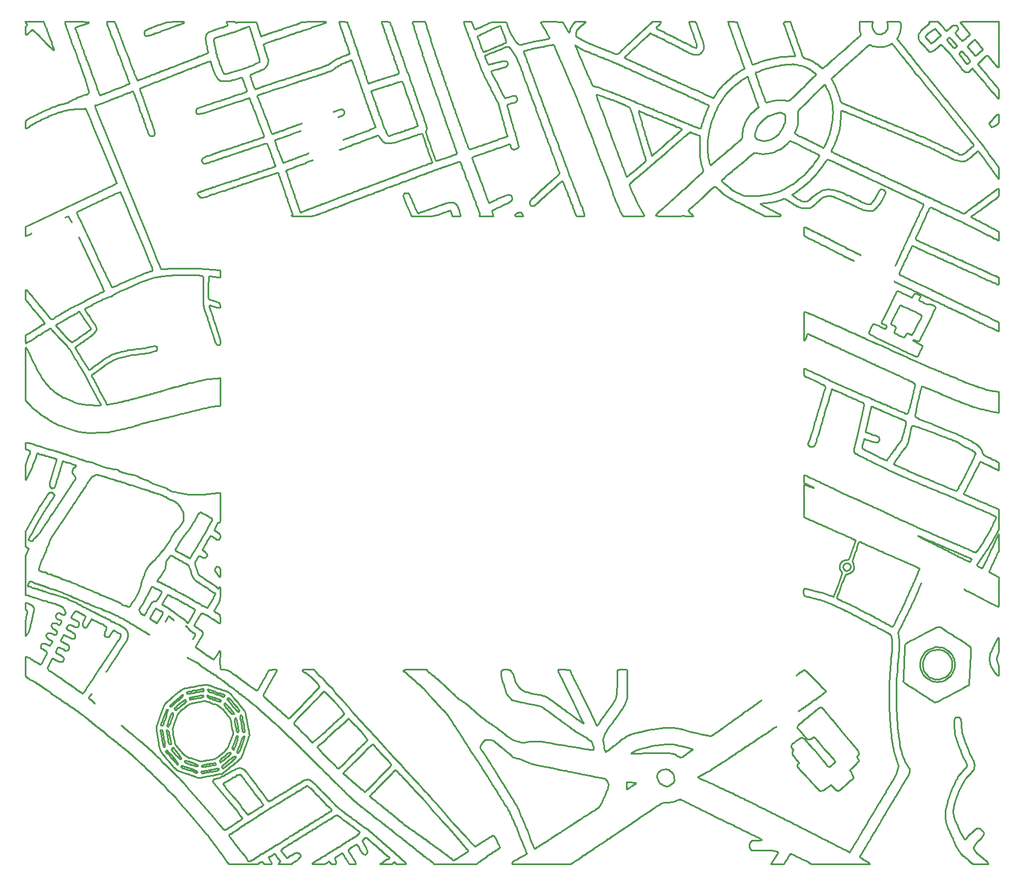
<source format=gto>
G04*
G04 #@! TF.GenerationSoftware,Altium Limited,Altium Designer,21.1.1 (26)*
G04*
G04 Layer_Color=65535*
%FSLAX25Y25*%
%MOIN*%
G70*
G04*
G04 #@! TF.SameCoordinates,50609B49-341D-4E51-95AC-B49047DEAD09*
G04*
G04*
G04 #@! TF.FilePolarity,Positive*
G04*
G01*
G75*
%ADD10C,0.01000*%
%ADD11C,0.01000*%
D10*
X580024Y494122D02*
X579906Y494306D01*
X579906Y494306D02*
X579603Y494707D01*
X579150Y495280D02*
X578544Y496027D01*
X577929Y496767D01*
X575578Y499654D02*
X576153Y498929D01*
X575578Y499654D02*
X575371Y499892D01*
X575371Y499892D02*
X575276Y499982D01*
Y499982D02*
X575143Y500063D01*
X575143D02*
X574654Y499767D01*
X574654D02*
X573773Y499026D01*
X572738Y498060D01*
X572256Y503270D02*
X572227Y503382D01*
X572147Y503045D02*
X572256Y503270D01*
X572227Y503382D02*
X572147Y503537D01*
X572147Y503537D02*
X572026Y503722D01*
X572021Y502902D02*
X572147Y503045D01*
X572738Y498060D02*
X571913Y497228D01*
X571157Y496332D01*
X571855Y502748D02*
X572021Y502902D01*
X572026Y503722D02*
X571706Y504127D01*
X571655Y502593D02*
X571855Y502748D01*
X571272Y495170D02*
X571923Y494331D01*
X571479Y504382D02*
X571706Y504127D01*
X585797Y487191D02*
X585133Y487988D01*
X584461Y488777D01*
X583781Y489560D01*
X583781D02*
X583514Y489847D01*
X583514D02*
X583261Y490099D01*
X583261Y490099D02*
X583039Y490300D01*
X583039D02*
X582759Y490480D01*
X582759D02*
X582563Y490424D01*
Y490424D02*
X582260Y490237D01*
X582260Y490237D02*
X581816Y489895D01*
X581816D02*
X581086Y489276D01*
X580369Y488640D01*
X578882Y492898D02*
X579492Y493473D01*
X580024Y494122D01*
X579301Y487665D02*
X578371Y486786D01*
X577638Y486058D01*
X576825Y491055D02*
X577523Y491655D01*
X578209Y492269D01*
X578882Y492898D01*
X577638Y486058D02*
X576983Y485280D01*
X577107Y485086D02*
X577450Y484644D01*
X576983Y485280D02*
X577107Y485086D01*
X576153Y490544D02*
X576825Y491055D01*
X575800Y490371D02*
X576153Y490544D01*
X575674Y490359D02*
X575800Y490371D01*
X575546Y490396D02*
X575674Y490359D01*
X575386Y490480D02*
X575546Y490396D01*
X573967Y491951D02*
X574651Y491191D01*
X575386Y490480D01*
X571923Y494331D02*
X572593Y493528D01*
X573275Y492735D01*
X573967Y491951D01*
X572383Y487133D02*
X572218Y487459D01*
X571908Y486450D02*
X572383Y487133D01*
X572218Y487459D02*
X571743Y488107D01*
X571036Y485632D02*
X571908Y486450D01*
X571743Y488107D02*
X570990Y489039D01*
X571655Y502593D02*
X571005Y502078D01*
X570134Y506005D02*
X570654Y505364D01*
X571182Y504729D01*
X570554Y501698D02*
X569572Y500843D01*
X568028Y499538D02*
X568818Y500169D01*
X569572Y500843D01*
X569746Y506495D02*
X569069Y507330D01*
X568385Y508159D01*
X567694Y508982D01*
X567644Y499360D02*
X568028Y499538D01*
X567929Y492523D02*
X567608Y492861D01*
X567370Y499428D02*
X567644Y499360D01*
X567608Y492861D02*
X567285Y493164D01*
X568158Y510880D02*
X566729Y510844D01*
X567285Y493164D02*
X567220Y493126D01*
X567094Y499693D02*
X567370Y499428D01*
X567220Y493126D02*
X567083Y493020D01*
X566888Y492860D01*
X566530Y510395D02*
X566844Y510000D01*
X566888Y492860D02*
X566391Y492422D01*
X566729Y510844D02*
X566250Y510796D01*
X566250D02*
X566530Y510395D01*
X566391Y492422D02*
X565926Y491976D01*
X565926Y491976D02*
X565699Y491634D01*
X565699Y491634D02*
X565716Y491305D01*
X565716Y491305D02*
X566506Y490314D01*
X570990Y489039D02*
X570258Y489902D01*
X569517Y490758D01*
X568767Y491605D01*
X566761Y490020D02*
X566506Y490314D01*
X567315Y489311D02*
X566761Y490020D01*
X567783Y488628D02*
X567315Y489311D01*
X567783Y488628D02*
X568486Y487605D01*
Y487605D02*
X568985Y486992D01*
X570032Y485791D02*
X570198Y485609D01*
X570198D02*
X570337Y485488D01*
X570710Y485433D02*
X571036Y485632D01*
X570337Y485488D02*
X570710Y485433D01*
X589742Y465068D02*
X589757Y465852D01*
X589711Y464590D02*
X589742Y465068D01*
X589761Y467008D02*
X589767Y467865D01*
X589740Y468722D01*
X589678Y469577D01*
X589582Y464287D02*
X589711Y464590D01*
X589678Y469577D02*
X589504Y470271D01*
X589432Y464390D02*
X589582Y464287D01*
X589504Y470271D02*
X589177Y470829D01*
X589130Y464677D02*
X589432Y464390D01*
X589127Y483481D02*
X589390Y483478D01*
X589364Y454831D02*
X588883Y454627D01*
X588865Y483562D02*
X589127Y483481D01*
X588708Y465115D02*
X589130Y464677D01*
X589177Y470829D02*
X588649Y471442D01*
X588611Y483719D02*
X588865Y483562D01*
X588151Y484245D02*
X588611Y483719D01*
X587640Y466305D02*
X588167Y465705D01*
X588708Y465115D01*
X588151Y484245D02*
X587696Y484851D01*
X586361Y474063D02*
X587118Y473184D01*
X587881Y472311D01*
X588649Y471442D01*
X582861Y478214D02*
X583742Y477145D01*
X582222Y472528D02*
X582920Y471676D01*
X583628Y470833D01*
X584346Y469998D01*
X582861Y478214D02*
X582316Y478883D01*
X581763Y479544D01*
X588883Y454627D02*
X588480Y454299D01*
Y454299D02*
X587890Y453757D01*
X587052Y452953D02*
X586330Y452245D01*
X585622Y451524D01*
X584926Y450790D01*
Y450790D02*
X584325Y450089D01*
Y450089D02*
X583988Y449592D01*
X583988Y449592D02*
X583883Y449261D01*
X587807Y448142D02*
X588567Y448755D01*
X589237Y449465D01*
X583883Y449261D02*
X584298Y448208D01*
X586988Y447632D02*
X587807Y448142D01*
X584298Y448208D02*
X585139Y447313D01*
X585531Y447165D02*
X586286Y447316D01*
X586988Y447632D01*
X585139Y447313D02*
X585531Y447165D01*
X577971Y484004D02*
X578675Y483163D01*
X579385Y482328D01*
X574423Y481799D02*
X574019Y482277D01*
X572362Y481219D02*
X572716Y481549D01*
X572022Y480919D02*
X572362Y481219D01*
X571718Y480667D02*
X572022Y480919D01*
X571310Y480386D02*
X571718Y480667D01*
X571157Y480348D02*
X571310Y480386D01*
X570941Y480314D02*
X571157Y480348D01*
X570122Y480258D02*
X570941Y480314D01*
X567217Y482519D02*
X567891Y481748D01*
X568588Y481000D01*
X566604Y483268D02*
X567217Y482519D01*
X565739Y484475D02*
X566604Y483268D01*
X565739Y484475D02*
X565435Y484943D01*
X572078Y439323D02*
X572894Y438349D01*
X573983Y437019D02*
X573451Y437693D01*
X572894Y438349D01*
X574306Y436555D02*
X573983Y437019D01*
X574486Y436216D02*
X574306Y436555D01*
X580325Y435612D02*
X579488Y436726D01*
X574530Y435997D02*
X574486Y436216D01*
X574246Y435628D02*
X574530Y435997D01*
X573940Y435330D02*
X574246Y435628D01*
X580765Y434924D02*
X580325Y435612D01*
X573548Y434979D02*
X573940Y435330D01*
X573086Y434592D02*
X573548Y434979D01*
X565215Y506615D02*
X565228Y506874D01*
X565228D02*
X565169Y507335D01*
X565162Y506396D02*
X565215Y506615D01*
X565169Y507335D02*
X565062Y507532D01*
X565046Y506176D02*
X565162Y506396D01*
X565062Y507532D02*
X564876Y507758D01*
X564538Y505570D02*
X565046Y506176D01*
X564876Y507758D02*
X564589Y508049D01*
X564538Y505570D02*
X564086Y505067D01*
Y505067D02*
X563889Y504832D01*
X563707Y503641D02*
X563871Y503409D01*
X563889Y504832D02*
X563631Y504484D01*
X563500Y504061D02*
X563707Y503641D01*
X563631Y504484D02*
X563533Y504322D01*
Y504322D02*
X563488Y504193D01*
Y504193D02*
X563500Y504061D01*
X563005Y508688D02*
X562010Y508567D01*
Y508567D02*
X561533Y508293D01*
X561533Y508293D02*
X560881Y507769D01*
Y507769D02*
X559913Y506912D01*
X558776Y505954D02*
X559913Y506912D01*
X558373Y505661D02*
X558776Y505954D01*
X558076Y505487D02*
X558373Y505661D01*
X557881Y505430D02*
X558076Y505487D01*
X557683Y505572D02*
X557881Y505430D01*
X557522Y505731D02*
X557683Y505572D01*
X557337Y505930D02*
X557522Y505731D01*
X557140Y506158D02*
X557337Y505930D01*
X564146Y503058D02*
X564742Y502339D01*
X565356Y501635D01*
X564336Y496191D02*
X564418Y496344D01*
Y496344D02*
X564308Y496626D01*
X564133Y495972D02*
X564336Y496191D01*
X564308Y496626D02*
X564136Y496842D01*
X563871Y503409D02*
X564146Y503058D01*
X564136Y496842D02*
X563785Y497245D01*
X563784Y495642D02*
X564133Y495972D01*
X563314Y495234D02*
X563784Y495642D01*
X563117Y495085D02*
X563314Y495234D01*
X562966Y494987D02*
X563117Y495085D01*
X562877Y494952D02*
X562966Y494987D01*
X561550Y496159D02*
X562182Y495521D01*
X562877Y494952D01*
X560468Y497273D02*
X561006Y496713D01*
X561550Y496159D01*
X560282Y500985D02*
X559798Y501443D01*
X559446Y498377D02*
X559954Y497822D01*
X560468Y497273D01*
X559798Y501443D02*
X559568Y501361D01*
X559568D02*
X558784Y500771D01*
X558737Y499207D02*
X559446Y498377D01*
X558381Y499718D02*
X558737Y499207D01*
X558784Y500771D02*
X558264Y500178D01*
X558289Y499906D02*
X558381Y499718D01*
X558251Y500058D02*
X558289Y499906D01*
X558264Y500178D02*
X558251Y500058D01*
X556557Y495286D02*
X555963Y495919D01*
X555347Y496532D01*
X554712Y497124D01*
X554609Y497065D01*
X554391Y496898D01*
X552717Y504848D02*
X553511Y503973D01*
X551799Y505915D02*
X552345Y505270D01*
X551799Y505915D02*
X551619Y506122D01*
X551619Y506122D02*
X551441Y506304D01*
Y506304D02*
X551278Y506449D01*
X551058Y506580D01*
Y506580D02*
X550192Y506185D01*
X550125Y510924D02*
X549127Y510923D01*
X548130Y510907D01*
X550192Y506185D02*
X549423Y505682D01*
X548670Y505155D01*
X547935Y504605D01*
X547217Y504032D01*
X548130Y510907D02*
X547696Y510872D01*
X547851Y509889D02*
X547841Y509931D01*
X547841Y509931D02*
X547813Y509992D01*
Y509992D02*
X547771Y510067D01*
Y510067D02*
X547659Y510234D01*
X547696Y510872D02*
X547508Y510808D01*
X547505Y510522D02*
X547659Y510234D01*
X547508Y510808D02*
X547467Y510707D01*
X547505Y510522D01*
X546394Y508640D02*
X547139Y509245D01*
X547851Y509889D01*
X543854Y506615D02*
X544706Y507283D01*
X545553Y507958D01*
X546394Y508640D01*
X543034Y506005D02*
X543854Y506615D01*
X543034Y506005D02*
X542415Y505412D01*
X542235Y505151D01*
X542235D02*
X542063Y504855D01*
X541604Y504110D02*
X542063Y504855D01*
X541463Y503917D02*
X541604Y504110D01*
X541347Y503782D02*
X541463Y503917D01*
X541347Y503782D02*
X541125Y503435D01*
X554391Y496898D02*
X554084Y496644D01*
X554084Y496644D02*
X553294Y495949D01*
X551550Y494472D02*
X552433Y495197D01*
X553294Y495949D01*
X550057Y498664D02*
X550656Y499175D01*
X551250Y499693D01*
X549220Y497984D02*
X549575Y498265D01*
X549026Y497853D02*
X549219Y497984D01*
X548624Y497872D02*
X549026Y497853D01*
X548452Y498007D02*
X548624Y497872D01*
X548221Y498223D02*
X548452Y498007D01*
X546947Y499577D02*
X547570Y498888D01*
X548221Y498223D01*
X546322Y500311D02*
X546947Y499577D01*
X547217Y504032D02*
X546525Y503487D01*
X545899Y502869D01*
X545346Y502184D01*
X545819Y500946D02*
X546322Y500311D01*
X545525Y501379D02*
X545819Y500946D01*
X545349Y501912D02*
X545525Y501379D01*
X545335Y502061D02*
X545349Y501912D01*
X545346Y502184D02*
X545335Y502061D01*
X543478Y497295D02*
X544070Y496643D01*
X544668Y495997D01*
X545273Y495357D01*
X545883Y494722D01*
X542486Y498422D02*
X542979Y497855D01*
X543478Y497295D01*
X541360Y499872D02*
X541895Y499125D01*
X542486Y498422D01*
X541278Y500075D02*
X541360Y499872D01*
X541215Y500361D02*
X541278Y500075D01*
X541167Y500745D02*
X541215Y500361D01*
X541104Y501878D02*
X541167Y500745D01*
X541125Y503435D02*
X541087Y503135D01*
X541087Y503135D02*
X541083Y502642D01*
X565435Y484943D02*
X565271Y485157D01*
Y485157D02*
X564985Y485459D01*
X564832Y485604D02*
X564985Y485459D01*
X564628Y485838D02*
X564832Y485604D01*
X564391Y486138D02*
X564628Y485838D01*
X563886Y486839D02*
X564391Y486138D01*
X563886Y486839D02*
X563409Y487508D01*
X563196Y487773D01*
Y487773D02*
X562902Y488065D01*
X562805Y488144D02*
X562902Y488065D01*
X562674Y488280D02*
X562805Y488144D01*
X562213Y488896D02*
X562674Y488280D01*
X562213Y488896D02*
X562026Y489170D01*
Y489170D02*
X561458Y489921D01*
X560858Y490646D01*
X560858D02*
X560297Y491282D01*
X559727Y491909D01*
X550737Y493847D02*
X551550Y494472D01*
X549499Y493023D02*
X550737Y493847D01*
X549310Y492944D02*
X549499Y493023D01*
X548400Y492780D02*
X549310Y492944D01*
X543646Y480963D02*
X544179Y480319D01*
X544720Y479683D01*
X556780Y434831D02*
X556985Y434731D01*
X556322Y435103D02*
X556780Y434831D01*
X556322Y435103D02*
X555364Y435641D01*
X554393Y436154D01*
X553408Y436641D01*
X548780Y438865D02*
X547743Y439341D01*
X546701Y439805D01*
X547129Y435092D02*
X547634Y434924D01*
X546376Y435386D02*
X547129Y435092D01*
X545412Y435792D02*
X546376Y435386D01*
X542995Y436879D02*
X543797Y436509D01*
X544603Y436147D01*
X545412Y435792D01*
X543216Y481499D02*
X543646Y480963D01*
X542903Y481913D02*
X543216Y481499D01*
X542740Y482162D02*
X542903Y481913D01*
X542740Y482162D02*
X542209Y482901D01*
X539205Y486575D02*
X539838Y485797D01*
X540478Y485024D01*
X536287Y483644D02*
X536928Y482809D01*
X537575Y481978D01*
X538229Y481152D01*
X538888Y480330D01*
X539552Y479514D01*
X540223Y478702D01*
X540900Y477895D01*
X538273Y487762D02*
X538676Y487240D01*
X538038Y488091D02*
X538273Y487762D01*
X538038Y488091D02*
X537526Y488792D01*
X537138Y489280D01*
Y489280D02*
X536249Y490340D01*
X535238Y444541D02*
X535430Y444430D01*
X534390Y492634D02*
X534993Y491856D01*
X535613Y491091D01*
X536249Y490340D01*
X535086Y444661D02*
X535238Y444541D01*
X535086Y444661D02*
X534849Y444855D01*
X534849D02*
X534738Y444927D01*
X534644Y444976D01*
X535815Y484262D02*
X535254Y484976D01*
X534688Y485687D01*
X534117Y486393D01*
X533540Y487094D01*
X534644Y444976D02*
X534575Y444993D01*
X534064Y493087D02*
X534390Y492634D01*
X533431Y445402D02*
X534575Y444993D01*
X534064Y493087D02*
X533407Y493982D01*
X532375Y445843D02*
X533431Y445402D01*
X533407Y493982D02*
X532880Y494664D01*
X532339Y495336D01*
X542995Y436879D02*
X541831Y437395D01*
X542893Y441466D02*
X542027Y441833D01*
X541144Y442157D01*
X541831Y437395D02*
X541291Y437615D01*
X541144Y442157D02*
X540849Y442246D01*
X541291Y437615D02*
X540504Y437901D01*
X540129Y442507D02*
X540849Y442246D01*
X540178Y438007D02*
X540504Y437901D01*
X539733Y438176D02*
X540178Y438007D01*
X539642Y442717D02*
X540129Y442507D01*
X538600Y443217D02*
X539642Y442717D01*
X538089Y438885D02*
X538906Y438519D01*
X539733Y438176D01*
X538600Y443217D02*
X537820Y443592D01*
X537020Y443923D01*
Y443923D02*
X536583Y444074D01*
X536995Y439360D02*
X536500Y439561D01*
X536583Y444074D02*
X536236Y444162D01*
X536500Y439561D02*
X535802Y439805D01*
X535662Y444328D02*
X536236Y444162D01*
X535395Y439946D02*
X535802Y439805D01*
X535430Y444430D02*
X535662Y444328D01*
X535219Y440030D02*
X535395Y439946D01*
X534997Y440189D02*
X535219Y440030D01*
X534997Y440189D02*
X534917Y440267D01*
X534795Y440347D01*
X534795D02*
X534281Y440533D01*
X534018Y440614D02*
X534281Y440533D01*
X533620Y440765D02*
X534018Y440614D01*
X533127Y440971D02*
X533620Y440765D01*
X532007Y441479D02*
X533127Y440971D01*
X589737Y416743D02*
X589744Y417726D01*
X589712Y416132D02*
X589737Y416743D01*
X589198Y423335D02*
X588813Y423892D01*
X588381Y417304D02*
X589031Y416376D01*
X588813Y423892D02*
X588394Y424437D01*
X588214Y424651D01*
X587774Y425207D02*
X588214Y424651D01*
X588381Y417304D02*
X587871Y418063D01*
X587341Y418808D01*
X586937Y426376D02*
X587497Y425581D01*
X587341Y418808D02*
X586847Y419451D01*
X586632Y419708D02*
X586847Y419451D01*
X586343Y420089D02*
X586632Y419708D01*
X586937Y426376D02*
X586338Y427236D01*
X585714Y428078D01*
X585288Y421610D02*
X585805Y420843D01*
X586343Y420089D01*
X585714Y428078D02*
X585455Y428408D01*
X584816Y429270D02*
X585455Y428408D01*
X585288Y421610D02*
X584530Y422707D01*
X583551Y431091D02*
X584175Y430175D01*
X584816Y429270D01*
X584153Y423225D02*
X583551Y424000D01*
X583270Y424355D02*
X583551Y424000D01*
X583551Y431091D02*
X582956Y431953D01*
X582340Y432800D01*
X581455Y426874D02*
X582045Y426024D01*
X582650Y425184D01*
X583270Y424355D01*
X582340Y432800D02*
X582019Y433218D01*
X581787Y433493D01*
X581378Y433999D02*
X581787Y433493D01*
X580765Y434924D02*
X581378Y433999D01*
X581455Y426874D02*
X580943Y427608D01*
X580427Y428338D01*
X579906Y429064D01*
X579380Y429787D01*
X589739Y405960D02*
X589756Y406588D01*
X589703Y405553D02*
X589739Y405960D01*
X589594Y415733D02*
X589712Y416132D01*
X589543Y405140D02*
X589703Y405553D01*
X589489Y415813D02*
X589594Y415733D01*
X589294Y416036D02*
X589489Y415813D01*
X589101Y404703D02*
X589543Y405140D01*
X589031Y416376D02*
X589294Y416036D01*
X589377Y409599D02*
X588397Y409231D01*
X588363Y404077D02*
X589101Y404703D01*
X588397Y409231D02*
X587735Y408838D01*
X587735D02*
X587073Y408376D01*
X586451Y407862D01*
X585416Y401895D02*
X586171Y402415D01*
X586914Y402953D01*
X587645Y403507D01*
X588363Y404077D01*
X585731Y407280D02*
X586451Y407862D01*
X585244Y406917D02*
X585731Y407280D01*
X585416Y401895D02*
X584412Y401192D01*
X584202Y406188D02*
X585244Y406917D01*
X584412Y401192D02*
X583998Y400881D01*
X583998D02*
X583500Y400464D01*
X584202Y406188D02*
X583501Y405703D01*
X582817Y405193D01*
X583316Y400299D02*
X583500Y400464D01*
X583002Y400052D02*
X583316Y400299D01*
X582817Y405193D02*
X582501Y404935D01*
X582311Y404757D01*
X581818Y404332D02*
X582311Y404757D01*
X581430Y404042D02*
X581818Y404332D01*
X580522Y403415D02*
X581430Y404042D01*
X580522Y403415D02*
X579627Y402810D01*
X579262Y402545D01*
X578434Y431063D02*
X577894Y431777D01*
X577315Y432458D01*
X577315Y432458D02*
X577211Y432528D01*
Y432528D02*
X577115Y432548D01*
X577115Y432548D02*
X577009Y432513D01*
X577009D02*
X576689Y432254D01*
X574828Y430568D02*
X575453Y431125D01*
X576073Y431687D01*
X576689Y432254D01*
X573086Y434592D02*
X572013Y433707D01*
X572013Y433707D02*
X571203Y433017D01*
X570403Y432318D01*
X568788Y431056D02*
X569620Y431655D01*
X570403Y432318D01*
X568121Y430695D02*
X568788Y431056D01*
X567504Y430491D02*
X568121Y430695D01*
X565510Y430639D02*
X565891Y430522D01*
X565219Y430799D02*
X565510Y430639D01*
X565024Y431002D02*
X565219Y430799D01*
X565024Y431002D02*
X564636Y431305D01*
X564538Y431321D01*
X563486Y431703D02*
X564538Y431321D01*
X562135Y432392D02*
X562802Y432031D01*
X563486Y431703D01*
X561791Y432637D02*
X562136Y432392D01*
X561791Y432637D02*
X561589Y432791D01*
X561437Y432869D01*
X561437D02*
X561088Y432995D01*
X560590Y433188D02*
X561088Y432995D01*
X560259Y433343D02*
X560590Y433188D01*
X559568Y433710D02*
X560259Y433343D01*
X559568Y433710D02*
X558425Y434298D01*
Y434298D02*
X557960Y434488D01*
Y434488D02*
X557572Y434604D01*
Y434604D02*
X557268Y434643D01*
X556985Y434731D02*
X557268Y434643D01*
X555990Y430644D02*
X556469Y430379D01*
X555990Y430644D02*
X555135Y431117D01*
X579262Y402545D02*
X578989Y402331D01*
X578989D02*
X578836Y402189D01*
X578388Y401816D02*
X578836Y402189D01*
X578001Y401534D02*
X578388Y401816D01*
X577543Y401216D02*
X578001Y401534D01*
X577047Y400885D02*
X577543Y401216D01*
X577047Y400885D02*
X576317Y400384D01*
X575601Y399862D01*
X573247Y429219D02*
X574044Y429886D01*
X574828Y430568D01*
X571881Y428157D02*
X572572Y428679D01*
X573247Y429219D01*
X569534Y426696D02*
X570343Y427139D01*
X571127Y427627D01*
X571881Y428157D01*
X569139Y426508D02*
X569534Y426696D01*
X568825Y426396D02*
X569139Y426508D01*
X568495Y426345D02*
X568825Y426396D01*
X567400Y426376D02*
X568495Y426345D01*
X566902Y430427D02*
X567504Y430491D01*
X565891Y430522D02*
X566902Y430427D01*
X564355Y426885D02*
X565359Y426652D01*
X566375Y426482D01*
X567400Y426376D01*
X562545Y427488D02*
X563439Y427152D01*
X564355Y426885D01*
X562545Y427488D02*
X562258Y427611D01*
X562258D02*
X561991Y427717D01*
X561762Y427799D01*
X561484Y427871D01*
X561390Y427894D02*
X561484Y427871D01*
X561241Y427959D02*
X561390Y427894D01*
X561052Y428059D02*
X561241Y427959D01*
X560615Y428331D02*
X561052Y428059D01*
X560615Y428331D02*
X559828Y428809D01*
X559016Y429246D01*
X558183Y429641D01*
X557332Y429992D01*
X556469Y430379D02*
X557332Y429992D01*
X555884Y400506D02*
X555191Y400808D01*
Y400808D02*
X554802Y400962D01*
X584867Y386255D02*
X585603Y385846D01*
X584867Y386255D02*
X583852Y386826D01*
X581583Y399058D02*
X582301Y399543D01*
X583002Y400052D01*
X581583Y399058D02*
X581065Y398714D01*
X580590Y398385D01*
X580189Y398095D01*
X579089Y389280D02*
X580039Y388784D01*
X580995Y388300D01*
X580189Y398095D02*
X579730Y397716D01*
X579574Y397578D02*
X579730Y397716D01*
X579294Y397359D02*
X579574Y397578D01*
X578920Y397082D02*
X579294Y397359D01*
X578376Y389666D02*
X579089Y389280D01*
X578005Y396439D02*
X578920Y397082D01*
X577898Y389941D02*
X578376Y389666D01*
X577711Y390076D02*
X577898Y389941D01*
X577711Y390076D02*
X577564Y390215D01*
X577430Y390290D01*
X578005Y396439D02*
X577272Y395935D01*
X576551Y395415D01*
X577430Y390290D02*
X577098Y390421D01*
X576551Y395415D02*
X575872Y394893D01*
X575289Y391222D02*
X576181Y390792D01*
X577098Y390421D01*
X575604Y394677D02*
X575872Y394893D01*
X575601Y399862D02*
X575242Y399583D01*
Y399584D02*
X575003Y399378D01*
X573993Y393577D02*
X574812Y394107D01*
X575604Y394677D01*
X574416Y398914D02*
X575003Y399378D01*
X573303Y392293D02*
X574286Y391739D01*
X575289Y391222D01*
X573986Y398603D02*
X574416Y398914D01*
X573993Y393577D02*
X573472Y393247D01*
X573022Y397947D02*
X573986Y398603D01*
X589735Y380965D02*
X589738Y381806D01*
X589730Y382647D01*
X589730Y382647D02*
X589711Y383203D01*
X589688Y378941D02*
X589714Y379713D01*
X589711Y383203D02*
X589679Y383563D01*
X589641Y378532D02*
X589688Y378941D01*
X589679Y383563D02*
X589633Y383725D01*
X589428Y378320D02*
X589641Y378532D01*
X589320Y378320D02*
X589428Y378320D01*
X589211Y378349D02*
X589320Y378320D01*
X589104Y378404D02*
X589211Y378349D01*
X589633Y383725D02*
X588421Y384489D01*
X588904Y378589D02*
X589104Y378404D01*
X588904Y378589D02*
X588777Y378710D01*
X588588Y378841D01*
Y378841D02*
X588347Y378975D01*
Y378975D02*
X587754Y379228D01*
X588421Y384489D02*
X587507Y384984D01*
X586578Y385449D01*
X587124Y379478D02*
X587754Y379228D01*
X585600Y380241D02*
X586354Y379843D01*
X587124Y379478D01*
X586578Y385449D02*
X586017Y385680D01*
X585603Y385846D02*
X586017Y385680D01*
X584279Y381055D02*
X584928Y380629D01*
X585600Y380241D01*
X584279Y381055D02*
X583973Y381235D01*
X583825Y381301D01*
Y381301D02*
X583602Y381362D01*
X583424Y381382D02*
X583602Y381362D01*
X583129Y381493D02*
X583424Y381382D01*
X582569Y381764D02*
X583129Y381493D01*
X573022Y397947D02*
X572363Y397502D01*
X571720Y397034D01*
X571720D02*
X571429Y396802D01*
X571259Y396643D01*
X570886Y396307D02*
X571259Y396643D01*
X570594Y396086D02*
X570886Y396307D01*
X569917Y395621D02*
X570594Y396086D01*
X568595Y394821D02*
X569270Y395197D01*
X569917Y395621D01*
X568234Y394756D02*
X568595Y394821D01*
X567873Y394879D02*
X568234Y394756D01*
X567362Y395161D02*
X567873Y394879D01*
X567362Y395161D02*
X566669Y395510D01*
X565959Y395821D01*
X565675Y395928D01*
X564958Y396236D02*
X565675Y395928D01*
X564778Y396339D02*
X564958Y396236D01*
X564653Y396426D02*
X564778Y396339D01*
X564653Y396426D02*
X564333Y396628D01*
X564333D02*
X564088Y396753D01*
X563529Y397001D01*
X562321Y397526D02*
X563529Y397001D01*
X558863Y393391D02*
X559133Y393308D01*
X558737Y393452D02*
X558863Y393391D01*
X558558Y393589D02*
X558737Y393452D01*
X558558Y393589D02*
X558213Y393841D01*
X558213Y393841D02*
X557539Y394204D01*
X556845Y394528D01*
X556845D02*
X555619Y394969D01*
X555244Y395067D02*
X555619Y394969D01*
X555070Y395136D02*
X555244Y395067D01*
X554814Y395289D02*
X555070Y395136D01*
X554814Y395289D02*
X554625Y395414D01*
X573472Y393247D02*
X573130Y393009D01*
X572894Y392593D02*
X573303Y392293D01*
X573130Y393009D02*
X572939Y392838D01*
X572939Y392838D02*
X572894Y392593D01*
X569419Y388530D02*
X570393Y388008D01*
X569419Y388530D02*
X569218Y388651D01*
X569218Y388651D02*
X568868Y388836D01*
X568406Y389067D02*
X567285Y389603D01*
X564972Y367179D02*
X564223Y367520D01*
X563463Y367835D01*
X563463Y367835D02*
X563089Y367973D01*
X563089Y367973D02*
X562839Y368047D01*
X562380Y368214D02*
X562839Y368047D01*
X561599Y368635D02*
X562380Y368214D01*
X561599Y368635D02*
X560875Y369052D01*
X560129Y369427D01*
X559953Y392985D02*
X559133Y393308D01*
X560129Y369427D02*
X559189Y369865D01*
X558235Y370274D01*
X558235Y370274D02*
X557459Y370565D01*
X556581Y370963D02*
X557459Y370565D01*
X556437Y371063D02*
X556581Y370963D01*
X556437Y371063D02*
X556111Y371256D01*
X556111Y371256D02*
X555453Y371497D01*
X554843Y371731D02*
X555453Y371497D01*
X555135Y431117D02*
X554346Y431525D01*
X553555Y431929D01*
X552761Y432328D01*
X551965Y432721D01*
X551863Y402380D02*
X551317Y402639D01*
X551317D02*
X551167Y402684D01*
Y402684D02*
X551058Y402700D01*
X550840Y402761D02*
X551058Y402700D01*
X550701Y402829D02*
X550840Y402761D01*
X551965Y432721D02*
X551111Y433141D01*
X550251Y433548D01*
X549384Y433940D01*
X550419Y403019D02*
X550701Y402829D01*
X550419Y403019D02*
X550074Y403248D01*
X550074D02*
X549397Y403543D01*
X548850Y434184D02*
X549384Y433940D01*
X548538Y403935D02*
X549397Y403543D01*
X548622Y434312D02*
X548850Y434184D01*
X548336Y434528D02*
X548622Y434312D01*
X548387Y404041D02*
X548538Y403935D01*
X548336Y434528D02*
X548240Y434616D01*
X548387Y404041D02*
X547947Y404300D01*
X548240Y434616D02*
X547634Y434924D01*
X547947Y404300D02*
X547806Y404345D01*
X547806Y404345D02*
X547685Y404361D01*
X547412Y404422D02*
X547685Y404361D01*
X547242Y404491D02*
X547412Y404422D01*
X546905Y404680D02*
X547242Y404491D01*
X546905Y404680D02*
X546500Y404899D01*
Y404899D02*
X545755Y405191D01*
X544913Y405596D02*
X545755Y405191D01*
X544784Y405702D02*
X544913Y405596D01*
X544784Y405702D02*
X544463Y405961D01*
X544366Y406006D01*
X544366D02*
X544286Y406022D01*
X543861Y406169D02*
X544286Y406022D01*
X543470Y406334D02*
X543861Y406169D01*
X554173Y401241D02*
X554802Y400962D01*
X554625Y395414D02*
X554252Y395623D01*
X554020Y401343D02*
X554173Y401241D01*
X554252Y395623D02*
X553736Y395894D01*
X553920Y401435D02*
X554020Y401343D01*
X553920Y401435D02*
X553658Y401613D01*
X553469Y401709D01*
Y401709D02*
X553051Y401869D01*
X553736Y395894D02*
X552438Y396541D01*
X552572Y402042D02*
X553051Y401869D01*
X552071Y402268D02*
X552572Y402042D01*
X551863Y402380D02*
X552071Y402268D01*
X549819Y397895D02*
X550522Y397498D01*
X549819Y397895D02*
X548591Y398227D01*
Y398227D02*
X547821Y397931D01*
X547403Y397218D01*
X547359Y397032D02*
X547403Y397218D01*
X547204Y396610D02*
X547359Y397032D01*
X547007Y396234D02*
X547204Y396610D01*
X547007Y396234D02*
X546526Y395430D01*
X546119Y394585D01*
Y394585D02*
X545755Y393538D01*
X545481Y392731D02*
X545755Y393538D01*
X545244Y392286D02*
X545481Y392731D01*
X545244Y392286D02*
X544825Y391572D01*
X544825Y391572D02*
X544276Y390491D01*
X543764Y389392D01*
X544012Y399612D02*
X544120Y400298D01*
X543994Y400398D01*
X543829Y399111D02*
X544012Y399612D01*
X543994Y400398D02*
X543686Y400580D01*
X543600Y398607D02*
X543829Y399111D01*
X542484Y406776D02*
X541469Y407244D01*
X541469Y407244D02*
X541041Y407430D01*
X541041D02*
X540708Y407564D01*
X540504Y407632D01*
X540220Y407730D02*
X540504Y407632D01*
X539801Y407990D02*
X540220Y407730D01*
X539801Y407990D02*
X539463Y408215D01*
X539463D02*
X539228Y408343D01*
Y408343D02*
X538715Y408577D01*
X538042Y408863D02*
X538715Y408577D01*
X537913Y403390D02*
X538217Y403300D01*
X536798Y409446D02*
X538042Y408863D01*
X536351Y404092D02*
X537118Y403710D01*
X537913Y403390D01*
X536798Y409446D02*
X536025Y409815D01*
X535237Y410149D01*
X536351Y404092D02*
X535556Y404507D01*
X535556Y404507D02*
X535149Y404701D01*
X535237Y410149D02*
X534958Y410251D01*
X535149Y404702D02*
X534473Y404987D01*
X534329Y410554D02*
X534958Y410251D01*
X534072Y405149D02*
X534473Y404987D01*
X534182Y410657D02*
X534329Y410554D01*
X534090Y410749D02*
X534182Y410657D01*
X534090Y410749D02*
X533744Y410992D01*
X533433Y405432D02*
X534072Y405149D01*
X533744Y410992D02*
X533655Y411005D01*
X533250Y411143D02*
X533655Y411005D01*
X532898Y411298D02*
X533250Y411143D01*
X532483Y411494D02*
X532898Y411298D01*
X532032Y411721D02*
X532483Y411494D01*
X543353Y398177D02*
X543600Y398607D01*
X543686Y400580D02*
X543231Y400823D01*
X543353Y398177D02*
X543066Y397625D01*
Y397625D02*
X543014Y397468D01*
X542995Y397346D01*
X542934Y397098D02*
X542995Y397346D01*
X542866Y396953D02*
X542934Y397098D01*
X542676Y396669D02*
X542866Y396953D01*
X543231Y400823D02*
X542024Y401409D01*
X542676Y396669D02*
X542448Y396318D01*
Y396318D02*
X542165Y395608D01*
X541894Y394925D02*
X542165Y395608D01*
X541796Y394737D02*
X541894Y394925D01*
X541705Y394599D02*
X541796Y394737D01*
X541705Y394599D02*
X541538Y394312D01*
Y394312D02*
X541408Y393958D01*
X541373Y393794D01*
X541273Y393446D02*
X541373Y393794D01*
X541101Y393115D02*
X541273Y393446D01*
X541002Y392989D02*
X541101Y393115D01*
X540725Y402041D02*
X541355Y401728D01*
X541002Y392989D02*
X540789Y392679D01*
X540789D02*
X540517Y392056D01*
X540177Y402327D02*
X540725Y402041D01*
X540118Y391215D02*
X540517Y392056D01*
X540005Y391059D02*
X540118Y391215D01*
X540005Y391059D02*
X539739Y390635D01*
X539494Y402738D02*
X540177Y402327D01*
X539739Y390635D02*
X539691Y390509D01*
X539494Y402738D02*
X539294Y402875D01*
X539294Y402875D02*
X538217Y403300D01*
X543764Y389392D02*
X543405Y388564D01*
X543110Y387712D01*
X543049Y387483D02*
X543110Y387712D01*
X542973Y387288D02*
X543049Y387483D01*
X542883Y387125D02*
X542973Y387288D01*
X542663Y386894D02*
X542883Y387125D01*
X542663Y386894D02*
X542356Y386370D01*
X542335Y386228D02*
X542356Y386370D01*
X542274Y386028D02*
X542335Y386228D01*
X541922Y385271D02*
X542274Y386028D01*
X541922Y385271D02*
X541653Y384710D01*
X541653D02*
X541538Y384431D01*
X541398Y383981D01*
X541352Y383806D02*
X541398Y383981D01*
X541185Y383418D02*
X541352Y383806D01*
X540964Y383086D02*
X541185Y383418D01*
X540964Y383086D02*
X540817Y382879D01*
X540816D02*
X540617Y382540D01*
X540238Y381811D01*
X539890Y381068D01*
X539827Y378704D02*
X540162Y378530D01*
X539890Y381068D02*
X539502Y380174D01*
X539691Y390509D02*
X539673Y390408D01*
X539586Y390088D02*
X539673Y390408D01*
X539291Y379216D02*
X539826Y378704D01*
X539488Y389853D02*
X539586Y390088D01*
X539366Y389592D02*
X539488Y389853D01*
X539502Y380174D02*
X539303Y379590D01*
X554438Y371920D02*
X554843Y371731D01*
X554444Y367345D02*
X554274Y367449D01*
Y367449D02*
X553836Y367660D01*
X553588Y372366D02*
X554438Y371920D01*
X553836Y367660D02*
X553383Y367817D01*
X553588Y372366D02*
X552829Y372769D01*
X552752Y368078D02*
X553383Y367817D01*
X552829Y372769D02*
X552516Y372920D01*
X552438Y368290D02*
X552752Y368078D01*
X552516Y372920D02*
X552279Y373020D01*
X552438Y368290D02*
X552300Y368390D01*
X552279Y373020D02*
X552144Y373056D01*
X551645Y373227D02*
X552144Y373056D01*
X552300Y368390D02*
X551416Y368763D01*
X551188Y373418D02*
X551645Y373227D01*
X550996Y368917D02*
X551416Y368763D01*
X550249Y369232D02*
X550996Y368917D01*
X546816Y370807D02*
X547625Y370425D01*
X548437Y370048D01*
X549252Y369676D01*
X543382Y372384D02*
X542216Y372877D01*
X541764Y373048D02*
X542216Y372877D01*
X541567Y373148D02*
X541764Y373048D01*
X541309Y373337D02*
X541567Y373148D01*
X541309Y373337D02*
X541206Y373423D01*
X541045Y373523D01*
X541045D02*
X540376Y373823D01*
X540087Y373930D02*
X540376Y373823D01*
X539226Y389322D02*
X539366Y389592D01*
X539303Y379590D02*
X539291Y379216D01*
X539226Y389322D02*
X538833Y388462D01*
X538833D02*
X538748Y388208D01*
X538748Y388208D02*
X538702Y388006D01*
X538612Y387674D02*
X538702Y388006D01*
X538547Y387560D02*
X538612Y387674D01*
X538470Y387478D02*
X538547Y387560D01*
X538383Y387431D02*
X538470Y387478D01*
X538383Y387431D02*
X538221Y387315D01*
X538221D02*
X538063Y387009D01*
X537789Y386321D02*
X538063Y387009D01*
X536798Y384173D02*
X536431Y383391D01*
X536070Y382606D01*
X535780Y381954D02*
X535568Y381459D01*
X535568D02*
X535457Y381170D01*
X535227Y380675D02*
X535457Y381170D01*
X535136Y380546D02*
X535227Y380675D01*
X535048Y380454D02*
X535136Y380546D01*
X535048Y380454D02*
X534881Y380232D01*
X534798Y380066D01*
X534677Y379688D01*
X534539Y379264D02*
X534677Y379688D01*
X534344Y378829D02*
X534539Y379264D01*
X534243Y378653D02*
X534344Y378829D01*
X534243Y378653D02*
X534021Y378250D01*
X533832Y377781D01*
X533770Y377567D01*
X533426Y376810D02*
X533770Y377567D01*
X538447Y374602D02*
X539263Y374256D01*
X540087Y373930D01*
X538447Y374602D02*
X537735Y374896D01*
Y374896D02*
X537277Y375004D01*
Y375004D02*
X536990Y374896D01*
X536990Y374896D02*
X536594Y373900D01*
X536397Y373322D02*
X536594Y373900D01*
X536278Y373057D02*
X536397Y373322D01*
X536044Y372673D02*
X536278Y373057D01*
X536044Y372673D02*
X535937Y372515D01*
X535937D02*
X535710Y372080D01*
X535533Y371600D01*
X535363Y371154D02*
X535533Y371600D01*
X535266Y370965D02*
X535363Y371154D01*
X535086Y370731D02*
X535266Y370965D01*
X535086Y370731D02*
X535001Y370648D01*
X534919Y370530D01*
X534919Y370530D02*
X534741Y370066D01*
X534698Y369885D02*
X534741Y370066D01*
X534552Y369486D02*
X534698Y369885D01*
X534371Y369133D02*
X534552Y369486D01*
X534371Y369133D02*
X534269Y368969D01*
Y368969D02*
X533923Y368086D01*
X533675Y367431D02*
X533923Y368086D01*
X533463Y367115D02*
X533675Y367431D01*
X533336Y376698D02*
X533426Y376810D01*
X533336Y376698D02*
X533131Y376389D01*
X533131Y376389D02*
X533024Y376165D01*
X532837Y375663D01*
X532457Y374712D02*
X532837Y375663D01*
X532365Y374564D02*
X532457Y374712D01*
X532365Y374564D02*
X532208Y374267D01*
X532081Y373911D01*
X530269Y508445D02*
X530257Y509876D01*
X530234Y507076D02*
X530269Y508445D01*
X530257Y509876D02*
X530226Y510297D01*
X530175Y510564D01*
X530160Y505947D02*
X530234Y507076D01*
X530175Y510564D02*
X530103Y510707D01*
X530049Y505068D02*
X530160Y505947D01*
X529720Y504088D02*
X530049Y505068D01*
X530103Y510707D02*
X529605Y510866D01*
X529720Y504088D02*
X529638Y503981D01*
X529638D02*
X529323Y503322D01*
X529604Y510866D02*
X528925Y510903D01*
X527784Y510920D01*
X522337Y506648D02*
X522519Y507580D01*
X522531Y508531D01*
X522373Y509468D01*
X522251Y509999D02*
X522373Y509468D01*
X522207Y510244D02*
X522251Y509999D01*
X522091Y506069D02*
X522337Y506648D01*
X522168Y510592D02*
X522207Y510244D01*
X519881Y503909D02*
X520754Y504481D01*
X521500Y505209D01*
X522092Y506069D01*
X519178Y503598D02*
X519881Y503909D01*
X518829Y503528D02*
X519178Y503598D01*
X515644Y503734D02*
X516670Y503501D01*
X517722Y503475D01*
X514325Y504919D02*
X514890Y504221D01*
X515644Y503734D01*
X513722Y506005D02*
X514325Y504919D01*
X513114Y507692D02*
X513357Y506826D01*
X513722Y506005D01*
X513416Y510579D02*
X513161Y509434D01*
X513161Y509434D02*
X513059Y508565D01*
X513114Y507692D01*
X529266Y499052D02*
X530007Y498132D01*
X529252Y503107D02*
X529323Y503322D01*
X529138Y502817D02*
X529252Y503107D01*
X528767Y499704D02*
X529266Y499052D01*
X528659Y501763D02*
X529138Y502817D01*
X528480Y500127D02*
X528767Y499704D01*
X525434Y497233D02*
X525056Y497661D01*
X525056D02*
X524953Y497661D01*
X524766Y497605D01*
X524766Y497605D02*
X524514Y497502D01*
Y497502D02*
X523893Y497188D01*
X516738Y495642D02*
X517797Y495616D01*
X518854Y495674D01*
X519904Y495815D01*
X520939Y496039D01*
X521953Y496344D01*
X522940Y496728D01*
X523893Y497188D01*
X518372Y503493D02*
X518829Y503528D01*
X517722Y503475D02*
X518372Y503493D01*
X515755Y495715D02*
X516738Y495642D01*
X512394Y496601D02*
X513480Y496184D01*
X514605Y495888D01*
X515755Y495715D01*
X511867Y496834D02*
X511658Y496920D01*
X511435Y496997D01*
X511131Y496783D01*
X510430Y496204D01*
X506124Y503065D02*
X506118Y503218D01*
X506077Y502917D02*
X506124Y503065D01*
X506118Y503218D02*
X505941Y503705D01*
X505979Y502734D02*
X506077Y502917D01*
X505771Y502461D02*
X505979Y502734D01*
X505654Y504690D02*
X505941Y503705D01*
X505501Y502212D02*
X505771Y502461D01*
X505299Y507531D02*
X505371Y506578D01*
X505490Y505631D01*
X505654Y504690D01*
X505366Y502120D02*
X505501Y502212D01*
X505353Y510260D02*
X505279Y509352D01*
X505261Y508441D01*
X505299Y507531D01*
X505366Y502120D02*
X504452Y501393D01*
X503566Y500630D01*
X495563Y493509D02*
X496278Y494139D01*
X496990Y494772D01*
X497698Y495410D01*
X498402Y496051D01*
X505928Y457067D02*
X505677Y457156D01*
Y457156D02*
X505481Y457208D01*
X505024Y457339D02*
X505481Y457208D01*
X504738Y457446D02*
X505024Y457339D01*
X504152Y457706D02*
X504738Y457446D01*
X504152Y457706D02*
X503308Y458082D01*
X503074Y458167D01*
X503074D02*
X502900Y458217D01*
X502586Y458326D02*
X502900Y458217D01*
X502264Y458495D02*
X502586Y458326D01*
X502133Y458588D02*
X502264Y458495D01*
X502133Y458588D02*
X501528Y458921D01*
X501528Y458921D02*
X501379Y458958D01*
X500763Y459177D02*
X501379Y458958D01*
X500249Y459389D02*
X500763Y459177D01*
X499016Y459930D02*
X497761Y460466D01*
X497232Y460677D01*
Y460677D02*
X496823Y460827D01*
X496823Y460827D02*
X496575Y460901D01*
X495406Y461341D02*
X496575Y460901D01*
X495402Y456820D02*
X494991Y457055D01*
X494318Y462019D02*
X495406Y461341D01*
X494991Y457055D02*
X494601Y457200D01*
Y457200D02*
X494349Y457003D01*
X494032Y462319D02*
X494318Y462019D01*
X493796Y462921D02*
X494032Y462319D01*
X493634Y463419D02*
X493796Y462921D01*
X493279Y464619D02*
X493008Y465537D01*
X492721Y466450D01*
X492420Y467358D01*
X492104Y468262D01*
X491772Y469160D01*
X491426Y470052D01*
X491065Y470938D01*
X490690Y471819D01*
X490300Y472693D01*
X489895Y473560D01*
X525107Y448890D02*
X524229Y449259D01*
X523342Y449608D01*
X523342D02*
X522927Y449757D01*
Y449757D02*
X522667Y449835D01*
X522289Y449969D02*
X522667Y449835D01*
X521933Y450174D02*
X522289Y449969D01*
X521798Y450283D02*
X521933Y450174D01*
X521798Y450283D02*
X521389Y450549D01*
X521389Y450550D02*
X521253Y450597D01*
Y450597D02*
X521133Y450615D01*
X520592Y450786D02*
X521133Y450615D01*
X520122Y450979D02*
X520592Y450786D01*
X518974Y451509D02*
X520122Y450979D01*
X518974Y451509D02*
X517732Y452068D01*
X517732Y452068D02*
X517213Y452271D01*
X517213D02*
X516793Y452411D01*
X516495Y452480D01*
X515829Y452678D02*
X516495Y452480D01*
X515673Y448316D02*
X516163Y448136D01*
X515639Y452781D02*
X515829Y452678D01*
X515473Y452902D02*
X515639Y452781D01*
X515396Y448494D02*
X515673Y448316D01*
X515396Y448494D02*
X515262Y448589D01*
X515473Y452902D02*
X515091Y453150D01*
X515091Y453150D02*
X514839Y453275D01*
X515262Y448589D02*
X514463Y448928D01*
X514839Y453275D02*
X514310Y453477D01*
X514179Y449021D02*
X514464Y448928D01*
X513752Y449180D02*
X514179Y449021D01*
X513550Y453756D02*
X514310Y453477D01*
X532007Y441479D02*
X530869Y441993D01*
X529860Y446960D02*
X530695Y446580D01*
X531534Y446208D01*
X532375Y445843D01*
X530869Y441993D02*
X530357Y442207D01*
Y442207D02*
X529643Y442463D01*
X529022Y442678D02*
X529643Y442463D01*
X529860Y446960D02*
X528682Y447479D01*
X528736Y442846D02*
X529022Y442678D01*
X528736Y442846D02*
X528594Y442939D01*
Y442940D02*
X528355Y443058D01*
X528176Y447689D02*
X527776Y447845D01*
X528355Y443058D02*
X527305Y443460D01*
X527776Y447845D02*
X527522Y447932D01*
X526861Y448173D02*
X527522Y447932D01*
X526885Y443604D02*
X527305Y443460D01*
X525940Y443977D02*
X526885Y443604D01*
X525107Y444354D02*
X525940Y443977D01*
X525107Y444354D02*
X523882Y444904D01*
Y444904D02*
X523101Y445197D01*
X522447Y445447D02*
X523101Y445197D01*
X522156Y445583D02*
X522446Y445447D01*
X521759Y445823D02*
X522156Y445583D01*
X521759Y445823D02*
X521621Y445922D01*
X521621D02*
X520865Y446207D01*
X520596Y446276D02*
X520865Y446207D01*
X520181Y446425D02*
X520596Y446276D01*
X519662Y446637D02*
X520181Y446425D01*
X518463Y447178D02*
X519662Y446637D01*
X518463Y447178D02*
X517854Y447460D01*
X517281Y447714D01*
Y447714D02*
X516783Y447922D01*
X516783D02*
X516163Y448136D01*
X513038Y453966D02*
X513550Y453756D01*
X511946Y454448D02*
X513038Y453966D01*
X511946Y454448D02*
X511156Y454800D01*
X510357Y455129D01*
X510357D02*
X509930Y455290D01*
X509930Y455290D02*
X509621Y455394D01*
X508883Y455689D02*
X509621Y455394D01*
X508677Y455805D02*
X508883Y455689D01*
X508522Y455918D02*
X508677Y455805D01*
X508522Y455918D02*
X508106Y456176D01*
X508106Y456176D02*
X507983Y456221D01*
X507983Y456221D02*
X507883Y456237D01*
X507573Y456320D02*
X507883Y456237D01*
X507338Y456414D02*
X507573Y456320D01*
X506797Y456671D02*
X507338Y456414D01*
X506797Y456671D02*
X505928Y457067D01*
X502108Y454141D02*
X502396Y453933D01*
X502108Y454141D02*
X501973Y454240D01*
Y454240D02*
X501213Y454512D01*
X500935Y454586D02*
X501213Y454512D01*
X500511Y454737D02*
X500935Y454586D01*
X498773Y455496D02*
X499634Y455098D01*
X500511Y454737D01*
X498773Y455496D02*
X498152Y455778D01*
X498152D02*
X497559Y456032D01*
X497559Y456032D02*
X497034Y456240D01*
Y456240D02*
X496345Y456454D01*
X495977Y456526D02*
X496345Y456454D01*
X495813Y456576D02*
X495977Y456526D01*
X495591Y456684D02*
X495812Y456576D01*
X495591Y456684D02*
X495512Y456746D01*
X495512Y456746D02*
X495402Y456820D01*
X494349Y457003D02*
X494186Y456230D01*
X494186D02*
X494100Y455179D01*
X494029Y454127D01*
X493972Y453074D01*
X493930Y452020D01*
X512036Y449899D02*
X512890Y449529D01*
X513752Y449180D01*
X512036Y449899D02*
X510846Y450418D01*
X510319Y450628D01*
X510319Y450628D02*
X509608Y450870D01*
X509368Y450935D02*
X509608Y450870D01*
X508139Y451433D02*
X509368Y450935D01*
X508139Y451433D02*
X507218Y451869D01*
X506386Y452244D01*
X505551Y452612D01*
X504714Y452973D01*
X504714Y452973D02*
X503832Y453343D01*
X502938Y453681D01*
X502396Y453933D02*
X502938Y453682D01*
X493816Y450054D02*
X493878Y451037D01*
X493930Y452020D01*
X493465Y446973D02*
X493615Y447996D01*
X493732Y449023D01*
X493816Y450054D01*
X492780Y443817D02*
X493036Y444863D01*
X493264Y445915D01*
X493465Y446973D01*
X492610Y443157D02*
X492780Y443817D01*
X492462Y442649D02*
X492610Y443157D01*
X492328Y442268D02*
X492462Y442649D01*
X492065Y441798D02*
X492328Y442268D01*
X492065Y441798D02*
X492000Y441687D01*
X491917Y441489D01*
X491824Y441225D01*
X491630Y440585D01*
X491258Y439443D02*
X491630Y440585D01*
X490979Y438783D02*
X491258Y439443D01*
X491082Y430911D02*
X490641Y431106D01*
X490979Y438783D02*
X490647Y437911D01*
X490647D02*
X490531Y437403D01*
X490641Y431106D02*
X490442Y431168D01*
X490489Y437182D02*
X490531Y437403D01*
X490346Y436775D02*
X490489Y437182D01*
X490148Y436470D02*
X490346Y436775D01*
X490148Y436470D02*
X490044Y436335D01*
X489711Y431530D02*
X490442Y431168D01*
X484646Y483894D02*
X485358Y484506D01*
X486068Y485121D01*
X486776Y485738D01*
X487482Y486358D01*
X488185Y486980D01*
X488887Y487604D01*
X489586Y488231D01*
X483545Y483032D02*
X484646Y483894D01*
X482971Y482739D02*
X483545Y483032D01*
X482635Y482788D02*
X482971Y482739D01*
X482277Y483042D02*
X482635Y482788D01*
X481990Y483273D02*
X482277Y483042D01*
X481663Y483548D02*
X481990Y483273D01*
X481319Y483849D02*
X481663Y483548D01*
X481319Y483849D02*
X480498Y484540D01*
X479600Y485211D01*
X479600D02*
X479211Y485472D01*
X478446Y485968D02*
X479211Y485472D01*
X477447Y486647D02*
X478446Y485968D01*
X477447Y486647D02*
X476897Y486999D01*
X476897D02*
X476298Y487314D01*
Y487314D02*
X476042Y487427D01*
X475393Y487713D02*
X476042Y487427D01*
X475236Y487801D02*
X475393Y487713D01*
X475135Y487874D02*
X475236Y487802D01*
X475135Y487874D02*
X474749Y488047D01*
X474502Y482491D02*
X474930Y482252D01*
X474749Y488047D02*
X474402Y488167D01*
X474311Y482615D02*
X474502Y482491D01*
X474402Y488167D02*
X473988Y488296D01*
X474049Y482827D02*
X474311Y482615D01*
X474049Y482827D02*
X473773Y483021D01*
X473988Y488296D02*
X473537Y488423D01*
X473773Y483021D02*
X473589Y483069D01*
X473475Y483085D02*
X473589Y483069D01*
X473311Y483130D02*
X473475Y483085D01*
X472669Y483389D02*
X473311Y483130D01*
X472240Y488801D02*
X473537Y488423D01*
X490845Y478818D02*
X490049Y478108D01*
X489258Y477391D01*
X488474Y476668D01*
X489895Y473560D02*
X489449Y474451D01*
X488973Y475326D01*
X488534Y476157D02*
X488973Y475326D01*
X488444Y476398D02*
X488534Y476157D01*
X488474Y476668D02*
X488427Y476559D01*
X488427D02*
X488444Y476398D01*
X486234Y469137D02*
X485816Y469977D01*
X485369Y470803D01*
X485219Y471110D02*
X485369Y470803D01*
X485163Y471257D02*
X485219Y471110D01*
X485114Y471480D02*
X485163Y471257D01*
X485114Y471480D02*
X485101Y471579D01*
X485101D02*
X485064Y471715D01*
X485064D02*
X484858Y472209D01*
Y472209D02*
X484768Y472370D01*
X484768Y472370D02*
X484670Y472510D01*
Y472510D02*
X484572Y472621D01*
X484572Y472621D02*
X484411Y472720D01*
X484411Y472720D02*
X484179Y472629D01*
Y472629D02*
X483655Y472203D01*
X483655D02*
X482589Y471210D01*
X478981Y478930D02*
X478634Y479336D01*
X477503Y477291D02*
X478277Y478079D01*
X478981Y478930D01*
X478634Y479336D02*
X478002Y479906D01*
X477355Y480457D01*
X476693Y480990D01*
X476141Y475922D02*
X476825Y476603D01*
X477503Y477291D01*
X476693Y480990D02*
X475835Y481654D01*
X474930Y482252D01*
X474792Y474619D02*
X475470Y475267D01*
X476141Y475922D01*
X473780Y473704D02*
X474792Y474619D01*
X473780Y473704D02*
X473187Y473175D01*
Y473175D02*
X472999Y472967D01*
Y472967D02*
X472886Y472797D01*
Y472797D02*
X472848Y472669D01*
X469121Y495118D02*
X469392Y494330D01*
X469014Y495464D02*
X469121Y495118D01*
X469014Y495464D02*
X468744Y496275D01*
X468744D02*
X468475Y496991D01*
X468184Y497699D01*
X467793Y498677D02*
X468184Y497699D01*
X467433Y499702D02*
X467793Y498677D01*
X467302Y500127D02*
X467433Y499702D01*
X467302Y500127D02*
X467053Y500975D01*
X466778Y501814D01*
X466778Y501814D02*
X466433Y502788D01*
X464870Y507012D02*
X465207Y506004D01*
X465577Y505008D01*
X464588Y495278D02*
X465009Y494121D01*
X465449Y492972D01*
X464747Y507436D02*
X464870Y507012D01*
X464747Y507436D02*
X464485Y508258D01*
X464190Y509070D01*
X464095Y496741D02*
X464335Y496007D01*
X464588Y495278D01*
X464190Y509070D02*
X464057Y509391D01*
X463722Y510205D02*
X464057Y509391D01*
X464095Y496741D02*
X463755Y497753D01*
X463400Y498761D01*
X463645Y510421D02*
X463722Y510205D01*
X463597Y510579D02*
X463645Y510421D01*
X463400Y498761D02*
X462983Y499872D01*
X462422Y501382D02*
X462695Y500624D01*
X462983Y499872D01*
X462114Y502325D02*
X462422Y501382D01*
X462114Y502325D02*
X461673Y503658D01*
X461373Y504433D01*
X460971Y505499D02*
X461373Y504433D01*
X461680Y510924D02*
X460321Y510902D01*
X460773Y506133D02*
X460971Y505499D01*
X460773Y506133D02*
X460672Y506447D01*
X472761Y472443D02*
X472848Y472669D01*
X472660Y472317D02*
X472761Y472443D01*
X472525Y472187D02*
X472660Y472317D01*
X472362Y472055D02*
X472525Y472187D01*
X472669Y483389D02*
X471985Y483653D01*
X471926Y488913D02*
X472240Y488801D01*
X472362Y472055D02*
X471382Y471190D01*
X471723Y488998D02*
X471926Y488913D01*
X471985Y483653D02*
X470967Y483965D01*
X471093Y489688D02*
X471723Y488998D01*
X470789Y490268D02*
X471093Y489688D01*
X470513Y490967D02*
X470789Y490268D01*
X470279Y491758D02*
X470513Y490967D01*
X470279Y491758D02*
X470067Y492516D01*
X470067D02*
X469796Y493301D01*
X469796Y493301D02*
X469666Y493623D01*
X469392Y494330D02*
X469666Y493623D01*
X470967Y483965D02*
X469966Y484235D01*
X468959Y484485D01*
X467948Y484714D01*
X466932Y484922D01*
X465907Y485107D01*
X466242Y490544D02*
X466195Y490804D01*
X466195D02*
X466079Y491218D01*
X466079Y491218D02*
X465907Y491746D01*
X465907Y485107D02*
X465479Y485172D01*
X465907Y491746D02*
X465449Y492972D01*
X465479Y485172D02*
X464951Y485229D01*
X464951Y485229D02*
X464023Y485176D01*
X463096Y485118D01*
X462168Y485052D01*
X461242Y484981D01*
X462460Y489880D02*
X461507Y489842D01*
X460555Y489796D01*
X459603Y489743D01*
X458651Y489682D01*
X488883Y450487D02*
X489003Y451455D01*
X489098Y452426D01*
X489169Y453400D01*
X489216Y454374D01*
X489238Y455350D01*
X489235Y456325D01*
X489208Y457301D01*
X489156Y458275D01*
X489080Y459248D01*
X488980Y460218D01*
Y460219D02*
X488880Y461234D01*
X488719Y462242D01*
X488497Y463238D01*
X488215Y464219D01*
X487874Y465181D01*
X487474Y444004D02*
X487703Y444924D01*
X487923Y445846D01*
X488134Y446770D01*
X488335Y447697D01*
X488527Y448625D01*
X488710Y449555D01*
X488883Y450487D01*
X487765Y465412D02*
X487874Y465181D01*
X487643Y465703D02*
X487765Y465412D01*
X487286Y466702D02*
X487643Y465703D01*
X487019Y442341D02*
X487255Y443170D01*
X487474Y444004D01*
X487286Y466702D02*
X487039Y467353D01*
X486711Y441505D02*
X487019Y442341D01*
X487039Y467353D02*
X486649Y468250D01*
X486234Y469137D01*
X486711Y441505D02*
X486550Y441170D01*
X486452Y440919D01*
X486452D02*
X486264Y440355D01*
X486037Y439690D02*
X486264Y440355D01*
X485756Y438965D02*
X486037Y439690D01*
X485625Y438655D02*
X485756Y438965D01*
X485625Y438655D02*
X485207Y437505D01*
X485207D02*
X485165Y437301D01*
X485058Y436947D02*
X485165Y437301D01*
X484981Y436805D02*
X485058Y436947D01*
X484889Y436688D02*
X484981Y436805D01*
X484782Y436598D02*
X484889Y436688D01*
X484782Y436598D02*
X484535Y436364D01*
Y436364D02*
X484491Y436284D01*
X484491Y436284D02*
X484475Y436215D01*
X484292Y435687D02*
X484475Y436215D01*
X480332Y436085D02*
X480808Y435921D01*
X479873Y436302D02*
X480332Y436085D01*
X479245Y436619D02*
X479873Y436302D01*
X478431Y437045D02*
X477799Y437361D01*
X477799Y437361D02*
X477533Y437478D01*
X490044Y436335D02*
X489663Y435487D01*
X489586Y431640D02*
X489711Y431530D01*
X489480Y435032D02*
X489663Y435486D01*
X489367Y434822D02*
X489480Y435032D01*
X489586Y431640D02*
X489071Y431944D01*
X489139Y434515D02*
X489367Y434822D01*
X489139Y434515D02*
X488880Y434150D01*
X489071Y431944D02*
X488947Y431960D01*
X488880Y434150D02*
X488819Y433915D01*
X488709Y431993D02*
X488947Y431960D01*
X488802Y433786D02*
X488819Y433915D01*
X488754Y433609D02*
X488802Y433786D01*
X488487Y432957D02*
X488754Y433609D01*
X488475Y432074D02*
X488709Y431993D01*
X488385Y432126D02*
X488475Y432074D01*
X488487Y432957D02*
X488333Y432646D01*
X488235Y432310D02*
X488385Y432126D01*
X488333Y432646D02*
X488250Y432442D01*
Y432442D02*
X488235Y432310D01*
X483893Y435046D02*
X484292Y435687D01*
X483683Y434809D02*
X483893Y435046D01*
X482903Y434848D02*
X482147Y435205D01*
X482147D02*
X481983Y435244D01*
X481671Y435343D02*
X481983Y435244D01*
X481378Y435516D02*
X481671Y435343D01*
X481268Y435614D02*
X481378Y435516D01*
X481268Y435614D02*
X480970Y435861D01*
X480970Y435861D02*
X480880Y435905D01*
X480808Y435921D01*
X477147Y431981D02*
X478090Y431542D01*
X479044Y431129D01*
X469879Y458759D02*
X469060Y457922D01*
X468286Y457042D01*
X468400Y441821D02*
X469206Y441530D01*
X468260Y441914D02*
X468400Y441821D01*
X468286Y457042D02*
X468106Y456776D01*
X468082Y451701D02*
X468097Y452619D01*
X468099Y453538D01*
X468087Y454456D01*
X468260Y441914D02*
X467912Y442151D01*
X468087Y454456D02*
X468064Y455129D01*
X468031Y450007D02*
X468061Y450854D01*
X468082Y451701D01*
X468106Y456776D02*
X468003Y456563D01*
X468064Y455129D02*
X468031Y455573D01*
X467964Y456336D02*
X468030Y455573D01*
X467937Y448809D02*
X468031Y450007D01*
X468003Y456563D02*
X467964Y456336D01*
X467753Y447859D02*
X467937Y448809D01*
X467912Y442151D02*
X467665Y442294D01*
X467123Y442578D01*
X466919Y445721D02*
X467377Y446774D01*
X467753Y447859D01*
X466919Y445721D02*
X466406Y444517D01*
X466196Y443252D02*
X467123Y442578D01*
X466406Y444517D02*
X466163Y443741D01*
Y443741D02*
X466196Y443252D01*
X463830Y464093D02*
X464913Y465080D01*
X463065Y463436D02*
X463830Y464093D01*
X462562Y463060D02*
X463065Y463436D01*
X462205Y462931D02*
X462562Y463060D01*
X461922Y462947D02*
X462205Y462931D01*
X461480Y463019D02*
X461922Y462947D01*
X477533Y437478D02*
X477328Y437554D01*
X477328D02*
X477205Y437582D01*
X477013Y437642D02*
X477205Y437582D01*
X476900Y437709D02*
X477013Y437642D01*
X476681Y437889D02*
X476900Y437709D01*
X476681Y437889D02*
X476434Y438095D01*
X476131Y438252D01*
X476131D02*
X475991Y438298D01*
X475028Y438673D02*
X475991Y438298D01*
X473844Y439289D02*
X475028Y438673D01*
X471476Y434791D02*
X472415Y434310D01*
X473357Y433835D01*
X474301Y433364D01*
X475247Y432898D01*
X476196Y432437D01*
X477147Y431981D01*
X473422Y439562D02*
X473844Y439289D01*
X473422Y439562D02*
X473100Y439760D01*
X472709Y439944D01*
Y439944D02*
X472528Y440010D01*
X472013Y440223D02*
X472528Y440010D01*
X471663Y440391D02*
X472013Y440223D01*
X470918Y440789D02*
X471663Y440391D01*
X470918Y440789D02*
X469775Y441341D01*
X467762Y436828D02*
X468672Y436286D01*
X469595Y435765D01*
X470530Y435267D01*
X471476Y434791D01*
X469775Y441341D02*
X469453Y441462D01*
X469206Y441530D01*
X467762Y436828D02*
X467630Y436911D01*
X467445Y437003D01*
X467445D02*
X466740Y437262D01*
X466469Y437354D02*
X466740Y437262D01*
X465066Y437965D02*
X465759Y437640D01*
X466469Y437354D01*
X465066Y437965D02*
X464180Y438373D01*
X464180D02*
X463528Y438587D01*
X462511Y438080D01*
X461982Y437410D02*
X462511Y438080D01*
X459717Y435332D02*
X460498Y435996D01*
X461253Y436689D01*
X461982Y437410D01*
X529245Y412942D02*
X529924Y412679D01*
X528816Y413142D02*
X529245Y412942D01*
X527944Y413599D02*
X528816Y413142D01*
X527944Y413599D02*
X527154Y414029D01*
Y414029D02*
X526816Y414200D01*
X526551Y414326D01*
Y414326D02*
X526385Y414391D01*
X524185Y415373D02*
X525276Y414863D01*
X526385Y414391D01*
X521139Y416843D02*
X522150Y416345D01*
X523166Y415855D01*
X524185Y415373D01*
X520418Y417228D02*
X521139Y416843D01*
X520418Y417228D02*
X519977Y417513D01*
X519774Y417607D01*
X519512Y417704D01*
X517448Y418541D02*
X518286Y418166D01*
X519140Y417828D01*
X513333Y414853D02*
X512340Y415308D01*
X511333Y415733D01*
X510824Y415952D02*
X511333Y415733D01*
X510411Y421891D02*
X511499Y421342D01*
X510614Y416065D02*
X510824Y415952D01*
X510362Y416257D02*
X510614Y416065D01*
X510362Y416257D02*
X510285Y416340D01*
X510285Y416340D02*
X510154Y416432D01*
X509985Y422124D02*
X510411Y421891D01*
X510154Y416432D02*
X509984Y416528D01*
X509681Y422305D02*
X509985Y422124D01*
X509984Y416528D02*
X509583Y416704D01*
X509531Y422415D02*
X509681Y422305D01*
X532032Y411721D02*
X531335Y412072D01*
X530626Y412400D01*
X530626D02*
X530228Y412568D01*
X529924Y412679D01*
X527754Y408099D02*
X526385Y408705D01*
X525538Y409091D02*
X526385Y408705D01*
X525186Y409276D02*
X525538Y409091D01*
X524762Y409561D02*
X525186Y409276D01*
X524762Y409561D02*
X524633Y409666D01*
X524456Y409774D01*
Y409774D02*
X523804Y410047D01*
X523499Y410143D02*
X523804Y410047D01*
X523059Y410313D02*
X523499Y410143D01*
X522524Y410536D02*
X523059Y410313D01*
X521338Y411069D02*
X522524Y410536D01*
X521001Y407236D02*
X521011Y407709D01*
X521011D02*
X520622Y408513D01*
X520571Y406009D02*
X521001Y407236D01*
X520622Y408513D02*
X519972Y409082D01*
Y409082D02*
X519224Y409319D01*
Y409319D02*
X518744Y409344D01*
Y409344D02*
X518209Y409315D01*
Y409315D02*
X518030Y409275D01*
X518030Y409275D02*
X517897Y409213D01*
X517897D02*
X517798Y409127D01*
X517250Y408265D01*
Y408265D02*
X516833Y407539D01*
X509364Y422541D02*
X509008Y422632D01*
X508633Y422715D02*
X509008Y422632D01*
X508377Y422809D02*
X508633Y422715D01*
X507819Y423067D02*
X508377Y422809D01*
X507819Y423067D02*
X506936Y423485D01*
X506936D02*
X506674Y423587D01*
X506674Y423587D02*
X506465Y423655D01*
X505998Y423862D02*
X506465Y423655D01*
X505890Y423945D02*
X505998Y423862D01*
X505826Y424025D02*
X505890Y423945D01*
X505826Y424025D02*
X505666Y424178D01*
X505666Y424178D02*
X505550Y424247D01*
X505289Y424345D01*
X504693Y424559D02*
X505289Y424345D01*
X504200Y424767D02*
X504693Y424559D01*
X503015Y425303D02*
X501856Y425840D01*
X501382Y426050D02*
X501028Y426200D01*
X501028D02*
X500830Y426274D01*
X500579Y426383D02*
X500830Y426274D01*
X500191Y426657D02*
X500579Y426383D01*
X500191Y426657D02*
X499634Y426984D01*
X499634Y426984D02*
X499501Y427028D01*
X498969Y427230D02*
X499501Y427028D01*
X498537Y427415D02*
X498969Y427230D01*
X497508Y427884D02*
X496533Y428326D01*
X497038Y422494D02*
X496847Y422567D01*
X496847D02*
X496575Y422632D01*
X509531Y422415D02*
X509364Y422541D01*
X509297Y416807D02*
X509583Y416704D01*
X508895Y416968D02*
X509297Y416807D01*
X507346Y417649D02*
X508117Y417301D01*
X508895Y416968D01*
X505928Y418283D02*
X505430Y418480D01*
X505312Y418525D02*
X505430Y418480D01*
X504791Y418863D02*
X505312Y418525D01*
X504791Y418863D02*
X504650Y418972D01*
X504650Y418972D02*
X504452Y419092D01*
X504452D02*
X503692Y419425D01*
X503383Y419536D02*
X503692Y419425D01*
X502999Y419691D02*
X503383Y419536D01*
X501724Y420269D02*
X502999Y419691D01*
X501337Y420451D02*
X500986Y420609D01*
X500986Y420609D02*
X500694Y420733D01*
X500370Y420844D01*
X500299Y420860D02*
X500370Y420844D01*
X500201Y420904D02*
X500299Y420860D01*
X500082Y420973D02*
X500201Y420904D01*
X499821Y421163D02*
X500082Y420973D01*
X499821Y421163D02*
X499667Y421278D01*
X499667D02*
X498760Y421725D01*
X498515Y421816D02*
X498760Y421725D01*
X497958Y422052D02*
X498515Y421816D01*
X497457Y422300D02*
X497958Y422052D01*
X497291Y406073D02*
X497425Y405974D01*
X497457Y422300D02*
X497038Y422494D01*
X497291Y406073D02*
X496370Y406648D01*
X520571Y406009D02*
X520431Y405696D01*
X520431D02*
X520309Y405400D01*
X520309Y405400D02*
X520211Y405141D01*
Y405141D02*
X520124Y404808D01*
X520108Y404705D02*
X520124Y404808D01*
X520063Y404587D02*
X520108Y404705D01*
X519804Y404233D02*
X520063Y404587D01*
X519804Y404233D02*
X519546Y403865D01*
Y403865D02*
X519485Y403620D01*
X519467Y403503D02*
X519485Y403620D01*
X519416Y403373D02*
X519467Y403503D01*
X519102Y402981D02*
X519416Y403373D01*
X519102Y402981D02*
X518983Y402862D01*
X518983D02*
X518878Y402742D01*
X518878D02*
X518794Y402628D01*
X518794D02*
X518718Y402444D01*
X518458Y401823D02*
X518718Y402444D01*
X517789Y400808D02*
X518458Y401823D01*
X515130Y404416D02*
X515843Y405702D01*
X514947Y404109D02*
X515130Y404416D01*
X514821Y403913D02*
X514947Y404109D01*
X514821Y403913D02*
X514601Y403574D01*
X514259Y402917D01*
X513497Y401868D02*
X514259Y402917D01*
X512434Y400848D02*
X513497Y401868D01*
X511959Y400527D02*
X512434Y400848D01*
X511275Y400300D02*
X511959Y400527D01*
X510513Y400349D02*
X510921Y400290D01*
X510017Y400476D02*
X510513Y400349D01*
X508239Y401107D02*
X509122Y400774D01*
X510017Y400476D01*
X507294Y401491D02*
X508239Y401107D01*
X506535Y401828D02*
X507294Y401491D01*
X532081Y373911D02*
X532045Y373746D01*
X531946Y373418D02*
X532045Y373746D01*
X531773Y373110D02*
X531946Y373418D01*
X531675Y372992D02*
X531773Y373110D01*
X531675Y372992D02*
X531467Y372698D01*
X531467D02*
X531227Y372098D01*
X530834Y371268D02*
X531227Y372098D01*
X530716Y371114D02*
X530834Y371268D01*
X530716Y371114D02*
X530481Y370817D01*
X530481Y370817D02*
X530406Y370666D01*
X530346Y370360D01*
X530296Y370071D02*
X530346Y370360D01*
X530090Y369632D02*
X530296Y370071D01*
X530090Y369632D02*
X529890Y369279D01*
X529890D02*
X529779Y369039D01*
X529779D02*
X529579Y368520D01*
X529132Y367577D02*
X529579Y368520D01*
X529030Y367434D02*
X529132Y367577D01*
X529030Y367434D02*
X528822Y367123D01*
X516878Y399617D02*
X517789Y400808D01*
X515000Y397576D02*
X515661Y398224D01*
X516287Y398905D01*
X516878Y399617D01*
X514386Y397078D02*
X515000Y397576D01*
X512317Y396234D02*
X513418Y396493D01*
X514386Y397078D01*
X511199Y396269D02*
X512317Y396234D01*
X510921Y400290D02*
X511275Y400300D01*
X508119Y396816D02*
X509137Y396589D01*
X510164Y396406D01*
X511199Y396269D01*
X505915Y397589D02*
X506988Y397120D01*
X508119Y396816D01*
X506133Y402048D02*
X506535Y401828D01*
X506133Y402048D02*
X505860Y402228D01*
Y402228D02*
X505667Y402328D01*
X505667Y402328D02*
X505238Y402508D01*
X504633Y402765D02*
X505238Y402508D01*
X503398Y403364D02*
X504234Y402950D01*
X503398Y403364D02*
X502634Y403723D01*
X502968Y398927D02*
X502228Y399282D01*
X502634Y403723D02*
X502315Y403857D01*
Y403857D02*
X502072Y403946D01*
Y403945D02*
X501929Y403977D01*
X502228Y399282D02*
X501571Y399556D01*
X501703Y404022D02*
X501929Y403977D01*
X501328Y404207D02*
X501703Y404022D01*
X501272Y399671D02*
X501571Y399556D01*
X501023Y404404D02*
X501328Y404207D01*
X499923Y400336D02*
X500587Y399983D01*
X501272Y399671D01*
X500638Y404660D02*
X500447Y404782D01*
Y404782D02*
X499575Y405250D01*
X499923Y400336D02*
X499356Y400646D01*
X498811Y400911D01*
X499575Y405250D02*
X498580Y405602D01*
X498811Y400911D02*
X498317Y401115D01*
X498580Y405602D02*
X498121Y405702D01*
X498317Y401115D02*
X497610Y401294D01*
X497768Y405801D02*
X498121Y405702D01*
X497425Y405974D02*
X497768Y405801D01*
X497509Y401307D02*
X497610Y401294D01*
X497061Y401550D02*
X497509Y401307D01*
X497061Y401550D02*
X496252Y402035D01*
X505915Y397589D02*
X505765Y397686D01*
X505570Y397788D01*
X505238Y369913D02*
X505940Y369525D01*
X505570Y397788D02*
X504880Y398061D01*
X504622Y398147D02*
X504880Y398061D01*
X505238Y369913D02*
X504143Y370469D01*
X504310Y398271D02*
X504622Y398147D01*
X504143Y370469D02*
X503815Y370609D01*
X503296Y398751D02*
X504310Y398271D01*
X503815Y370609D02*
X503552Y370705D01*
X503075Y370888D02*
X503552Y370705D01*
X503296Y398751D02*
X502968Y398927D01*
X502608Y371140D02*
X503075Y370888D01*
X502427Y371267D02*
X502608Y371140D01*
X502427Y371267D02*
X501795Y371673D01*
X501135Y372030D01*
X501135D02*
X500299Y372446D01*
X499447Y372828D01*
X499447D02*
X498849Y373043D01*
X499233Y367243D02*
X498724Y367506D01*
X498461Y373187D02*
X498849Y373043D01*
X498724Y367506D02*
X498262Y367734D01*
X498057Y373394D02*
X498461Y373187D01*
X498262Y367734D02*
X497876Y367913D01*
X497891Y373503D02*
X498057Y373394D01*
X497876Y367913D02*
X497457Y368073D01*
X497389Y368086D02*
X497457Y368073D01*
X497312Y368123D02*
X497389Y368086D01*
X497891Y373503D02*
X496684Y374250D01*
X497086Y368328D02*
X497312Y368123D01*
X497086Y368328D02*
X496998Y368418D01*
X496998Y368418D02*
X496864Y368513D01*
X496153Y428490D02*
X495884Y428599D01*
X495884Y428599D02*
X495757Y428638D01*
X495599Y428699D02*
X495757Y428638D01*
X495484Y428767D02*
X495599Y428699D01*
X495233Y428957D02*
X495484Y428767D01*
X495233Y428957D02*
X494862Y429192D01*
X494862D02*
X494612Y429312D01*
Y429312D02*
X494083Y429519D01*
X493316Y429821D02*
X494083Y429519D01*
X493109Y429931D02*
X493316Y429821D01*
X492959Y430030D02*
X493109Y429931D01*
X492959Y430030D02*
X492396Y430284D01*
X492396D02*
X492269Y430299D01*
X491973Y430370D02*
X492269Y430299D01*
X491967Y424880D02*
X491692Y425003D01*
X491464Y430669D02*
X491973Y430370D01*
X491692Y425003D02*
X491451Y425100D01*
Y425100D02*
X491145Y425188D01*
X491464Y430669D02*
X491082Y430911D01*
X491041Y425207D02*
X491145Y425188D01*
X490905Y425260D02*
X491041Y425207D01*
X490416Y425571D02*
X490905Y425260D01*
X490416Y425571D02*
X490096Y425800D01*
Y425800D02*
X489953Y425882D01*
Y425882D02*
X489752Y425954D01*
X489610Y425994D02*
X489752Y425954D01*
X489326Y426103D02*
X489610Y425994D01*
X488931Y426269D02*
X489326Y426103D01*
X487925Y426721D02*
X488931Y426269D01*
X496482Y422648D02*
X496575Y422632D01*
X496362Y422693D02*
X496482Y422648D01*
X495949Y422952D02*
X496362Y422693D01*
X496370Y406648D02*
X495724Y406951D01*
X495949Y422952D02*
X495804Y423056D01*
Y423056D02*
X495429Y423265D01*
X495724Y406951D02*
X494953Y407262D01*
X495429Y423265D02*
X495042Y423412D01*
X494851Y423475D02*
X495042Y423412D01*
X494436Y423677D02*
X494851Y423475D01*
X494953Y407262D02*
X494058Y407581D01*
X494083Y423923D02*
X494436Y423677D01*
X494083Y423923D02*
X493785Y424142D01*
Y424142D02*
X493636Y424222D01*
Y424222D02*
X493394Y424294D01*
X493262Y424317D02*
X493394Y424294D01*
X493063Y424381D02*
X493262Y424317D01*
X492817Y424478D02*
X493063Y424381D01*
X492256Y424741D02*
X492817Y424478D01*
X492256Y424741D02*
X491967Y424880D01*
X491656Y408386D02*
X490645Y408681D01*
X489620Y408922D01*
X489919Y404752D02*
X489577Y404912D01*
X489139Y405043D01*
X489620Y408922D02*
X488552Y409129D01*
X487476Y409288D01*
X489139Y405043D02*
X487835Y405255D01*
X487835D02*
X487351Y405307D01*
X487351Y405307D02*
X486946Y405315D01*
X487476Y409288D02*
X486698Y409344D01*
X486546Y427339D02*
X486149Y427488D01*
X485920Y427362D01*
Y427362D02*
X485554Y427003D01*
X485554D02*
X485076Y426439D01*
X485076Y426439D02*
X484461Y425632D01*
X483874Y424805D01*
X480892Y429421D02*
X480987Y429903D01*
X480987Y429903D02*
X480918Y429964D01*
X480514Y420269D02*
X481375Y421330D01*
X480918Y429964D02*
X480812Y430052D01*
X480573Y428896D02*
X480892Y429421D01*
X480386Y430401D02*
X480680Y430159D01*
X480514Y420269D02*
X480405Y420165D01*
X480048Y428139D02*
X480573Y428896D01*
X480386Y430401D02*
X480201Y430537D01*
Y430537D02*
X479044Y431129D01*
X479300Y427117D02*
X478443Y425894D01*
X478443D02*
X478223Y425555D01*
X478223Y425555D02*
X478074Y425303D01*
X477785Y424844D02*
X478074Y425303D01*
X477420Y424348D02*
X477785Y424844D01*
X477243Y424140D02*
X477420Y424348D01*
X472789Y419021D02*
X473470Y419761D01*
X474136Y420514D01*
X474790Y421278D01*
X486946Y405315D02*
X486518Y405269D01*
X486518D02*
X485178Y404961D01*
X486698Y409344D02*
X485699Y409283D01*
X484709Y409128D01*
X483739Y408880D01*
X482796Y408540D01*
X485178Y404961D02*
X483895Y404602D01*
X482796Y408540D02*
X481755Y408073D01*
X480751Y407530D01*
X480405Y420165D02*
X479939Y419566D01*
X480751Y407530D02*
X480020Y407080D01*
X479307Y406603D01*
X478613Y406098D01*
X479106Y418529D02*
X479939Y419566D01*
X475998Y415243D02*
X476635Y415885D01*
X477265Y416535D01*
X477886Y417192D01*
X478500Y417857D01*
X479106Y418529D01*
X478613Y406098D02*
X477844Y405499D01*
X477093Y404877D01*
X476361Y404233D01*
X473039Y412474D02*
X473802Y413141D01*
X474550Y413825D01*
X475282Y414526D01*
X475998Y415243D01*
X471059Y417426D02*
X471946Y418199D01*
X472789Y419021D01*
X470333Y410268D02*
X470931Y410737D01*
X466906Y407811D02*
X467775Y408407D01*
X468636Y409016D01*
X469489Y409636D01*
X470333Y410268D01*
X469781Y416371D02*
X468883Y415634D01*
X467991Y414889D01*
X467105Y414138D01*
X465557Y412855D02*
X466587Y413688D01*
X465772Y404977D02*
X466267Y404667D01*
X465233Y405370D02*
X465772Y404977D01*
X465093Y412529D02*
X465557Y412855D01*
X465002Y405562D02*
X465233Y405370D01*
X464647Y412255D02*
X465093Y412529D01*
X464210Y412027D02*
X464647Y412255D01*
X464210Y412027D02*
X463333Y411569D01*
X463333D02*
X462550Y411121D01*
X461782Y410647D01*
X496252Y402035D02*
X495210Y402533D01*
X494155Y403002D01*
X493087Y403443D01*
X493087D02*
X492314Y403761D01*
X491520Y404025D01*
X490710Y404233D01*
X490654Y404249D02*
X490710Y404233D01*
X490565Y404294D02*
X490654Y404249D01*
X490454Y404363D02*
X490565Y404294D01*
X490250Y377400D02*
X490507Y377166D01*
X490199Y404552D02*
X490455Y404363D01*
X490250Y377400D02*
X490023Y377629D01*
X490199Y404552D02*
X489919Y404752D01*
X490023Y377629D02*
X489922Y377711D01*
Y377711D02*
X489838Y377765D01*
X489838D02*
X489778Y377784D01*
X489480Y377909D02*
X489778Y377784D01*
X489209Y378049D02*
X489480Y377909D01*
X488525Y378423D02*
X487349Y379045D01*
Y379045D02*
X487011Y379204D01*
X487011D02*
X486749Y379317D01*
X485950Y379715D02*
X486749Y379317D01*
X485829Y379803D02*
X485950Y379715D01*
X485829Y379803D02*
X485596Y379966D01*
X485178Y380135D01*
X484719Y380321D02*
X485178Y380135D01*
X484371Y380489D02*
X484719Y380321D01*
X483580Y380914D02*
X484371Y380489D01*
X483895Y404602D02*
X482911Y404204D01*
X483580Y380914D02*
X482790Y381333D01*
X482443Y381501D01*
X482911Y404204D02*
X481991Y403617D01*
X482443Y381501D02*
X482164Y381622D01*
X481983Y381681D01*
X496864Y368513D02*
X496320Y368763D01*
X496077Y368851D02*
X496320Y368763D01*
X495767Y368986D02*
X496077Y368851D01*
X496684Y374250D02*
X495920Y374656D01*
X495141Y375033D01*
X494697Y369542D02*
X495767Y368986D01*
X495141Y375033D02*
X494441Y375330D01*
X494697Y369542D02*
X493985Y369930D01*
X493657Y375676D02*
X494441Y375330D01*
X493985Y369930D02*
X493641Y370096D01*
X493112Y370309D01*
X492908Y370379D02*
X493112Y370309D01*
X492333Y376353D02*
X493657Y375676D01*
X492001Y370833D02*
X492908Y370379D01*
X492333Y376353D02*
X491602Y376747D01*
X492001Y370833D02*
X491681Y371018D01*
X491602Y376747D02*
X491289Y376890D01*
Y376890D02*
X491043Y376984D01*
X491043Y376984D02*
X490889Y377017D01*
X490642Y377086D02*
X490889Y377017D01*
X490507Y377166D02*
X490642Y377086D01*
X485280Y374475D02*
X486150Y373965D01*
X485280Y374475D02*
X485058Y374606D01*
X484498Y374887D01*
X484498D02*
X483925Y375113D01*
X483245Y375379D02*
X483925Y375113D01*
X481655Y376150D02*
X482442Y375748D01*
X483245Y375379D01*
X481991Y403617D02*
X481100Y402866D01*
X480237Y402083D01*
X479402Y401269D01*
X477712Y399693D02*
X478565Y400472D01*
X479402Y401269D01*
X476454Y398711D02*
X477102Y399179D01*
X477712Y399693D01*
X475343Y398190D02*
X476454Y398711D01*
X473265Y402120D02*
X474117Y402526D01*
X474923Y403017D01*
X475673Y403588D01*
X476361Y404233D01*
X472413Y397998D02*
X473394Y397961D01*
X474374Y398026D01*
X475343Y398190D01*
X473346Y386038D02*
X472712Y386336D01*
Y386336D02*
X472464Y386345D01*
X472091Y386316D01*
Y386316D02*
X471931Y386284D01*
X471521Y398029D02*
X472413Y397998D01*
X471931Y386284D02*
X471804Y386242D01*
Y386242D02*
X471723Y386191D01*
X470230Y402439D02*
X471206Y402085D01*
X472237Y401977D01*
X473265Y402120D01*
X470873Y398075D02*
X471521Y398029D01*
X470361Y398150D02*
X470873Y398075D01*
X469308Y398458D02*
X470361Y398150D01*
X468145Y403454D02*
X469174Y402919D01*
X470230Y402439D01*
X468481Y398757D02*
X469308Y398458D01*
X468080Y398918D02*
X468481Y398757D01*
X467484Y403846D02*
X468145Y403454D01*
X467455Y399199D02*
X468080Y398918D01*
X467310Y403968D02*
X467484Y403846D01*
X467187Y404067D02*
X467310Y403968D01*
X466853Y399537D02*
X467455Y399199D01*
X467187Y404067D02*
X466900Y404284D01*
X466900Y404284D02*
X466701Y404414D01*
X466267Y404667D01*
X465860Y400139D02*
X466853Y399537D01*
X461936Y402649D02*
X462715Y402138D01*
X463497Y401631D01*
X464282Y401129D01*
X465070Y400632D01*
X465860Y400139D01*
X461108Y403191D02*
X460565Y403516D01*
X481694Y381789D02*
X481983Y381681D01*
X481281Y382051D02*
X481694Y381789D01*
X481281Y382051D02*
X480992Y382249D01*
X480450Y376889D02*
X481655Y376150D01*
X480992Y382249D02*
X480450Y382499D01*
X480450Y376889D02*
X480277Y377010D01*
X479939Y382716D02*
X480450Y382499D01*
X480277Y377010D02*
X479338Y377452D01*
X479594Y382886D02*
X479939Y382716D01*
X478853Y383278D02*
X479594Y382886D01*
X478418Y377834D02*
X479338Y377452D01*
X478853Y383278D02*
X477753Y383855D01*
X477753Y383855D02*
X477448Y383993D01*
Y383993D02*
X477217Y384083D01*
X476682Y384321D02*
X477217Y384083D01*
X475156Y379405D02*
X475966Y379000D01*
X476780Y378604D01*
X477597Y378215D01*
X478418Y377834D01*
X476319Y384504D02*
X476682Y384321D01*
X475543Y384926D02*
X476319Y384504D01*
X475543Y384926D02*
X474800Y385326D01*
X474800D02*
X474472Y385485D01*
Y385485D02*
X474204Y385598D01*
X474204D02*
X474023Y385655D01*
X473735Y385758D02*
X474023Y385655D01*
X472566Y380786D02*
X473418Y380305D01*
X474282Y379844D01*
X475156Y379405D01*
X473454Y385938D02*
X473735Y385758D01*
X473346Y386038D02*
X473454Y385938D01*
X472261Y380990D02*
X472566Y380786D01*
X472040Y381168D02*
X472261Y380990D01*
X471698Y381719D02*
X472040Y381168D01*
X471613Y382431D02*
X471698Y381719D01*
X471723Y386191D02*
X471580Y384733D01*
X471580Y384733D02*
X471573Y383582D01*
X471613Y382431D01*
X586481Y357378D02*
X586981Y357171D01*
X585391Y357864D02*
X586481Y357378D01*
X585391Y357864D02*
X584665Y358188D01*
X583932Y358498D01*
Y358498D02*
X583604Y358628D01*
X583604D02*
X583410Y358694D01*
X583119Y358820D02*
X583410Y358694D01*
X582631Y359154D02*
X583119Y358820D01*
X582631Y359154D02*
X582344Y359363D01*
Y359363D02*
X582208Y359441D01*
Y359441D02*
X582092Y359493D01*
X582092Y359493D02*
X582005Y359512D01*
X581570Y359656D02*
X582005Y359512D01*
X581177Y359819D02*
X581570Y359656D01*
X580707Y360026D02*
X581177Y359819D01*
X580190Y360266D02*
X580707Y360026D01*
X580190Y360266D02*
X579387Y360632D01*
X578579Y360988D01*
X578138Y361174D02*
X577814Y361301D01*
X576658Y361810D02*
X577814Y361301D01*
X570441Y360100D02*
X570124Y360254D01*
X570153Y364794D02*
X569425Y365107D01*
X570124Y360254D02*
X569378Y360578D01*
X569425Y365107D02*
X568997Y365275D01*
X589040Y356195D02*
X589313Y356049D01*
X588901Y351733D02*
X589135Y351744D01*
X588769Y356375D02*
X589040Y356195D01*
X588713Y351749D02*
X588901Y351733D01*
X588662Y356458D02*
X588769Y356375D01*
X588557Y351793D02*
X588713Y351749D01*
X588662Y356458D02*
X588374Y356643D01*
X588291Y351974D02*
X588557Y351793D01*
X588374Y356643D02*
X588166Y356739D01*
X588291Y351974D02*
X588142Y352080D01*
Y352080D02*
X587907Y352209D01*
X588166Y356739D02*
X587703Y356906D01*
X587907Y352209D02*
X586924Y352612D01*
X586981Y357171D02*
X587703Y356906D01*
X586418Y352803D02*
X586924Y352612D01*
X585654Y353123D02*
X586418Y352803D01*
X582541Y354529D02*
X583620Y354029D01*
X584704Y353540D01*
X573190Y336790D02*
X572511Y337101D01*
X571425Y337574D02*
X572511Y337101D01*
X570786Y337880D02*
X571077Y337736D01*
X570786Y337880D02*
X570196Y338152D01*
X569570Y338395D01*
X569570D02*
X569304Y338481D01*
X568844Y338642D02*
X569304Y338481D01*
X568523Y365480D02*
X568997Y365275D01*
X568322Y365587D02*
X568523Y365480D01*
X568168Y365687D02*
X568322Y365587D01*
X568077Y365773D02*
X568168Y365687D01*
X568077Y365773D02*
X567853Y365943D01*
Y365943D02*
X567673Y366041D01*
X567673Y366041D02*
X567247Y366220D01*
X566540Y366490D02*
X567247Y366220D01*
X564972Y367179D02*
X566047Y366698D01*
X564045Y362952D02*
X565042Y362490D01*
X566053Y362060D01*
X562468Y363793D02*
X563244Y363349D01*
X564045Y362952D01*
X562468Y363793D02*
X562228Y363943D01*
X561661Y364235D01*
X561661D02*
X561126Y364444D01*
X560810Y364552D02*
X561126Y364444D01*
X560350Y364725D02*
X560810Y364552D01*
X558545Y365466D02*
X559445Y365088D01*
X560350Y364725D01*
X556964Y366125D02*
X556514Y366284D01*
X556448Y366304D02*
X556514Y366284D01*
X556348Y366360D02*
X556448Y366304D01*
X556224Y366444D02*
X556348Y366360D01*
X555939Y366668D02*
X556224Y366444D01*
X555939Y366668D02*
X555626Y366896D01*
X555626D02*
X555464Y366978D01*
Y366978D02*
X555198Y367051D01*
X555079Y367067D02*
X555198Y367051D01*
X554930Y367110D02*
X555079Y367067D01*
X554444Y367345D02*
X554930Y367110D01*
X569378Y360578D02*
X568678Y360841D01*
X568649Y338732D02*
X568844Y338642D01*
X568499Y338820D02*
X568649Y338732D01*
X568410Y338902D02*
X568499Y338820D01*
X568094Y361070D02*
X568678Y360841D01*
X567842Y361192D02*
X568094Y361070D01*
X568410Y338902D02*
X567739Y339316D01*
X567035Y339670D01*
X567515Y361403D02*
X567842Y361192D01*
X567515Y361403D02*
X567415Y361497D01*
X567415D02*
X567275Y361591D01*
X567275Y361591D02*
X566749Y361812D01*
X566053Y362060D02*
X566749Y361812D01*
X561037Y336925D02*
X560605Y337118D01*
X560240Y337270D01*
Y337270D02*
X559823Y337407D01*
X559728Y337423D02*
X559823Y337407D01*
X559604Y337468D02*
X559728Y337423D01*
X559159Y337727D02*
X559604Y337468D01*
X559159Y337727D02*
X558125Y338294D01*
X556515Y344785D02*
X557477Y344302D01*
X558443Y343827D01*
X559414Y343361D01*
X555841Y345136D02*
X556515Y344785D01*
X558125Y338294D02*
X557207Y338757D01*
X556286Y339217D01*
X555364Y339672D01*
X554439Y340122D01*
X553512Y340568D01*
X555428Y345368D02*
X555841Y345136D01*
X555428Y345368D02*
X554928Y345644D01*
Y345644D02*
X554717Y345747D01*
X554717Y345747D02*
X554555Y345816D01*
X554555D02*
X554457Y345840D01*
X554092Y345967D02*
X554457Y345840D01*
X553765Y346108D02*
X554092Y345967D01*
X589224Y329051D02*
X588832Y329347D01*
X588832D02*
X588654Y329428D01*
X588654D02*
X588253Y329485D01*
X587846Y329547D02*
X588253Y329485D01*
X587625Y329626D02*
X587846Y329547D01*
X587395Y329737D02*
X587625Y329626D01*
X587154Y329881D02*
X587395Y329737D01*
X587154Y329881D02*
X586115Y330459D01*
X585057Y331002D01*
X583513Y326133D02*
X584546Y325680D01*
X581519Y327083D02*
X582511Y326596D01*
X583513Y326134D01*
X580384Y327668D02*
X579583Y328066D01*
Y328066D02*
X579042Y328309D01*
Y328309D02*
X578440Y328463D01*
X578169Y328502D02*
X578440Y328463D01*
X578043Y328546D02*
X578169Y328502D01*
X577865Y328667D02*
X578043Y328546D01*
X577865Y328667D02*
X577585Y328848D01*
X577585D02*
X576917Y329212D01*
X575173Y335774D02*
X576012Y335365D01*
X576854Y334960D01*
X577697Y334559D01*
X578542Y334162D01*
X574070Y336334D02*
X574458Y336130D01*
X574070Y336334D02*
X573529Y336626D01*
X573529D02*
X573190Y336790D01*
X588923Y323560D02*
X589326Y323480D01*
X587778Y324060D02*
X588923Y323560D01*
X588572Y286860D02*
X587640Y286997D01*
X586809Y324707D02*
X587778Y324060D01*
X587640Y286997D02*
X586617Y287102D01*
X586809Y324707D02*
X586672Y324816D01*
Y324816D02*
X586307Y325020D01*
X586617Y287102D02*
X586170Y287128D01*
X586307Y325020D02*
X585915Y325154D01*
X585397Y325331D02*
X585915Y325154D01*
X584546Y325680D02*
X585397Y325331D01*
X582494Y287854D02*
X583394Y287586D01*
X584309Y287375D01*
X585236Y287223D01*
X586170Y287128D01*
X581736Y288151D02*
X582494Y287854D01*
X581736Y288151D02*
X580963Y288432D01*
Y288432D02*
X580416Y288602D01*
X579219Y288930D01*
X578092Y289237D02*
X579219Y288930D01*
X577630Y289386D02*
X578092Y289237D01*
X577279Y289517D02*
X577630Y289386D01*
X577073Y289620D02*
X577279Y289517D01*
X577073Y289620D02*
X576665Y289830D01*
X576363Y289943D01*
X576363Y289943D02*
X575680Y290144D01*
X574293Y290597D02*
X575680Y290144D01*
X574057Y290706D02*
X574293Y290597D01*
X574057Y290706D02*
X573460Y290952D01*
X573460Y290952D02*
X573052Y291103D01*
Y291103D02*
X572179Y291396D01*
X568384Y333574D02*
X569585Y332914D01*
X568384Y333574D02*
X567644Y333958D01*
Y333958D02*
X567183Y334098D01*
X566647Y334246D02*
X567183Y334098D01*
X565424Y334763D02*
X566647Y334246D01*
X565421Y294117D02*
X566319Y293747D01*
X564576Y335312D02*
X565424Y334763D01*
X564307Y294608D02*
X565421Y294117D01*
X564576Y335312D02*
X564455Y335416D01*
Y335416D02*
X564284Y335526D01*
Y335526D02*
X563631Y335810D01*
X563344Y335906D02*
X563631Y335810D01*
X562952Y336059D02*
X563344Y335906D01*
X562954Y295229D02*
X561723Y295770D01*
X561510Y336704D02*
X562226Y336371D01*
X562952Y336059D01*
X561723Y295770D02*
X561199Y295982D01*
X561199Y295982D02*
X560791Y296131D01*
X560791Y296131D02*
X560539Y296200D01*
X559967Y296385D02*
X560539Y296200D01*
X559542Y296552D02*
X559967Y296385D01*
X558584Y296967D02*
X559542Y296552D01*
X558584Y296967D02*
X557555Y297424D01*
X556508Y297839D01*
X556118Y297976D01*
X555147Y298373D02*
X556118Y297976D01*
X554899Y298509D02*
X555147Y298373D01*
X554725Y298628D02*
X554899Y298509D01*
X554725Y298628D02*
X554169Y298931D01*
X554169D02*
X554061Y298947D01*
X570375Y292037D02*
X571271Y291698D01*
X572179Y291396D01*
X570045Y292175D02*
X570375Y292037D01*
X570045Y292175D02*
X569260Y292486D01*
X569260D02*
X569076Y292540D01*
X569076D02*
X568959Y292559D01*
X568763Y292619D02*
X568959Y292559D01*
X568649Y292686D02*
X568763Y292619D01*
X568435Y292865D02*
X568649Y292686D01*
X568435Y292865D02*
X568151Y293073D01*
X568151Y293073D02*
X567958Y293173D01*
Y293173D02*
X567554Y293325D01*
X567025Y280173D02*
X567617Y279986D01*
X566319Y293747D02*
X567554Y293325D01*
X566752Y280289D02*
X567025Y280173D01*
X566352Y280522D02*
X566752Y280289D01*
X566352Y280522D02*
X566205Y280630D01*
X566205Y280630D02*
X565381Y280957D01*
X564970Y281082D02*
X565381Y280957D01*
X564191Y281373D02*
X564970Y281082D01*
X560475Y282912D02*
X561356Y282534D01*
X562241Y282162D01*
X563127Y281797D01*
X556791Y284436D02*
X555645Y284841D01*
X555295Y284940D02*
X555645Y284841D01*
X555145Y285010D02*
X555295Y284940D01*
X554942Y285173D02*
X555145Y285010D01*
X554942Y285173D02*
X554845Y285271D01*
X554845D02*
X554682Y285374D01*
Y285374D02*
X554466Y285480D01*
Y285480D02*
X553920Y285672D01*
X553376Y346287D02*
X553765Y346108D01*
X552949Y346492D02*
X551597Y347119D01*
X551597Y347119D02*
X551217Y347279D01*
X551217D02*
X550930Y347386D01*
X550318Y347661D02*
X550930Y347386D01*
X550180Y347749D02*
X550318Y347661D01*
X550100Y347821D02*
X550180Y347749D01*
X550100Y347821D02*
X549770Y348041D01*
X549770Y348041D02*
X549462Y348196D01*
X549462D02*
X549091Y348365D01*
X549091D02*
X548681Y348536D01*
X547026Y349278D02*
X547850Y348899D01*
X548681Y348536D01*
X546710Y343787D02*
X546480Y343891D01*
Y343891D02*
X546267Y343975D01*
Y343975D02*
X545960Y344052D01*
X545844Y344069D02*
X545960Y344052D01*
X545702Y344117D02*
X545844Y344069D01*
X545231Y344384D02*
X545702Y344117D01*
X545231Y344384D02*
X544848Y344606D01*
X544033Y345028D01*
X542318Y344462D02*
X542331Y344601D01*
X542256Y344244D02*
X542318Y344462D01*
X542153Y343969D02*
X542256Y344244D01*
X542331Y344601D02*
X541530Y345273D01*
Y345273D02*
X540790Y345638D01*
Y345638D02*
X540017Y345927D01*
X553512Y340568D02*
X552633Y340994D01*
X551747Y341408D01*
X550856Y341810D01*
X549959Y342199D01*
X551365Y337676D02*
X551149Y338254D01*
X551149Y338254D02*
X550771Y338580D01*
X550545Y335784D02*
X550975Y336721D01*
X551365Y337676D01*
X550771Y338580D02*
X550209Y338935D01*
X550210Y338935D02*
X549461Y339324D01*
X549524Y342391D02*
X549959Y342199D01*
X549316Y342503D02*
X549524Y342391D01*
X549001Y342723D02*
X549316Y342503D01*
X549001Y342723D02*
X548873Y342818D01*
X549461Y339324D02*
X548176Y339776D01*
X548873Y342818D02*
X548157Y343144D01*
X547960Y343207D02*
X548157Y343144D01*
X548176Y339776D02*
X547639Y339858D01*
X546944Y343668D02*
X547960Y343207D01*
X547639Y339858D02*
X547234Y339834D01*
X547234Y339834D02*
X547007Y339694D01*
X546881Y339623D02*
X547007Y339694D01*
X546777Y339606D02*
X546881Y339623D01*
X546944Y343668D02*
X546710Y343787D01*
X546656Y339604D02*
X546777Y339606D01*
X546522Y339618D02*
X546656Y339604D01*
X544524Y340458D02*
X545507Y339999D01*
X546522Y339618D01*
X542000Y341752D02*
X542832Y341302D01*
X543673Y340870D01*
X544524Y340458D01*
X541858Y343336D02*
X542153Y343969D01*
X541858Y343336D02*
X541656Y342926D01*
X541475Y342109D02*
X542000Y341752D01*
X541656Y342926D02*
X541523Y342619D01*
X541452Y342394D01*
X541475Y342109D01*
X538594Y353307D02*
X537675Y353722D01*
X537143Y353941D01*
X536217Y354335D02*
X537143Y353941D01*
X535974Y354467D02*
X536217Y354335D01*
X535802Y354580D02*
X535974Y354467D01*
X535802Y354580D02*
X535003Y355029D01*
X533463Y367115D02*
X533172Y366670D01*
X533172Y366670D02*
X533067Y366361D01*
X533030Y366220D02*
X533067Y366361D01*
X532710Y365645D02*
X533030Y366220D01*
X532710Y365645D02*
X532603Y365491D01*
X532603D02*
X532474Y365258D01*
X532474D02*
X532071Y364304D01*
X531903Y363880D02*
X532071Y364304D01*
X531659Y363317D02*
X531903Y363880D01*
X530789Y357144D02*
X531650Y356706D01*
X532518Y356279D01*
X530703Y361301D02*
X531193Y362303D01*
X531659Y363317D01*
X530130Y357494D02*
X530789Y357144D01*
X530703Y361301D02*
X530082Y360037D01*
X529675Y357751D02*
X530130Y357494D01*
X530082Y360037D02*
X529672Y359131D01*
X529477Y357889D02*
X529675Y357751D01*
X529672Y359131D02*
X529451Y358514D01*
Y358514D02*
X529477Y357889D01*
X528822Y367123D02*
X528570Y366476D01*
X528224Y365584D02*
X528570Y366476D01*
X527906Y364864D02*
X528224Y365584D01*
X527100Y363154D02*
X527510Y364006D01*
X527906Y364864D01*
X540017Y345927D02*
X539354Y346070D01*
X538819Y346082D01*
Y346082D02*
X538653Y346035D01*
X538510Y345941D01*
X538357Y345789D01*
X538079Y345414D01*
X537911Y345149D01*
X537911D02*
X537578Y344563D01*
X538633Y335232D02*
X537769Y335659D01*
X536903Y336083D01*
X536037Y336504D01*
X535169Y336923D01*
X534299Y337338D01*
X533428Y337751D01*
X532556Y338161D01*
X533003Y345725D02*
X532173Y346131D01*
X531340Y346531D01*
X530505Y346926D01*
X530714Y338997D02*
X530192Y339196D01*
X530505Y346926D02*
X529543Y347366D01*
X530192Y339196D02*
X529458Y338067D01*
X530084Y351803D02*
X528855Y352365D01*
X529543Y347366D02*
X528867Y347654D01*
Y347654D02*
X528544Y347757D01*
X528544Y347757D02*
X528147Y347591D01*
X528855Y352365D02*
X528095Y352697D01*
X527317Y352983D01*
X528147Y347591D02*
X528021Y347438D01*
X528021Y347438D02*
X527880Y347220D01*
X529458Y338067D02*
X528990Y337220D01*
X528528Y336370D01*
X528071Y335517D01*
X527619Y334662D01*
X527173Y333803D01*
X526733Y332942D01*
X526297Y332078D01*
X544915Y302725D02*
X545695Y302376D01*
X546478Y302033D01*
X547263Y301694D01*
X542446Y319136D02*
X542892Y320004D01*
X543336Y320875D01*
X543777Y321746D01*
X544215Y322619D01*
X544651Y323494D01*
X545083Y324369D01*
X545513Y325246D01*
X545941Y326125D01*
X546365Y327004D01*
X543340Y314050D02*
X543345Y314431D01*
Y314431D02*
X543268Y314564D01*
X543063Y313183D02*
X543340Y314050D01*
X543268Y314564D02*
X543114Y314704D01*
X542868Y314881D01*
X543123Y332820D02*
X542548Y333204D01*
X542868Y314881D02*
X542101Y315325D01*
X541747Y329841D02*
X542235Y330821D01*
X542694Y331814D01*
X543123Y332820D01*
X541724Y310278D02*
X542198Y311234D01*
X542645Y312202D01*
X543063Y313183D01*
X541697Y317792D02*
X541997Y318303D01*
X542548Y333204D02*
X541765Y333633D01*
X540975Y334047D01*
X541484Y317520D02*
X541697Y317792D01*
X541066Y317372D02*
X541484Y317520D01*
X540465Y308121D02*
X540927Y308815D01*
X541347Y309535D01*
X541724Y310278D01*
X540850Y317377D02*
X541066Y317372D01*
X541480Y315667D02*
X540745Y316063D01*
X540005Y316452D01*
X540573Y317421D02*
X540850Y317377D01*
X540238Y317506D02*
X540573Y317421D01*
X540145Y307926D02*
X540465Y308121D01*
X539405Y317794D02*
X540238Y317506D01*
X539487Y308024D02*
X540145Y307926D01*
X538402Y317325D02*
X539199Y316880D01*
X540005Y316452D01*
X553726Y299030D02*
X554061Y298947D01*
X553353Y285868D02*
X553920Y285672D01*
X553486Y299124D02*
X553726Y299030D01*
X553089Y285984D02*
X553353Y285868D01*
X552949Y299382D02*
X553486Y299124D01*
X552706Y286208D02*
X553089Y285984D01*
X552706Y286208D02*
X552568Y286308D01*
X552949Y299382D02*
X552071Y299775D01*
X552568Y286308D02*
X551799Y286604D01*
X552071Y299775D02*
X551817Y299860D01*
X551817Y299860D02*
X551620Y299906D01*
X551569Y286660D02*
X551799Y286604D01*
X551264Y286758D02*
X551569Y286660D01*
X551055Y300080D02*
X551620Y299906D01*
X550650Y300235D02*
X551055Y300080D01*
X550164Y287218D02*
X551264Y286758D01*
X549755Y300621D02*
X550650Y300235D01*
X549218Y287653D02*
X548396Y288010D01*
X549755Y300621D02*
X548725Y301074D01*
X547691Y301517D01*
X548396Y288010D02*
X547682Y288296D01*
X547682Y288296D02*
X546522Y288674D01*
X546251Y288751D02*
X546522Y288674D01*
X545701Y288963D02*
X546251Y288751D01*
X545270Y289185D02*
X545701Y288963D01*
X545270Y289185D02*
X544959Y289358D01*
X544959D02*
X544034Y289699D01*
Y289699D02*
X543213Y289875D01*
X542995Y289595D01*
X542676Y288669D01*
X542444Y287834D01*
X542228Y286995D01*
X542228D02*
X541986Y285997D01*
X541748Y284999D01*
X541514Y283999D01*
X541284Y282999D01*
X541058Y281997D01*
X540836Y280995D01*
X539405Y317794D02*
X538726Y318038D01*
X538178Y322815D02*
X538685Y323759D01*
X539178Y324709D01*
X538726Y318038D02*
X538239Y318172D01*
X537981Y317592D02*
X538402Y317325D01*
X538239Y318172D02*
X537920Y318197D01*
X537758Y317782D02*
X537981Y317592D01*
X537559Y321753D02*
X538178Y322815D01*
X537920Y318197D02*
X537693Y317922D01*
X537758Y317782D01*
X537313Y321378D02*
X537559Y321753D01*
X537127Y321137D02*
X537313Y321378D01*
X537015Y321052D02*
X537127Y321137D01*
X536684Y321151D02*
X537015Y321052D01*
X536396Y321262D02*
X536684Y321151D01*
X536056Y321402D02*
X536396Y321262D01*
X535687Y321563D02*
X536056Y321402D01*
X532198Y311405D02*
X533045Y310986D01*
X533893Y310570D01*
X534743Y310158D01*
X535595Y309750D01*
X536449Y309346D01*
X537305Y308945D01*
X538163Y308549D01*
X535687Y321563D02*
X534305Y322059D01*
X534305D02*
X533929Y321967D01*
X533929D02*
X533613Y321612D01*
Y321612D02*
X533246Y320963D01*
X532423Y319607D02*
X532904Y320243D01*
X533246Y320963D01*
X531903Y319586D02*
X532423Y319607D01*
X530975Y319986D02*
X531903Y319586D01*
X530177Y309437D02*
X529732Y309604D01*
X529171Y309791D02*
X529732Y309604D01*
X528728Y309971D02*
X529171Y309791D01*
X527654Y321690D02*
X528518Y321239D01*
X529387Y320797D01*
X527688Y310434D02*
X528728Y309971D01*
X538925Y290583D02*
X538965Y291088D01*
X538965Y291088D02*
X538874Y291441D01*
X538779Y289837D02*
X538925Y290583D01*
X538163Y308549D02*
X539487Y308024D01*
X538874Y291441D02*
X538204Y292048D01*
X538204Y292048D02*
X537735Y292339D01*
X536569Y280322D02*
X536805Y281270D01*
X537038Y282218D01*
X537268Y283168D01*
X537494Y284118D01*
X537717Y285070D01*
X537936Y286022D01*
X538152Y286974D01*
X538364Y287928D01*
X538573Y288882D01*
X538779Y289837D01*
X537735Y292339D02*
X537172Y292646D01*
Y292646D02*
X536609Y292922D01*
Y292921D02*
X535853Y293197D01*
X535778Y293214D02*
X535853Y293197D01*
X535680Y293258D02*
X535778Y293214D01*
X535342Y293504D02*
X535680Y293258D01*
X535342Y293504D02*
X535197Y293610D01*
Y293610D02*
X535005Y293724D01*
Y293724D02*
X534307Y294028D01*
X535840Y306805D02*
X534983Y307193D01*
X534124Y307577D01*
X533264Y307957D01*
X532401Y308332D01*
X533517Y294331D02*
X534307Y294028D01*
X531319Y295349D02*
X532410Y294824D01*
X533517Y294331D01*
X531115Y308897D02*
X531879Y308556D01*
X530796Y309054D02*
X531115Y308897D01*
X530553Y309186D02*
X530796Y309054D01*
X529886Y296149D02*
X530586Y295720D01*
X531319Y295349D01*
X530410Y309284D02*
X530553Y309186D01*
X530410Y309284D02*
X530177Y309437D01*
X529886Y296149D02*
X529768Y296234D01*
X529768Y296234D02*
X529593Y296328D01*
Y296328D02*
X528902Y296584D01*
X528396Y296747D02*
X528902Y296584D01*
X527601Y297071D02*
X528396Y296747D01*
X587691Y274211D02*
X588568Y274031D01*
X589454Y273904D01*
X588559Y244477D02*
X587683Y244940D01*
X586786Y245362D01*
X586786Y245362D02*
X586426Y245512D01*
X585106Y246135D02*
X586426Y245512D01*
X584867Y246279D02*
X585106Y246135D01*
X584867Y246279D02*
X584255Y246612D01*
X583848Y246811D01*
X580350Y275905D02*
X581264Y275680D01*
X582180Y275459D01*
X583097Y275242D01*
X584014Y275028D01*
X584932Y274818D01*
X585851Y274612D01*
X586770Y274410D01*
X587691Y274211D01*
X583848Y246811D02*
X582989Y247199D01*
X580801Y248314D02*
X581863Y247695D01*
X582989Y247199D01*
X580230Y248871D02*
X580801Y248314D01*
X579886Y249544D02*
X580230Y248871D01*
X579679Y250419D02*
X579886Y249544D01*
X579679Y250419D02*
X579525Y251084D01*
X579525Y251084D02*
X579424Y251368D01*
X579423D02*
X579168Y251850D01*
X578657Y244183D02*
X578852Y244068D01*
X578657Y244183D02*
X578584Y244228D01*
Y244228D02*
X578516Y244239D01*
X578516D02*
X578449Y244216D01*
X578449D02*
X578299Y244069D01*
X575067Y277341D02*
X576113Y277017D01*
X577165Y276711D01*
X578222Y276424D01*
X579284Y276155D01*
X580350Y275905D01*
X579168Y251850D02*
X578510Y252617D01*
X577801Y253336D01*
X577043Y254004D01*
X576241Y254618D01*
X575182Y249869D02*
X574765Y250299D01*
X574773Y246905D02*
X575143Y247889D01*
X575067Y277341D02*
X574830Y277434D01*
X574606Y246554D02*
X574773Y246905D01*
X588952Y239221D02*
X589173Y239188D01*
X588253Y239571D02*
X588952Y239221D01*
X588253Y239571D02*
X588023Y239759D01*
X588023D02*
X587717Y239948D01*
X587315Y240146D01*
X586144Y240606D01*
X585927Y240701D02*
X586145Y240606D01*
X585442Y240968D02*
X585927Y240701D01*
X585020Y241270D02*
X585442Y240968D01*
X585020Y241270D02*
X584844Y241409D01*
Y241409D02*
X584675Y241528D01*
X584675D02*
X584524Y241622D01*
Y241622D02*
X584317Y241705D01*
X584152Y241756D02*
X584317Y241705D01*
X583792Y241897D02*
X584152Y241756D01*
X581941Y242701D02*
X583276Y242113D01*
X579974Y243583D02*
X579283Y243877D01*
X578987Y244001D02*
X579283Y243877D01*
X578852Y244068D02*
X578987Y244001D01*
X578299Y244069D02*
X578135Y243780D01*
X574449Y246291D02*
X574606Y246554D01*
X574765Y250299D02*
X574192Y250753D01*
X574300Y246113D02*
X574449Y246291D01*
X574830Y277434D02*
X573457Y277852D01*
X574300Y246113D02*
X573907Y245532D01*
X573907D02*
X573866Y245397D01*
X574192Y250753D02*
X573446Y251242D01*
X573286Y244023D02*
X573866Y245397D01*
X573027Y277981D02*
X573457Y277852D01*
X576241Y254618D02*
X575386Y255252D01*
X574509Y255853D01*
X573610Y256423D01*
X572691Y256960D01*
X571754Y257463D01*
X570799Y257932D01*
X569828Y258366D01*
X572460Y278172D02*
X573027Y277981D01*
X573446Y251242D02*
X572415Y251829D01*
X571361Y252374D01*
X571336Y240082D02*
X571804Y240993D01*
X572263Y241908D01*
X572716Y242827D01*
X570454Y278938D02*
X571452Y278541D01*
X572460Y278172D01*
X571336Y240082D02*
X570959Y239365D01*
X570454Y278938D02*
X569122Y279469D01*
X568933Y235405D02*
X569469Y236427D01*
X569997Y237454D01*
X570518Y238485D01*
X568476Y253863D02*
X569156Y253501D01*
X569839Y253145D01*
X569122Y279469D02*
X568507Y279694D01*
X567709Y259347D02*
X568757Y258833D01*
X569828Y258366D01*
X568507Y279694D02*
X567617Y279986D01*
X567275Y254528D02*
X568476Y253863D01*
X567285Y259580D02*
X567709Y259347D01*
X565356Y255696D02*
X566305Y255096D01*
X567275Y254528D01*
X567285Y259580D02*
X566388Y260051D01*
X565476Y260493D01*
X564550Y260905D01*
X565356Y255696D02*
X564531Y256204D01*
X573725Y235201D02*
X574300Y236264D01*
X573725Y235201D02*
X573615Y234998D01*
Y234998D02*
X573022Y233744D01*
X572717Y233082D02*
X573022Y233744D01*
X572551Y232773D02*
X572717Y233082D01*
X572256Y232313D02*
X572551Y232773D01*
X572256Y232313D02*
X572128Y232133D01*
X572128Y232133D02*
X571668Y231189D01*
X571494Y230696D02*
X571668Y231189D01*
X571309Y230253D02*
X571494Y230696D01*
X571130Y229894D02*
X571309Y230253D01*
X570863Y229566D02*
X571130Y229894D01*
X570863Y229566D02*
X570807Y229518D01*
X570807Y229518D02*
X570723Y229386D01*
X570618Y229185D01*
X570377Y228646D01*
X569952Y227740D02*
X570377Y228646D01*
X569687Y227330D02*
X569952Y227740D01*
X569687Y227330D02*
X569569Y227175D01*
X569569Y227175D02*
X569074Y226244D01*
X568739Y225504D02*
X568854Y225749D01*
X568537Y225120D02*
X568739Y225504D01*
X566314Y230524D02*
X566924Y231626D01*
X566314Y230524D02*
X565895Y229743D01*
X565533Y228934D01*
X565533D02*
X565432Y228646D01*
X565260Y228175D02*
X565432Y228646D01*
X565167Y227991D02*
X565260Y228175D01*
X565073Y227855D02*
X565167Y227991D01*
X564985Y227777D02*
X565073Y227855D01*
X589701Y199666D02*
X589587Y200307D01*
Y200307D02*
X589381Y200142D01*
X587942Y210059D02*
X588074Y210694D01*
X588074D02*
X587774Y211006D01*
X587747Y199621D02*
X588039Y200144D01*
X587760Y209622D02*
X587942Y210059D01*
X587269Y208739D02*
X587760Y209622D01*
X587774Y211006D02*
X587009Y211488D01*
X587269Y208739D02*
X586989Y208218D01*
Y208218D02*
X586810Y207830D01*
X586438Y206950D01*
X587009Y211488D02*
X585893Y212080D01*
X585597Y205110D02*
X586039Y206020D01*
X586438Y206950D01*
X588547Y215882D02*
X587691Y216288D01*
X586831Y216686D01*
X585968Y217076D01*
X585101Y217459D01*
X584231Y217833D01*
X583357Y218200D01*
X582481Y218559D01*
X585416Y204778D02*
X585597Y205110D01*
X585416Y204778D02*
X585052Y204072D01*
X584721Y203350D01*
X584586Y203015D01*
X585893Y212080D02*
X584957Y212528D01*
X584010Y212953D01*
X583052Y213352D01*
X584324Y202409D02*
X584586Y203015D01*
X584190Y202174D02*
X584324Y202409D01*
X584062Y201997D02*
X584190Y202174D01*
X583947Y201890D02*
X584062Y201997D01*
X583947Y201890D02*
X583761Y201701D01*
Y201701D02*
X583615Y201431D01*
X583615Y201431D02*
X583576Y201290D01*
X583439Y200915D02*
X583576Y201290D01*
X589761Y195361D02*
X589767Y196438D01*
X589760Y197514D01*
X589738Y198590D01*
X589701Y199666D01*
X589714Y191196D02*
X589739Y192037D01*
X589751Y192878D01*
X589639Y190154D02*
X589714Y191196D01*
X589326Y189356D02*
X589639Y190154D01*
X589381Y200142D02*
X589058Y199322D01*
X588502Y197952D02*
X589058Y199322D01*
X588229Y197394D02*
X588502Y197952D01*
X587986Y196976D02*
X588229Y197394D01*
X587793Y196741D02*
X587986Y196976D01*
X587793Y196741D02*
X587615Y196468D01*
X587498Y196235D01*
X587358Y199015D02*
X587747Y199621D01*
X587498Y196235D02*
X587256Y195668D01*
X587358Y199015D02*
X587257Y198875D01*
X587062Y198529D01*
X587062D02*
X586924Y198185D01*
X586706Y194381D02*
X587256Y195668D01*
X586866Y198008D02*
X586924Y198185D01*
X586387Y197124D02*
X586866Y198008D01*
X586387Y197124D02*
X586220Y196875D01*
X586008Y196532D01*
X586008D02*
X585288Y195259D01*
X584547Y193939D02*
X584925Y194595D01*
X585288Y195259D01*
X584138Y193278D02*
X584547Y193939D01*
X584138Y193278D02*
X583937Y192983D01*
X580497Y214502D02*
X581345Y214088D01*
X580497Y214502D02*
X580101Y214699D01*
X580101D02*
X579544Y214953D01*
X577947Y220394D02*
X578890Y219994D01*
X579838Y219606D01*
X580791Y219229D01*
X579544Y214953D02*
X578492Y215404D01*
X577430Y215830D01*
X577188Y220731D02*
X577947Y220394D01*
X576638Y220993D02*
X577188Y220731D01*
X576638Y220993D02*
X575663Y221456D01*
X574617Y221919D01*
X574617D02*
X574172Y222104D01*
X573782Y217294D02*
X574602Y216949D01*
X573123Y222535D02*
X574172Y222104D01*
X572830Y217760D02*
X573782Y217294D01*
X572830Y217760D02*
X572568Y217890D01*
X572145Y218082D01*
X571233Y223369D02*
X572485Y222810D01*
X572145Y218082D02*
X571246Y218468D01*
X570339Y218833D01*
X569024Y219382D02*
X570339Y218833D01*
X567592Y220047D02*
X568428Y219646D01*
X567592Y220047D02*
X567216Y220233D01*
X567216Y220233D02*
X566634Y220498D01*
X566634D02*
X565829Y220847D01*
X565019Y221187D01*
X564206Y221516D01*
X583040Y200204D02*
X583439Y200915D01*
X583040Y200204D02*
X582640Y199547D01*
X581901Y213839D02*
X583052Y213352D01*
X582640Y199547D02*
X582253Y198888D01*
X581877Y198223D01*
X581853Y189850D02*
X582105Y190208D01*
X581545Y189458D02*
X581853Y189850D01*
X581217Y197082D02*
X581877Y198223D01*
X579909Y194991D02*
X580353Y195683D01*
X580790Y196381D01*
X578891Y193365D02*
X578710Y193051D01*
Y193051D02*
X578644Y192908D01*
X578594Y192797D02*
X578644Y192908D01*
X578537Y192734D02*
X578594Y192797D01*
X578376Y192614D02*
X578537Y192734D01*
X578376Y192614D02*
X578154Y192368D01*
X578154Y192368D02*
X578018Y192166D01*
X578018Y192166D02*
X577750Y191681D01*
X576198Y189645D02*
X576792Y190263D01*
X577312Y190944D01*
X577750Y191681D01*
X574159Y189841D02*
X573015Y190368D01*
X571993Y190810D01*
X570965Y191234D01*
X568327Y192384D02*
X569199Y191984D01*
X570079Y191601D01*
X570965Y191234D01*
X567835Y192627D02*
X568327Y192384D01*
X567835Y192627D02*
X566821Y193110D01*
X566821Y193110D02*
X565675Y193595D01*
X565675D02*
X565164Y193790D01*
X554982Y264625D02*
X556353Y264061D01*
X551045Y266365D02*
X550018Y266804D01*
X548985Y267228D01*
X547945Y267636D01*
X546900Y268029D01*
Y268029D02*
X545998Y268345D01*
X540564Y270625D02*
X541447Y270194D01*
X542340Y269782D01*
X543242Y269392D01*
X544152Y269022D01*
X545071Y268673D01*
X545998Y268345D01*
X542101Y264704D02*
X543019Y264354D01*
X543942Y264019D01*
X542101Y264704D02*
X540786Y265206D01*
X539364Y271298D02*
X540564Y270625D01*
X540137Y265437D02*
X539098Y265764D01*
X538907Y271719D02*
X539364Y271298D01*
X539255Y273646D02*
X539059Y272687D01*
X538907Y271719D01*
X538266Y265995D02*
X537727Y266128D01*
X537410Y266177D01*
X537143Y266071D01*
X537082Y265915D01*
X537082D02*
X536982Y265565D01*
X536982D02*
X536852Y265061D01*
X536852Y265061D02*
X536543Y263746D01*
X535899Y277752D02*
X536128Y278607D01*
X536351Y279464D01*
X536569Y280322D01*
X535406Y276076D02*
X535663Y276911D01*
X535899Y277752D01*
X535406Y276076D02*
X535166Y275332D01*
X534422Y273240D02*
X534818Y274198D01*
X564531Y256204D02*
X564143Y256413D01*
X563567Y256654D01*
X564550Y260905D02*
X563643Y261297D01*
X562730Y261677D01*
X562895Y256884D02*
X563567Y256654D01*
X562494Y257063D02*
X562895Y256884D01*
X562494Y257063D02*
X562209Y257186D01*
X562209Y257186D02*
X561725Y257373D01*
X562730Y261677D02*
X561803Y262051D01*
X560871Y262411D01*
X559934Y262759D01*
X558993Y263094D01*
X561091Y257606D02*
X560330Y257875D01*
X559568Y258136D01*
X558665Y258461D02*
X559568Y258136D01*
X556353Y264061D02*
X557228Y263726D01*
X558108Y263404D01*
X558993Y263094D01*
X556491Y259301D02*
X557575Y258873D01*
X558665Y258461D01*
X554405Y260181D02*
X555444Y259731D01*
X556491Y259301D01*
X554405Y260181D02*
X553621Y260519D01*
X552832Y260846D01*
X552039Y261162D01*
Y261162D02*
X550731Y261658D01*
Y261658D02*
X549762Y262010D01*
X548789Y262352D01*
X547812Y262685D01*
X540795Y236105D02*
X541899Y235646D01*
X540038Y236443D02*
X540795Y236105D01*
X539481Y236721D02*
X540038Y236443D01*
X539482Y236721D02*
X538660Y237124D01*
X538660Y237124D02*
X538133Y237359D01*
Y237359D02*
X537054Y237808D01*
X535503Y238466D02*
X536274Y238127D01*
X537054Y237808D01*
X535074Y238667D02*
X535503Y238466D01*
X534731Y255797D02*
X534946Y256647D01*
X535149Y257499D01*
X534754Y238830D02*
X535074Y238667D01*
X534230Y254316D02*
X534528Y255041D01*
X534731Y255797D01*
X534076Y254102D02*
X534230Y254316D01*
X533741Y273205D02*
X534422Y273240D01*
X533830Y253786D02*
X534076Y254102D01*
X533540Y268282D02*
X533398Y268577D01*
X533144Y273469D02*
X533741Y273205D01*
X533237Y266728D02*
X533404Y267502D01*
X533540Y268282D01*
X532786Y252527D02*
X533314Y253152D01*
X533830Y253786D01*
X533398Y268576D02*
X533036Y268914D01*
X533036D02*
X532549Y269231D01*
X532250Y262468D02*
X532483Y263426D01*
X532710Y264385D01*
X532930Y265346D01*
X532549Y269231D02*
X531585Y269559D01*
X531468Y259840D02*
X531748Y260710D01*
X532008Y261586D01*
X532250Y262468D01*
X531475Y269575D02*
X531585Y269559D01*
X531007Y258500D02*
X531468Y259840D01*
X530985Y269879D02*
X531475Y269575D01*
X530985Y269879D02*
X530832Y270004D01*
X530579Y257379D02*
X531007Y258500D01*
X530832Y270004D02*
X530611Y270134D01*
Y270134D02*
X530328Y270266D01*
X530243Y256654D02*
X530579Y257379D01*
X530328Y270266D02*
X529605Y270531D01*
X533144Y273469D02*
X532244Y273894D01*
X531341Y274312D01*
X530435Y274724D01*
X529526Y275129D01*
X528614Y275528D01*
X527700Y275921D01*
X526782Y276307D01*
X529361Y255359D02*
X529825Y255991D01*
X530243Y256654D01*
X529169Y270676D02*
X529605Y270531D01*
X528973Y254879D02*
X529361Y255359D01*
X528616Y270884D02*
X529169Y270676D01*
X528519Y254354D02*
X528973Y254879D01*
X528519Y254354D02*
X527803Y253405D01*
X527803D02*
X527714Y253243D01*
X526717Y271693D02*
X527661Y271276D01*
X528616Y270884D01*
X527447Y252802D02*
X527714Y253243D01*
X534754Y238830D02*
X533982Y239208D01*
Y239208D02*
X533159Y239574D01*
X532326Y239916D01*
X531991Y235085D02*
X532965Y234677D01*
X532087Y251687D02*
X531798Y251322D01*
X531041Y240462D02*
X532326Y239916D01*
X531798Y251322D02*
X531457Y250840D01*
X531362Y250677D02*
X531457Y250840D01*
X531208Y250448D02*
X531362Y250677D01*
X530793Y235648D02*
X531519Y235295D01*
X530550Y249588D02*
X531208Y250448D01*
X530793Y235648D02*
X530467Y235814D01*
X530550Y249588D02*
X530319Y249296D01*
X530467Y235814D02*
X530021Y236022D01*
X530319Y249296D02*
X530111Y249013D01*
X529068Y241347D02*
X530052Y240899D01*
X531041Y240462D01*
X530111Y249013D02*
X529939Y248759D01*
Y248759D02*
X529758Y248413D01*
X529719Y248307D02*
X529758Y248413D01*
X529375Y247902D02*
X529719Y248307D01*
X529375Y247902D02*
X529128Y247635D01*
X530021Y236022D02*
X529198Y236383D01*
X528365Y236721D01*
X529128Y247635D02*
X529068Y247442D01*
X529035Y247319D02*
X529068Y247442D01*
X528942Y247143D02*
X529035Y247319D01*
X528800Y246931D02*
X528942Y247143D01*
X528416Y246458D02*
X528800Y246931D01*
X529068Y241347D02*
X528291Y241710D01*
X527509Y242062D01*
X528416Y246458D02*
X527544Y245386D01*
X527191Y237221D02*
X528365Y236721D01*
X564985Y227777D02*
X564790Y227605D01*
Y227605D02*
X564685Y227464D01*
Y227464D02*
X564500Y227126D01*
X564297Y226739D02*
X564500Y227126D01*
X564192Y226666D02*
X564297Y226739D01*
X564055Y226647D02*
X564192Y226666D01*
X563861D02*
X564055Y226647D01*
X562462Y222233D02*
X563332Y221870D01*
X564206Y221516D01*
X561706Y227436D02*
X562773Y227021D01*
X563861Y226666D01*
X560564Y223088D02*
X561673Y222573D01*
X560564Y223088D02*
X560108Y223301D01*
X559455Y223587D01*
X558337Y228826D02*
X559174Y228467D01*
X560015Y228116D01*
X559455Y223587D02*
X558615Y223938D01*
X557771Y224278D01*
X556923Y224609D01*
X556987Y229438D02*
X558337Y228826D01*
X556987Y229438D02*
X556285Y229761D01*
X555576Y230068D01*
X554205Y225712D02*
X555108Y225336D01*
X556014Y224968D01*
X556923Y224609D01*
X555262Y198032D02*
X555667Y197824D01*
X555262Y198032D02*
X554390Y198453D01*
X555576Y230068D02*
X554668Y230446D01*
X553753Y230811D01*
X552834Y231163D01*
X554390Y198453D02*
X553553Y198818D01*
X552706Y199156D01*
X552834Y226308D02*
X554205Y225712D01*
X552834Y226308D02*
X552231Y226582D01*
X551394Y199687D02*
X552706Y199156D01*
X550172Y232227D02*
X551055Y231863D01*
X551943Y231508D01*
X552834Y231163D01*
X549192Y200664D02*
X550289Y200165D01*
X551394Y199687D01*
X551435Y226926D02*
X550490Y227320D01*
X549543Y227706D01*
X548592Y228084D01*
X548873Y232799D02*
X549431Y232544D01*
X564003Y194260D02*
X565164Y193790D01*
X563668Y189563D02*
X563146Y189804D01*
X562649Y194848D02*
X564003Y194260D01*
X562034Y195131D02*
X562649Y194848D01*
X563146Y189804D02*
X562116Y190244D01*
X561075Y190659D01*
X562034Y195131D02*
X561331Y195452D01*
X560622Y195761D01*
X558801Y191595D02*
X559934Y191116D01*
X561075Y190659D01*
X558584Y190212D02*
X559503Y189716D01*
X560430Y189235D01*
X560622Y195761D02*
X559840Y196093D01*
X559054Y196415D01*
X558264Y196728D01*
X557625Y192128D02*
X558801Y191595D01*
X558584Y190212D02*
X557824Y190619D01*
X557046Y190988D01*
X556221Y197567D02*
X557237Y197133D01*
X558264Y196728D01*
X557046Y190988D02*
X556757Y191106D01*
X557112Y192365D02*
X556411Y192675D01*
X555706Y192978D01*
X555770Y191608D02*
X556757Y191106D01*
X555667Y197824D02*
X556221Y197567D01*
X555607Y191732D02*
X555770Y191608D01*
X555607Y191732D02*
X555241Y191985D01*
X555241Y191985D02*
X554783Y192228D01*
X555706Y192978D02*
X554944Y193294D01*
X554176Y193598D01*
X554783Y192228D02*
X554559Y192320D01*
X552716Y193161D02*
X553630Y192725D01*
X554559Y192320D01*
X552683Y194213D02*
X553428Y193901D01*
X554176Y193598D01*
X550358Y194343D02*
X551139Y193940D01*
X551926Y193546D01*
X552716Y193161D01*
X550892Y195016D02*
X551970Y194521D01*
X550892Y195016D02*
X550438Y195230D01*
X549652Y194735D02*
X550358Y194343D01*
X549652Y194735D02*
X549237Y194965D01*
X550438Y195230D02*
X549593Y195609D01*
X548744Y195976D01*
X547889Y196332D01*
X549237Y194965D02*
X548451Y195310D01*
X548873Y232799D02*
X547734Y233305D01*
X545769Y229239D02*
X546706Y228843D01*
X547647Y228458D01*
X548592Y228084D01*
X547734Y233305D02*
X546375Y233875D01*
X547713Y201326D02*
X546920Y201667D01*
X546125Y202001D01*
X544375Y229860D02*
X545070Y229543D01*
X545769Y229239D01*
X543652Y203036D02*
X544546Y202645D01*
X545449Y202274D01*
X544375Y229860D02*
X543790Y230130D01*
X543173Y203260D02*
X543652Y203036D01*
X542829Y203436D02*
X543173Y203260D01*
X542829Y203436D02*
X542066Y203804D01*
X543030Y230461D02*
X542149Y230832D01*
X541264Y231193D01*
X540376Y231547D01*
X542066Y203804D02*
X541290Y204143D01*
X540504Y204459D01*
X538391Y205366D02*
X539439Y204891D01*
X540504Y204459D01*
X537606Y232664D02*
X538525Y232282D01*
X539449Y231909D01*
X540376Y231547D01*
X538012Y205557D02*
X538391Y205366D01*
X538012Y205557D02*
X537300Y205930D01*
X537300D02*
X536578Y206273D01*
X536096Y233323D02*
X536848Y232988D01*
X537606Y232664D01*
X536578Y206273D02*
X536287Y206401D01*
X535280Y206853D02*
X536287Y206401D01*
X536096Y233323D02*
X535117Y233771D01*
X534131Y234202D01*
X532965Y234677D01*
X528542Y209943D02*
X527761Y210274D01*
X527113Y210528D01*
X549192Y200664D02*
X548454Y200999D01*
X547713Y201326D01*
X547496Y195697D02*
X548451Y195310D01*
X547141Y195876D02*
X547496Y195697D01*
X546611Y196852D02*
X547889Y196332D01*
X546858Y196048D02*
X547141Y195876D01*
X546637Y196217D02*
X546858Y196048D01*
X546637Y196217D02*
X546293Y196420D01*
Y196420D02*
X546020Y196547D01*
X546020D02*
X545706Y196678D01*
X545167Y197495D02*
X546023Y197104D01*
X545706Y196678D02*
X545372Y196805D01*
X545167Y197495D02*
X544817Y197662D01*
X544358Y197260D02*
X545372Y196805D01*
X544076Y197429D02*
X544358Y197260D01*
X543864Y197584D02*
X544076Y197429D01*
X544817Y197662D02*
X543733Y198141D01*
X542638Y198594D01*
X543864Y197584D02*
X543535Y197832D01*
X543391Y197924D01*
X543391Y197924D02*
X543276Y197984D01*
X543276Y197984D02*
X543200Y198006D01*
X542389Y198326D02*
X543200Y198006D01*
X541292Y198896D02*
X542389Y198326D01*
X541002Y199092D02*
X541292Y198896D01*
X541231Y199151D02*
X540862Y199284D01*
X540896Y199204D02*
X541002Y199092D01*
X540867Y199246D02*
X540896Y199204D01*
X540855Y199274D02*
X540867Y199246D01*
X540862Y199284D02*
X540855Y199274D01*
X526999Y353111D02*
X527317Y352983D01*
X526859Y353193D02*
X526999Y353111D01*
X526679Y353366D02*
X526859Y353193D01*
X526679Y353366D02*
X526601Y353454D01*
X526601Y353454D02*
X526482Y353544D01*
X527880Y347220D02*
X527415Y346335D01*
X526955Y345448D01*
X526498Y344560D01*
X526045Y343669D01*
X525596Y342776D01*
X525151Y341881D01*
X524709Y340984D01*
X524272Y340086D01*
X526297Y332078D02*
X525864Y331263D01*
X525454Y330435D01*
X525068Y329596D01*
X524705Y328747D01*
X524366Y327888D01*
Y327888D02*
X524420Y327771D01*
X519152Y327968D02*
X519696Y327695D01*
X519661Y330586D02*
X519195Y329604D01*
X518769Y328604D01*
X518860Y328179D02*
X519152Y327968D01*
X518769Y328604D02*
X518860Y328179D01*
X527377Y325405D02*
X527407Y325575D01*
X527292Y325127D02*
X527377Y325405D01*
X527407Y325575D02*
X527177Y326022D01*
X527164Y324768D02*
X527292Y325127D01*
X527177Y326022D02*
X526833Y326289D01*
X526819Y323914D02*
X527164Y324768D01*
X526550Y322294D02*
X526998Y322041D01*
X526819Y323914D02*
X526612Y323411D01*
X526833Y326289D02*
X526283Y326625D01*
X526612Y323411D02*
X526464Y323015D01*
X526359Y322419D02*
X526550Y322294D01*
X526464Y323015D02*
X526374Y322721D01*
Y322721D02*
X526359Y322419D01*
X526283Y326625D02*
X525490Y327058D01*
X524776Y327469D02*
X525490Y327058D01*
X524556Y327633D02*
X524776Y327469D01*
X524420Y327771D02*
X524556Y327633D01*
X521874Y326598D02*
X521789Y326677D01*
X521656Y325840D02*
X521874Y326598D01*
X521789Y326677D02*
X521593Y326800D01*
X521593Y326800D02*
X521309Y326955D01*
X521153Y324924D02*
X521656Y325840D01*
X520967Y324758D02*
X521153Y324924D01*
X521309Y326955D02*
X520558Y327313D01*
X520477Y324944D02*
X520967Y324758D01*
X520020Y325152D02*
X520477Y324944D01*
X519696Y327695D02*
X520558Y327313D01*
X518859Y325716D02*
X517932Y326174D01*
X517000Y326622D01*
X516062Y327060D01*
Y327060D02*
X515089Y327483D01*
X514402Y327739D01*
Y327739D02*
X514004Y327824D01*
X513559Y327645D01*
X513416Y327473D01*
X513250Y327224D01*
X513250D02*
X512690Y326212D01*
X512177Y325176D01*
X511573Y323887D01*
X511573Y323887D02*
X511109Y322814D01*
X510924Y322253D01*
X517875Y314906D02*
X516681Y315441D01*
Y315441D02*
X516190Y315638D01*
X515822Y315767D01*
Y315767D02*
X515613Y315813D01*
X515332Y315885D02*
X515613Y315813D01*
X515169Y315965D02*
X515332Y315885D01*
X514860Y316184D02*
X515169Y315965D01*
X514860Y316184D02*
X514518Y316409D01*
X514518D02*
X514128Y316583D01*
X514128D02*
X513952Y316631D01*
X513375Y316833D02*
X513952Y316631D01*
X512955Y317019D02*
X513375Y316833D01*
X512010Y317487D02*
X512955Y317019D01*
X511269Y321691D02*
X512273Y321100D01*
X513312Y320571D01*
X512010Y317487D02*
X511277Y317844D01*
X510531Y318174D01*
X511065Y321907D02*
X511269Y321691D01*
X510990Y322028D02*
X511065Y321907D01*
X510924Y322253D02*
X510990Y322028D01*
X510531Y318174D02*
X510121Y318335D01*
X510121Y318335D02*
X509812Y318433D01*
X509094Y318714D02*
X509812Y318433D01*
X508912Y318828D02*
X509094Y318714D01*
X508778Y318944D02*
X508912Y318828D01*
X508778Y318944D02*
X508463Y319202D01*
Y319202D02*
X508367Y319247D01*
X508367Y319247D02*
X508292Y319263D01*
X507840Y319422D02*
X508292Y319263D01*
X507418Y319597D02*
X507840Y319422D01*
X526360Y297626D02*
X527601Y297071D01*
X520057Y300562D02*
X519421Y300813D01*
X519247Y300868D02*
X519421Y300813D01*
X518989Y300977D02*
X519247Y300868D01*
X518711Y279818D02*
X519434Y279475D01*
X518532Y279929D02*
X518711Y279818D01*
X518412Y280024D02*
X518532Y279929D01*
X517952Y301516D02*
X518989Y300977D01*
X518412Y280024D02*
X518147Y280176D01*
X517607Y280331D01*
X517952Y301516D02*
X517311Y301861D01*
X516972Y280518D02*
X517607Y280331D01*
X517311Y301861D02*
X516734Y302141D01*
X516498Y280698D02*
X516972Y280518D01*
X516734Y302141D02*
X516232Y302350D01*
X515422Y281161D02*
X516498Y280698D01*
X516232Y302350D02*
X515511Y302525D01*
X515429Y302538D02*
X515511Y302525D01*
X515342Y302574D02*
X515429Y302538D01*
X515102Y302781D02*
X515342Y302574D01*
X515102Y302781D02*
X515009Y302873D01*
X514863Y302976D01*
X526782Y276307D02*
X525886Y276651D01*
X524892Y277045D02*
X525886Y276651D01*
X524651Y277171D02*
X524892Y277045D01*
X524494Y277277D02*
X524651Y277171D01*
X524494Y277277D02*
X524179Y277475D01*
X523574Y277724D01*
X522963Y277948D02*
X523574Y277724D01*
X522535Y278125D02*
X522963Y277948D01*
X521593Y278542D02*
X522535Y278125D01*
X521329Y274066D02*
X520528Y274408D01*
X519722Y274738D01*
X518910Y275054D01*
X519742Y279352D02*
X519434Y279475D01*
X518727Y275124D02*
X518910Y275054D01*
X518324Y275336D02*
X518727Y275124D01*
X517977Y275577D02*
X518324Y275336D01*
X517977Y275577D02*
X517647Y275813D01*
X517160Y275948D01*
X516986Y275970D02*
X517160Y275948D01*
X517088Y259042D02*
X516959Y259205D01*
X516756Y276031D02*
X516986Y275970D01*
X516959Y259205D02*
X516776Y259376D01*
X516776Y259376D02*
X516008Y259837D01*
X515920Y276382D02*
X516756Y276031D01*
X516008Y259837D02*
X515463Y260054D01*
X515920Y276382D02*
X515352Y276647D01*
X515352Y276647D02*
X515087Y276758D01*
X515463Y260054D02*
X514791Y260269D01*
X514863Y302976D02*
X514233Y303279D01*
X513956Y303382D02*
X514233Y303279D01*
X513604Y303529D02*
X513956Y303382D01*
X512579Y282321D02*
X513071Y282145D01*
X512394Y304084D02*
X513207Y303705D01*
X512394Y282425D02*
X512579Y282321D01*
X512250Y282537D02*
X512394Y282425D01*
X512151Y282656D02*
X512250Y282537D01*
X512151Y282656D02*
X511851Y282922D01*
X512394Y304084D02*
X511129Y304675D01*
X511851Y282922D02*
X511614Y282976D01*
X510591Y283265D02*
X511614Y282976D01*
X511129Y304675D02*
X510413Y304965D01*
X509776Y283580D02*
X510591Y283265D01*
X509872Y305195D02*
X510413Y304965D01*
X509637Y305320D02*
X509872Y305195D01*
X509327Y305540D02*
X509637Y305320D01*
X509327Y305540D02*
X509217Y305636D01*
Y305636D02*
X509066Y305734D01*
X507934Y284394D02*
X508849Y283973D01*
X509776Y283580D01*
X509066Y305734D02*
X508496Y305975D01*
X508177Y306091D02*
X508496Y305975D01*
X507638Y306315D02*
X508177Y306091D01*
X507934Y284394D02*
X506994Y284798D01*
X506771Y284867D01*
X506631Y284892D01*
X506384Y284959D02*
X506631Y284892D01*
X506234Y285033D02*
X506384Y284959D01*
X505941Y285237D02*
X506234Y285033D01*
X505238Y307406D02*
X506084Y307011D01*
X506933Y306624D01*
X515087Y276758D02*
X514693Y276894D01*
X515422Y281161D02*
X514621Y281526D01*
X513812Y281871D01*
X514306Y277046D02*
X514693Y276894D01*
X514791Y260269D02*
X513978Y260487D01*
X514118Y277175D02*
X514306Y277046D01*
X514118Y277175D02*
X514025Y277237D01*
X514025Y277237D02*
X513892Y277311D01*
X513365Y277545D01*
X513812Y281871D02*
X513381Y282039D01*
X512880Y260832D02*
X513978Y260487D01*
X513381Y282039D02*
X513071Y282145D01*
X513365Y277545D02*
X513036Y277656D01*
X512816Y277716D01*
Y277716D02*
X512675Y277727D01*
X512562Y260954D02*
X512880Y260832D01*
X512675Y277727D02*
X512521Y277622D01*
X512317Y261062D02*
X512562Y260954D01*
X512521Y277622D02*
X512330Y276861D01*
X512151Y276097D01*
X512317Y261062D02*
X511765Y261302D01*
Y261302D02*
X511415Y261426D01*
X511415Y261426D02*
X510707Y261637D01*
X509382Y262031D02*
X510707Y261637D01*
X509119Y262180D02*
X509382Y262031D01*
X509046Y262583D02*
X509119Y262180D01*
X508113Y279079D02*
X508055Y279372D01*
X508055Y279372D02*
X507849Y279645D01*
X507849D02*
X507448Y279930D01*
X506764Y272149D02*
X506994Y273131D01*
X507211Y274116D01*
X507416Y275104D01*
X507609Y276094D01*
X507789Y277087D01*
X507957Y278082D01*
X508113Y279078D01*
X507448Y279930D02*
X506674Y280322D01*
X505877Y280663D01*
X501929Y365990D02*
X501521Y366238D01*
X501521D02*
X501334Y366330D01*
X501073Y366412D01*
X500917Y366454D02*
X501073Y366412D01*
X500624Y366572D02*
X500917Y366454D01*
X500224Y366751D02*
X500624Y366572D01*
X499613Y322912D02*
X499885Y322841D01*
X499233Y367243D02*
X500224Y366751D01*
X499452Y322990D02*
X499613Y322912D01*
X499143Y323199D02*
X499452Y322990D01*
X499143Y323199D02*
X498780Y323446D01*
X498780Y323446D02*
X498121Y323723D01*
X497358Y324091D02*
X498121Y323723D01*
X497239Y324196D02*
X497358Y324091D01*
X497239Y324196D02*
X496933Y324442D01*
Y324442D02*
X496840Y324486D01*
X496767Y324502D01*
X496329Y324661D02*
X496767Y324502D01*
X495913Y324839D02*
X496329Y324661D01*
X494850Y325320D02*
X494072Y325673D01*
X493285Y326006D01*
X493285Y326006D02*
X492930Y326145D01*
X492930Y326145D02*
X492716Y326214D01*
X492173Y326421D02*
X492716Y326214D01*
X490672Y327083D02*
X489872Y327449D01*
X489067Y327803D01*
X506350Y320068D02*
X505221Y320582D01*
X504730Y320796D02*
X504339Y320958D01*
Y320958D02*
X504088Y321052D01*
X503386Y321415D02*
X504088Y321052D01*
X503258Y321512D02*
X503386Y321415D01*
X503258Y321512D02*
X502963Y321694D01*
X502389Y321883D01*
X501913Y322019D02*
X502389Y321883D01*
X501022Y322407D02*
X501913Y322019D01*
X501680Y309084D02*
X500547Y309594D01*
X501022Y322407D02*
X500233Y322758D01*
X500233D02*
X500029Y322819D01*
Y322819D02*
X499885Y322841D01*
X500547Y309594D02*
X499169Y310140D01*
X498896Y310238D02*
X499169Y310140D01*
X497444Y310958D02*
X498158Y310573D01*
X498896Y310238D01*
X497444Y310958D02*
X497069Y311175D01*
X496200Y311618D01*
X496200Y311618D02*
X495400Y311967D01*
X494977Y312140D02*
X495400Y311967D01*
X492422Y313322D02*
X493267Y312912D01*
X494118Y312518D01*
X494977Y312140D01*
X492422Y313322D02*
X491166Y313909D01*
X490626Y314146D02*
X489931Y314421D01*
X489369Y314653D02*
X489931Y314421D01*
X489075Y314855D02*
X489369Y314653D01*
X489075Y314855D02*
X488824Y315042D01*
X488824Y315042D02*
X488687Y315126D01*
Y315126D02*
X488436Y315238D01*
X488650Y327979D02*
X488359Y328093D01*
X487740Y328395D02*
X488359Y328093D01*
X487584Y328499D02*
X487740Y328395D01*
X487478Y328591D02*
X487584Y328499D01*
X487478Y328591D02*
X487060Y328833D01*
X487060Y328833D02*
X486954Y328846D01*
X486292Y329017D02*
X486954Y328846D01*
X485801Y329230D02*
X486292Y329017D01*
X485207Y329527D02*
X485801Y329230D01*
X484513Y329907D02*
X485207Y329527D01*
X484513Y329907D02*
X483560Y330405D01*
X483560Y330405D02*
X483321Y330507D01*
X483321Y330507D02*
X483159Y330559D01*
X482636Y330755D02*
X483159Y330559D01*
X481178Y331389D02*
X482207Y330935D01*
X476928Y333327D02*
X475815Y333803D01*
X475815Y333803D02*
X475143Y334052D01*
X475143D02*
X474739Y334149D01*
X474236Y334289D02*
X474739Y334149D01*
X474246Y321730D02*
X473844Y321614D01*
X473410Y334673D02*
X474236Y334289D01*
X473410Y334673D02*
X472509Y335082D01*
X472191Y335099D01*
X471952Y334992D01*
X471952Y334992D02*
X471787Y334762D01*
X471677Y333592D01*
X471677Y333592D02*
X471641Y332270D01*
X471595Y327824D02*
X471587Y326755D01*
X471582Y325685D01*
X471581Y324616D01*
X471584Y323546D01*
X471590Y322477D01*
X471601Y321407D01*
X487881Y315450D02*
X488436Y315238D01*
X486877Y315882D02*
X487881Y315450D01*
X482367Y317960D02*
X483159Y317585D01*
X483952Y317213D01*
X484748Y316845D01*
X485544Y316480D01*
X480154Y318968D02*
X479313Y319315D01*
X478656Y319615D02*
X479313Y319315D01*
X478316Y319838D02*
X478656Y319615D01*
X478316Y319838D02*
X478172Y319946D01*
X478172D02*
X477409Y320298D01*
X476792Y320533D02*
X477409Y320298D01*
X476425Y320746D02*
X476792Y320533D01*
X476425Y320746D02*
X475877Y321025D01*
X475877Y321025D02*
X475531Y321129D01*
X475066Y321293D02*
X475531Y321129D01*
X474828Y321436D02*
X475066Y321293D01*
X474828Y321435D02*
X474615Y321600D01*
Y321600D02*
X474246Y321730D01*
X473844Y321614D02*
X473641Y321460D01*
X473641D02*
X473467Y321201D01*
X473467D02*
X473307Y320803D01*
Y320803D02*
X472975Y319442D01*
X472901Y319135D02*
X472975Y319442D01*
X472388Y318280D02*
X472901Y319135D01*
X472250Y318147D02*
X472388Y318280D01*
X472118Y318032D02*
X472250Y318147D01*
X472001Y317940D02*
X472118Y318032D01*
X471851Y317858D02*
X472001Y317940D01*
X471736Y318248D02*
X471851Y317858D01*
X471652Y319427D02*
X471736Y318248D01*
X471601Y321407D02*
X471620Y320417D01*
X471652Y319427D01*
X505548Y285486D02*
X504753Y285851D01*
X498165Y288711D02*
X499101Y288289D01*
X500038Y287872D01*
X500977Y287459D01*
X501918Y287050D01*
X502861Y286646D01*
X503806Y286246D01*
X504753Y285851D01*
X495280Y285483D02*
X494684Y285736D01*
X494311Y285874D02*
X494684Y285736D01*
X492295Y286758D02*
X493295Y286298D01*
X494311Y285874D01*
X491812Y286975D02*
X491351Y287173D01*
Y287173D02*
X490942Y287339D01*
X490942Y287339D02*
X490404Y287524D01*
X490130Y287590D02*
X490404Y287524D01*
X490019Y287632D02*
X490130Y287590D01*
X489892Y287716D02*
X490019Y287632D01*
X489892Y287716D02*
X489729Y287862D01*
X489729Y287862D02*
X489113Y288181D01*
X489113Y288181D02*
X488628Y288291D01*
X488548Y288176D01*
Y288176D02*
X488436Y287882D01*
X488436Y287882D02*
X488300Y287436D01*
X488300Y287436D02*
X487989Y286208D01*
X485689Y294373D02*
X486599Y293938D01*
X487513Y293511D01*
X488431Y293092D01*
X484785Y294851D02*
X485689Y294373D01*
X484586Y294966D02*
X484785Y294851D01*
X484593Y289509D02*
X484591Y289803D01*
X484564Y289070D02*
X484593Y289509D01*
X484591Y289803D02*
X484544Y290009D01*
X484475Y295038D02*
X484586Y294966D01*
X484544Y290009D02*
X484258Y290374D01*
X484475Y295038D02*
X484260Y295162D01*
X484104Y287294D02*
X484429Y288158D01*
X484564Y289070D01*
X484258Y290374D02*
X484112Y290498D01*
X484260Y295162D02*
X484103Y295229D01*
X505941Y285237D02*
X505548Y285486D01*
X503703Y281611D02*
X504787Y281129D01*
X505877Y280663D01*
X502312Y282260D02*
X503006Y281931D01*
X503703Y281611D01*
X501164Y282782D02*
X500671Y282994D01*
Y282994D02*
X500038Y283231D01*
X499844Y283298D02*
X500038Y283231D01*
X499598Y283401D02*
X499844Y283298D01*
X498773Y283819D02*
X499598Y283401D01*
X498773Y283819D02*
X498148Y284166D01*
X497554Y284462D01*
X497025Y284691D01*
X496294Y284892D01*
X495809Y285148D02*
X496294Y284892D01*
X495809Y285148D02*
X495708Y285240D01*
X495525Y285355D01*
Y285355D02*
X495280Y285483D01*
X487646Y284907D02*
X487989Y286208D01*
X487478Y284345D02*
X487646Y284907D01*
X487209Y283614D02*
X487478Y284345D01*
X487209Y283614D02*
X487098Y283364D01*
X487098D02*
X486969Y283015D01*
Y283015D02*
X486583Y281698D01*
X485772Y278565D02*
X485993Y279346D01*
X485357Y277354D02*
X485772Y278565D01*
X485357Y277354D02*
X485210Y276961D01*
Y276961D02*
X484846Y275785D01*
X484539Y274594D01*
X484194Y273305D02*
X484539Y274594D01*
X484103Y295229D02*
X483759Y295344D01*
X484104Y287294D02*
X483727Y286272D01*
X484112Y290498D02*
X483338Y290898D01*
X483727Y286272D02*
X483494Y285509D01*
Y285509D02*
X483249Y284638D01*
X483006Y283704D01*
X482871Y291071D02*
X483338Y290898D01*
X482388Y295947D02*
X483759Y295344D01*
X482548Y281996D02*
X482782Y282848D01*
X483006Y283704D01*
X482343Y281296D02*
X482548Y281996D01*
X481906Y291499D02*
X482871Y291071D01*
X482175Y280771D02*
X482343Y281296D01*
X482060Y280471D02*
X482175Y280771D01*
X482060Y280471D02*
X481810Y279789D01*
X481644Y279243D01*
X481644Y279243D02*
X481293Y277954D01*
X480715Y275926D02*
X481014Y276937D01*
X481293Y277954D01*
X480536Y275368D02*
X480715Y275926D01*
X477767Y298130D02*
X476877Y298555D01*
X475986Y298977D01*
X475093Y299394D01*
X474198Y299807D01*
X474198Y299807D02*
X473042Y300321D01*
X472842Y295828D02*
X474049Y295229D01*
X473042Y300321D02*
X472299Y300621D01*
X471772Y296832D02*
X472203Y296219D01*
X472842Y295828D01*
X472299Y300621D02*
X471966Y300711D01*
X471634Y298884D02*
X471632Y297853D01*
X471772Y296832D01*
X484002Y272667D02*
X484194Y273305D01*
X483657Y271655D02*
X484002Y272667D01*
X483657Y271655D02*
X483491Y271186D01*
Y271186D02*
X483203Y270254D01*
X482939Y269316D01*
X482699Y268371D01*
X482327Y266955D02*
X482699Y268371D01*
X482145Y266329D02*
X482327Y266955D01*
X481856Y265483D02*
X482145Y266329D01*
X481856Y265483D02*
X481731Y265136D01*
Y265136D02*
X481566Y264617D01*
X481566Y264617D02*
X481259Y263571D01*
X480974Y262519D01*
X480567Y261015D02*
X480777Y261765D01*
X480974Y262519D01*
X480359Y260319D02*
X480567Y261015D01*
X480386Y274951D02*
X480536Y275368D01*
X480386Y274951D02*
X480043Y273917D01*
X480016Y259312D02*
X480359Y260319D01*
X480043Y273917D02*
X479832Y273191D01*
X479832Y273191D02*
X479617Y272399D01*
X479415Y271604D01*
X479005Y270098D02*
X479216Y270849D01*
X479415Y271604D01*
X478812Y269462D02*
X479005Y270098D01*
X478646Y268968D02*
X478812Y269462D01*
X478521Y268665D02*
X478646Y268968D01*
X478521Y268665D02*
X478212Y267879D01*
X478023Y267188D01*
X477020Y263239D02*
X477384Y264525D01*
X476905Y262932D02*
X477020Y263239D01*
X476809Y262736D02*
X476905Y262932D01*
X476809Y262736D02*
X476580Y262157D01*
X476427Y261683D01*
X476427D02*
X476106Y260551D01*
X475453Y258187D02*
X475794Y259365D01*
X476106Y260551D01*
X517174Y258857D02*
X517088Y259042D01*
X517275Y258302D02*
X517174Y258857D01*
X517295Y257815D02*
X517275Y258302D01*
X517248Y257380D02*
X517295Y257815D01*
X516725Y256386D02*
X517248Y257380D01*
X516379Y256164D02*
X516725Y256386D01*
X527232Y252495D02*
X527447Y252802D01*
X526717Y251824D02*
X527232Y252495D01*
X526717Y251824D02*
X526125Y251056D01*
Y251056D02*
X525311Y249908D01*
X524709Y249085D02*
X525311Y249908D01*
X524537Y248897D02*
X524709Y249085D01*
X524404Y248783D02*
X524537Y248897D01*
X524404Y248783D02*
X524142Y248493D01*
X524100Y248382D01*
X524100D02*
X524085Y248272D01*
X523986Y247991D02*
X524085Y248272D01*
X523875Y247800D02*
X523986Y247991D01*
X523574Y247391D02*
X523875Y247800D01*
X523574Y247391D02*
X523168Y246874D01*
Y246874D02*
X522697Y246223D01*
Y246223D02*
X522488Y245908D01*
X522109Y245372D02*
X522488Y245908D01*
X521943Y245161D02*
X522109Y245372D01*
X520589Y245400D02*
X521721Y244937D01*
X527544Y245386D02*
X527153Y244840D01*
X521809Y245011D02*
X521943Y245161D01*
X521721Y244937D02*
X521809Y245011D01*
X527153Y244840D02*
X526768Y244145D01*
X508356Y258060D02*
X508216Y258027D01*
X508613Y257994D02*
X508356Y258060D01*
X508798Y257922D02*
X508613Y257994D01*
X508216Y258027D02*
X508096Y257855D01*
X509212Y257728D02*
X508798Y257922D01*
X508096Y257855D02*
X507958Y257431D01*
X509212Y257728D02*
X509916Y257441D01*
X510426Y257275D01*
X511563Y256961D01*
X513174Y256496D02*
X512372Y256740D01*
X511563Y256961D01*
X513567Y256362D02*
X513174Y256496D01*
X507958Y257431D02*
X507713Y256406D01*
X507487Y255377D01*
X513825Y256258D02*
X513567Y256362D01*
X513825Y256258D02*
X514617Y256035D01*
X516147Y256103D02*
X516379Y256164D01*
X515396Y256028D02*
X516147Y256103D01*
X514617Y256035D02*
X514958Y256021D01*
X514958Y256021D02*
X515396Y256028D01*
X507208Y254108D02*
X507050Y253309D01*
X506996Y252848D01*
X507129Y252399D01*
Y252399D02*
X507476Y252098D01*
X507476Y252098D02*
X508350Y251571D01*
X509140Y251139D01*
X509937Y250719D01*
X504471Y248426D02*
X504993Y248128D01*
X504993D02*
X505579Y247844D01*
X505579Y247844D02*
X505839Y247736D01*
X506441Y247471D02*
X505839Y247736D01*
X507436Y246931D02*
X506441Y247471D01*
X507436Y246931D02*
X508341Y246446D01*
X509250Y245968D01*
X510162Y245495D01*
X511076Y245028D01*
X511994Y244567D01*
X512914Y244111D01*
X526745Y244081D02*
X526768Y244145D01*
X526681Y243973D02*
X526745Y244081D01*
X526583Y243831D02*
X526681Y243973D01*
X526321Y243494D02*
X526583Y243831D01*
X526321Y243494D02*
X526072Y243165D01*
Y243165D02*
X525980Y242924D01*
X525980D02*
X526061Y242733D01*
X526061Y242733D02*
X526806Y242356D01*
X527099Y242238D02*
X526806Y242356D01*
X520819Y240213D02*
X521936Y239678D01*
X523063Y239162D01*
X525278Y238145D02*
X524178Y238670D01*
X523063Y239162D01*
X525682Y237935D02*
X525278Y238145D01*
X525682Y237935D02*
X526608Y237482D01*
X517952Y214898D02*
X517141Y215298D01*
X517952Y214898D02*
X518319Y214710D01*
X519253Y214277D01*
X520200Y213876D01*
X521073Y213504D02*
X520200Y213876D01*
X521475Y213314D02*
X521073Y213504D01*
X522053Y213007D02*
X521475Y213314D01*
X522053Y213007D02*
X522306Y212865D01*
Y212865D02*
X522675Y212682D01*
X522675Y212682D02*
X523394Y212354D01*
X524123Y212048D01*
X525084Y211628D02*
X524123Y212048D01*
X525491Y211426D02*
X525084Y211628D01*
X526001Y211116D02*
X525491Y211426D01*
X526001Y211116D02*
X526158Y211005D01*
X527113Y210528D01*
X517121Y190531D02*
X516715Y190740D01*
X517121Y190531D02*
X517948Y190118D01*
Y190118D02*
X519293Y189535D01*
X504535Y221133D02*
X504898Y220911D01*
X504898Y220911D02*
X505366Y220663D01*
X505366Y220663D02*
X505933Y220391D01*
X505933Y220391D02*
X506630Y220083D01*
X507334Y219792D01*
X508159Y219438D02*
X507334Y219792D01*
X508549Y219256D02*
X508159Y219438D01*
X509135Y218948D02*
X508549Y219256D01*
X509135Y218948D02*
X509392Y218808D01*
X509392D02*
X509755Y218629D01*
X510444Y218313D01*
X511141Y218015D01*
X512671Y217350D02*
X511911Y217695D01*
X511141Y218015D01*
X513505Y216929D02*
X512671Y217350D01*
X513505Y216929D02*
X513864Y216743D01*
X513864D02*
X514782Y216315D01*
X515716Y215920D01*
X517141Y215298D02*
X516432Y215618D01*
X515716Y215920D01*
X505612Y195696D02*
X505238Y195834D01*
X505238D02*
X505037Y195638D01*
X505959Y195541D02*
X505612Y195696D01*
X505037Y195638D02*
X504762Y195105D01*
X504762D02*
X504447Y194319D01*
X506848Y195118D02*
X507961Y194592D01*
X509088Y194096D01*
Y194096D02*
X509557Y193904D01*
X511434Y193081D02*
X510500Y193504D01*
X509557Y193904D01*
X511819Y192895D02*
X511434Y193081D01*
X511819Y192895D02*
X512729Y192467D01*
X513304Y192215D02*
X514464Y191732D01*
X516200Y190983D02*
X515336Y191368D01*
X514463Y191732D01*
X516715Y190740D02*
X516200Y190983D01*
X480016Y259312D02*
X479874Y258934D01*
X479874D02*
X479556Y257948D01*
X479287Y256948D01*
X478856Y255422D02*
X479091Y256180D01*
X479287Y256948D01*
X478365Y254330D02*
X478855Y255422D01*
X502619Y254546D02*
X502435Y253802D01*
X502269Y253053D01*
X476208Y253268D02*
X477064Y253284D01*
X477831Y253661D01*
X478365Y254330D01*
X502269Y253053D02*
X502147Y252401D01*
Y252401D02*
X502062Y251820D01*
X502062Y251820D02*
X502018Y251313D01*
X501981Y250385D01*
Y250385D02*
X502018Y250145D01*
X502018Y250145D02*
X502248Y249806D01*
X502248D02*
X502554Y249550D01*
X502760Y249409D01*
X503194Y249154D01*
X503699Y248883D02*
X503194Y249154D01*
X504471Y248426D02*
X503699Y248883D01*
X480338Y232352D02*
X479464Y232769D01*
X478588Y233183D01*
X477710Y233591D01*
X476829Y233995D01*
X483133Y230959D02*
X482208Y231437D01*
X481277Y231901D01*
X480338Y232352D01*
X483133Y230959D02*
X484300Y230373D01*
X476757Y228680D02*
X477320Y228480D01*
X477883Y228339D02*
X477692Y228477D01*
X477767Y228352D02*
X477578Y228412D01*
X477767Y228352D02*
X477883Y228339D01*
X487855Y228706D02*
X488927Y228217D01*
X490020Y227777D01*
X490088Y227766D02*
X490020Y227777D01*
X475177Y257379D02*
X475453Y258187D01*
X474534Y255926D02*
X474875Y256644D01*
X475177Y257379D01*
X474534Y255926D02*
X474077Y254857D01*
X474077Y254857D02*
X474407Y254245D01*
X474918Y253830D01*
Y253830D02*
X475429Y253491D01*
Y253491D02*
X476208Y253268D01*
X472264Y236040D02*
X471864Y236083D01*
X473235Y235752D02*
X472264Y236040D01*
X474074Y235316D02*
X473235Y235752D01*
X474074Y235316D02*
X474304Y235170D01*
X474304D02*
X474983Y234810D01*
X475684Y234498D01*
X476829Y233995D02*
X475684Y234498D01*
X473577Y230642D02*
X472579Y231036D01*
X473839Y230510D02*
X473577Y230642D01*
X474023Y230397D02*
X473839Y230510D01*
X472268Y230286D02*
X472004Y230333D01*
X472723Y230157D02*
X472268Y230286D01*
X474023Y230397D02*
X474886Y229876D01*
X473325Y229960D02*
X472723Y230157D01*
X474886Y229876D02*
X475405Y229627D01*
X474790Y229426D02*
X474060Y229700D01*
X473325Y229960D01*
X477692Y228477D02*
X476943Y228898D01*
X476170Y229272D01*
X491933Y226739D02*
X492685Y226393D01*
X493445Y226065D01*
X494007Y225825D02*
X493445Y226065D01*
X502120Y222166D02*
X503385Y221644D01*
X503937Y221426D02*
X503385Y221644D01*
X504186Y221315D02*
X503937Y221426D01*
X504535Y221133D02*
X504186Y221315D01*
X492320Y201489D02*
X493330Y201073D01*
X494384Y200646D02*
X493330Y201073D01*
X495975Y199923D02*
X495184Y200294D01*
X494384Y200646D01*
X495975Y199923D02*
X496986Y199449D01*
X496986D02*
X497799Y199095D01*
X498620Y198760D01*
X500496Y197968D02*
X499565Y198382D01*
X498620Y198760D01*
X500830Y197802D02*
X500496Y197968D01*
X502119Y197161D02*
X502389Y197035D01*
X502827Y196803D02*
X502389Y197035D01*
X502997Y196698D02*
X502827Y196803D01*
X503115Y196611D02*
X502997Y196698D01*
X503168Y196549D02*
X503115Y196611D01*
X501883Y192861D02*
X502230Y193774D01*
X502560Y194693D01*
X502873Y195618D01*
X503168Y196549D01*
X504447Y194319D02*
X504115Y193327D01*
X503833Y192320D01*
X503599Y191459D02*
X503833Y192320D01*
X503298Y190494D02*
X503599Y191459D01*
X499663Y186979D02*
X500040Y187956D01*
X500415Y188935D01*
X500786Y189915D01*
X501155Y190895D01*
X501520Y191877D01*
X501883Y192860D01*
X502862Y189226D02*
X503298Y190494D01*
X490177Y227732D02*
X490088Y227766D01*
X490493Y227535D02*
X490177Y227732D01*
X490493Y227535D02*
X490826Y227314D01*
X491315Y227045D01*
X491933Y226739D01*
X473887Y209729D02*
X473026Y210132D01*
X474232Y209555D02*
X473887Y209729D01*
X474487Y209417D02*
X474232Y209555D01*
X474624Y209327D02*
X474487Y209417D01*
X474624Y209327D02*
X475168Y209054D01*
X475168Y209054D02*
X475683Y208831D01*
X478383Y207731D02*
X477000Y208292D01*
X479418Y207280D02*
X478966Y207482D01*
X479696Y207142D02*
X479418Y207280D01*
X479696Y207142D02*
X480431Y206787D01*
X481017Y206525D02*
X481709Y206228D01*
X482405Y205941D01*
X484630Y204983D02*
X483521Y205469D01*
X482405Y205941D01*
X485250Y204699D02*
X484630Y204983D01*
X485714Y204471D02*
X485250Y204699D01*
X485714Y204471D02*
X486678Y204025D01*
X486678Y204025D02*
X487521Y203658D01*
X488372Y203309D01*
X490527Y202353D02*
X489459Y202851D01*
X488372Y203309D01*
X490928Y202146D02*
X490527Y202353D01*
X490928Y202146D02*
X491799Y201720D01*
X491799Y201720D02*
X492320Y201489D01*
X460672Y506447D02*
X460343Y507392D01*
X459994Y508330D01*
X460321Y510902D02*
X459977Y510863D01*
Y510863D02*
X459774Y510797D01*
X459690Y509135D02*
X459994Y508330D01*
X459774Y510796D02*
X459649Y510694D01*
X459511Y509727D02*
X459690Y509135D01*
X459649Y510694D02*
X459450Y510153D01*
Y510153D02*
X459511Y509727D01*
X432205Y507735D02*
X432024Y508177D01*
X431578Y509421D02*
X432024Y508177D01*
X431468Y509794D02*
X431578Y509421D01*
X431398Y510094D02*
X431468Y509794D01*
X426593Y508254D02*
X426818Y507587D01*
X426593Y508254D02*
X426573Y508346D01*
X426573Y508346D02*
X426517Y508519D01*
X426433Y508756D01*
X425981Y509976D02*
X426210Y509352D01*
X425899Y510251D02*
X425981Y509976D01*
X425827Y510617D02*
X425899Y510251D01*
X406700Y509732D02*
X406386Y510508D01*
X406386Y510508D02*
X406226Y510822D01*
X406226Y510822D02*
X405765Y510880D01*
Y510880D02*
X405313Y510903D01*
X405313Y510903D02*
X404760Y510918D01*
X404760Y510918D02*
X404143Y510924D01*
X433046Y505430D02*
X432640Y506588D01*
X432205Y507735D01*
X429506Y500073D02*
X429647Y499782D01*
X429453Y500213D02*
X429506Y500073D01*
X429404Y500421D02*
X429453Y500213D01*
X429404Y500421D02*
X429391Y500508D01*
X429391D02*
X429355Y500623D01*
X429355D02*
X429149Y501022D01*
X428998Y501305D02*
X429149Y501022D01*
X428943Y501448D02*
X428998Y501305D01*
X428893Y501686D02*
X428943Y501448D01*
X428893Y501686D02*
X428835Y501937D01*
X428835D02*
X428673Y502456D01*
X428424Y503186D02*
X428089Y504124D01*
X427743Y505059D01*
X409563Y501649D02*
X410098Y500268D01*
X408130Y505749D02*
X407802Y506704D01*
X407467Y507656D01*
X407123Y508606D01*
X403594Y506081D02*
X403781Y505508D01*
X403594Y506081D02*
X403574Y506175D01*
Y506175D02*
X403517Y506351D01*
X403431Y506592D01*
X404143Y510924D02*
X402661Y510905D01*
X403431Y506592D02*
X403198Y507193D01*
X402931Y507918D02*
X403198Y507193D01*
X402661Y508752D02*
X402931Y507918D01*
X402423Y509573D02*
X402661Y508752D01*
X402661Y510905D02*
X402347Y510866D01*
X402189Y510681D02*
X402423Y509573D01*
X402347Y510866D02*
X402215Y510795D01*
X402215Y510795D02*
X402189Y510681D01*
X387631Y504193D02*
X388952Y503502D01*
X387239Y504459D02*
X387631Y504193D01*
X387239Y504459D02*
X386940Y504657D01*
X386940Y504657D02*
X386357Y504906D01*
X384697Y505636D02*
X385516Y505245D01*
X386357Y504906D01*
X385016Y510435D02*
X385067Y510605D01*
X384854Y510179D02*
X385016Y510435D01*
X384570Y509822D02*
X384854Y510179D01*
X383585Y508752D02*
X384570Y509822D01*
X382776Y506652D02*
X383728Y506127D01*
X384697Y505636D01*
X382878Y508015D02*
X382453Y507546D01*
X382320Y506963D02*
X382776Y506652D01*
X382453Y507546D02*
X382255Y507267D01*
X382320Y506963D01*
X395199Y500498D02*
X395747Y500151D01*
X395199Y500498D02*
X394789Y500765D01*
X394673Y500813D01*
Y500813D02*
X394586Y500830D01*
X394068Y500994D02*
X394586Y500830D01*
X393617Y501205D02*
X394068Y500994D01*
X393030Y501507D02*
X393617Y501205D01*
X392299Y501903D02*
X393030Y501507D01*
X392299Y501903D02*
X391246Y502412D01*
X391246D02*
X391059Y502478D01*
X390588Y502705D02*
X391059Y502478D01*
X390461Y502793D02*
X390588Y502705D01*
X390370Y502874D02*
X390461Y502793D01*
X390370Y502874D02*
X390093Y503080D01*
X390093D02*
X390001Y503117D01*
X389922Y503130D01*
X388952Y503502D02*
X389922Y503130D01*
X386912Y500025D02*
X386613Y500217D01*
X386613D02*
X386241Y500402D01*
X386241D02*
X386025Y500447D01*
X385595Y500574D02*
X386025Y500447D01*
X384848Y500899D02*
X385595Y500574D01*
X383954Y501338D02*
X384848Y500899D01*
X382409Y502223D02*
X383169Y501759D01*
X383954Y501338D01*
X382409Y502223D02*
X381894Y502530D01*
X381894D02*
X381638Y502656D01*
X381638Y502656D02*
X381234Y502798D01*
X381045Y502854D02*
X381234Y502798D01*
X380785Y502956D02*
X381045Y502854D01*
X379828Y503437D02*
X380785Y502956D01*
X458651Y489682D02*
X457389Y489571D01*
X457389Y489571D02*
X456538Y489450D01*
X456084Y489318D01*
X455548Y489168D02*
X456084Y489318D01*
X455061Y489061D02*
X455548Y489168D01*
X453835Y488819D02*
X452775Y488602D01*
X451719Y488370D01*
X451099Y488226D02*
X450615Y488104D01*
X437761Y492269D02*
X437975Y491580D01*
X437761Y492269D02*
X437465Y493153D01*
X437403Y493291D01*
X437169Y493877D02*
X437403Y493291D01*
X436560Y495655D02*
X436205Y496704D01*
X435838Y497748D01*
X435621Y498337D02*
X435448Y498786D01*
X434671Y500804D02*
X435049Y499791D01*
X435448Y498786D01*
X433774Y488053D02*
X433391Y489251D01*
X431874Y493562D02*
X431527Y494523D01*
X431174Y495482D01*
X430816Y496438D01*
X430452Y497393D01*
X430203Y498061D02*
X430452Y497393D01*
X430100Y498378D02*
X430203Y498061D01*
X429979Y498862D02*
X430100Y498378D01*
X429979Y498862D02*
X429938Y499039D01*
X429805Y499436D01*
X461242Y484981D02*
X460463Y484915D01*
X459684Y484841D01*
X459684D02*
X458819Y484753D01*
X457962Y484603D01*
X457753Y484543D02*
X457962Y484603D01*
X457383Y484459D02*
X457753Y484543D01*
X456888Y484360D02*
X457383Y484459D01*
X449010Y487716D02*
X449817Y487893D01*
X450615Y488104D01*
X448737Y487669D02*
X449011Y487716D01*
X448737Y487669D02*
X448326Y487590D01*
X448326Y487590D02*
X448156Y487551D01*
X448156Y487551D02*
X448028Y487518D01*
Y487518D02*
X447957Y487490D01*
X447620Y487375D02*
X447957Y487490D01*
X446450Y487043D02*
X445419Y486732D01*
X445419Y486732D02*
X444385Y486366D01*
X444385Y486366D02*
X443971Y486200D01*
X443120Y485846D02*
X443971Y486200D01*
X441811Y485357D02*
X443120Y485846D01*
X440984Y485099D02*
X441811Y485357D01*
X440756Y485068D02*
X440984Y485099D01*
X440591Y485096D02*
X440756Y485068D01*
X440444Y485178D02*
X440591Y485096D01*
X440240Y485390D02*
X440444Y485178D01*
X440135Y485547D02*
X440240Y485390D01*
X439958Y485906D02*
X440135Y485547D01*
X438898Y488871D02*
X439246Y487880D01*
X439599Y486892D01*
X439958Y485906D01*
X435180Y484469D02*
X434864Y485340D01*
X434515Y486200D01*
X433774Y488053D02*
X433973Y487520D01*
X429805Y499436D02*
X429647Y499782D01*
X411018Y494722D02*
X411061Y495759D01*
X410970Y496792D01*
Y496792D02*
X410844Y497619D01*
X410675Y498438D01*
X410463Y499247D01*
X410098Y500268D01*
X406873Y495943D02*
X406848Y496904D01*
X406584Y497827D01*
X406463Y498124D02*
X406584Y497827D01*
X405907Y499680D02*
X406174Y498898D01*
X406463Y498124D01*
X403648Y496170D02*
X404490Y495787D01*
X405355Y495458D01*
X403134Y496486D02*
X403648Y496170D01*
X403134Y496486D02*
X402683Y496793D01*
X402683D02*
X402560Y496849D01*
Y496849D02*
X402470Y496869D01*
X401546Y497215D02*
X402470Y496869D01*
X400236Y497898D02*
X401546Y497215D01*
X399774Y498198D02*
X400236Y497898D01*
X399774Y498198D02*
X399334Y498465D01*
X399217Y498513D01*
X399217Y498513D02*
X399135Y498530D01*
X397748Y499116D02*
X398428Y498791D01*
X399135Y498530D01*
X395747Y500151D02*
X396740Y499618D01*
X397748Y499116D01*
X394931Y495936D02*
X395502Y495587D01*
X394931Y495936D02*
X394770Y496044D01*
X394770Y496044D02*
X394562Y496161D01*
X394562D02*
X393845Y496486D01*
X393586Y496589D02*
X393845Y496486D01*
X392158Y497303D02*
X392863Y496929D01*
X393586Y496589D01*
X392158Y497303D02*
X391058Y497885D01*
Y497885D02*
X390472Y498147D01*
X389892Y498385D02*
X390472Y498147D01*
X388553Y499031D02*
X389892Y498385D01*
X387456Y499667D02*
X388553Y499031D01*
X410910Y494269D02*
X411018Y494722D01*
X410832Y494061D02*
X410910Y494269D01*
X410660Y493764D02*
X410832Y494061D01*
X410660Y493764D02*
X410409Y493430D01*
X410315Y493215D01*
X410083Y492859D02*
X410315Y493215D01*
X409023Y491795D02*
X409573Y492308D01*
X410083Y492859D01*
X408015Y491055D02*
X409023Y491795D01*
X407621Y490939D02*
X408015Y491055D01*
X407136Y490880D02*
X407621Y490939D01*
X406569Y490878D02*
X407136Y490880D01*
X406745Y495480D02*
X406873Y495943D01*
X406507Y495195D02*
X406745Y495480D01*
X405355Y495458D02*
X406507Y495195D01*
X405230Y491043D02*
X406569Y490878D01*
X403822Y491416D02*
X405230Y491043D01*
X403082Y491703D02*
X403822Y491416D01*
X401205Y492601D02*
X402135Y492135D01*
X403082Y491703D01*
X401205Y492601D02*
X400701Y492858D01*
X400238Y493082D01*
X400238D02*
X399846Y493260D01*
Y493260D02*
X399403Y493419D01*
X399317Y493434D02*
X399403Y493419D01*
X399218Y493473D02*
X399317Y493434D01*
X398918Y493687D02*
X399218Y493473D01*
X398918Y493687D02*
X398759Y493816D01*
X398759Y493816D02*
X398457Y494008D01*
X398457D02*
X398044Y494245D01*
Y494245D02*
X397014Y494786D01*
X395502Y495587D02*
X395955Y495338D01*
X339505Y510718D02*
X339579Y510809D01*
X339300Y510520D02*
X339505Y510718D01*
X339579Y510809D02*
X338986Y510877D01*
X338989Y510237D02*
X339300Y510520D01*
X338986Y510877D02*
X338321Y510902D01*
X338148Y509506D02*
X338989Y510237D01*
X338148Y509506D02*
X337627Y509065D01*
X337627Y509065D02*
X337036Y508545D01*
X336452Y508015D01*
X335414Y507027D01*
X335414D02*
X334806Y506422D01*
X334806Y506422D02*
X334416Y505996D01*
X334416D02*
X334183Y505671D01*
X333975Y502011D02*
X334183Y501832D01*
X334183Y505671D02*
X333957Y505008D01*
X333881Y502146D02*
X333975Y502011D01*
X333957Y505008D02*
X333872Y504437D01*
Y504437D02*
X333818Y503769D01*
X333799Y503100D02*
X333881Y502146D01*
X333818Y503769D02*
X333799Y503100D01*
X332782Y510324D02*
X332118Y509612D01*
X331524Y508842D01*
X331004Y508020D01*
X330563Y507153D01*
X330205Y506249D01*
X329932Y505315D01*
X329799Y504740D02*
X329932Y505315D01*
X329742Y504518D02*
X329799Y504740D01*
X329696Y504363D02*
X329742Y504518D01*
X329664Y504293D02*
X329696Y504363D01*
X350159Y494390D02*
X349291Y494774D01*
X348411Y495132D01*
Y495132D02*
X347943Y495305D01*
X347604Y495412D01*
X346769Y495704D02*
X347604Y495412D01*
X346194Y495937D02*
X346769Y495704D01*
X344946Y496486D02*
X346194Y495937D01*
X344946Y496486D02*
X343662Y497061D01*
X343662D02*
X343148Y497258D01*
Y497259D02*
X342731Y497391D01*
Y497391D02*
X342416Y497457D01*
X341682Y497663D02*
X342416Y497457D01*
X341266Y497917D02*
X341682Y497663D01*
X341266Y497917D02*
X340559Y498399D01*
X339796Y498788D01*
X338992Y499080D01*
X338487Y499279D02*
X338992Y499080D01*
X337714Y499718D02*
X338487Y499279D01*
X337714Y499718D02*
X337042Y500141D01*
X336569Y500420D02*
X335529Y501009D01*
X336529Y494725D02*
X335363Y495387D01*
X334509Y501608D02*
X335529Y501009D01*
X334616Y495793D02*
X335363Y495387D01*
X334183Y501832D02*
X334509Y501608D01*
X334115Y494546D02*
X333932Y494952D01*
X333727Y496307D02*
X334263Y495992D01*
X329251Y504635D02*
X329664Y504293D01*
X328911Y505143D02*
X329251Y504635D01*
X328516Y505825D02*
X328911Y505143D01*
X328093Y506644D02*
X328516Y505825D01*
X328093Y506644D02*
X327486Y507806D01*
Y507806D02*
X326816Y509016D01*
Y509016D02*
X326521Y509519D01*
X317730Y501073D02*
X317694Y501164D01*
X317592Y501362D01*
X317438Y501645D01*
X317438D02*
X317015Y502376D01*
X316339Y500521D02*
X317069Y500709D01*
X317730Y501073D01*
X316766Y502798D02*
X317015Y502376D01*
X316263Y503712D02*
X316766Y502798D01*
X315877Y504471D02*
X316263Y503712D01*
X315877Y504471D02*
X315615Y505021D01*
X314835Y500155D02*
X315589Y500329D01*
X316339Y500521D01*
X315615Y505021D02*
X315302Y505601D01*
X315302D02*
X314866Y506334D01*
X314361Y507143D01*
X313850Y507949D01*
X313335Y508752D01*
X313002Y499780D02*
X313920Y499960D01*
X314835Y500155D01*
X313845Y510900D02*
X312770Y510867D01*
X312990Y509306D02*
X313335Y508752D01*
X312688Y509811D02*
X312990Y509306D01*
X312450Y510233D02*
X312688Y509811D01*
X312770Y510867D02*
X312324Y510801D01*
X312236Y510694D02*
X312450Y510233D01*
X312324Y510801D02*
X312236Y510694D01*
X310996Y499437D02*
X312001Y499601D01*
X313002Y499780D01*
X321019Y495014D02*
X320611Y495897D01*
X320043Y496920D01*
X319971Y496937D01*
X319843Y496942D01*
X319671Y496934D01*
X319251Y496882D01*
X317245Y496550D02*
X316329Y496378D01*
Y496378D02*
X315889Y496279D01*
X315213Y496090D01*
X314686Y495949D02*
X315213Y496090D01*
X314414Y495895D02*
X314686Y495949D01*
X313961Y495847D02*
X314414Y495895D01*
X313961Y495847D02*
X313318Y495775D01*
X313318Y495775D02*
X312926Y495668D01*
X312708Y495608D02*
X312926Y495668D01*
X311278Y495349D02*
X312708Y495608D01*
X310996Y499437D02*
X310053Y499275D01*
X309112Y499100D01*
X308174Y498912D01*
X307239Y498711D01*
X309233Y495067D02*
X308891Y495011D01*
X308002Y494808D01*
X307125Y494556D01*
X307239Y498711D02*
X306257Y498491D01*
X305277Y498261D01*
X304300Y498019D01*
X303326Y497766D01*
Y497766D02*
X302540Y497549D01*
X301758Y497316D01*
X300200Y496932D02*
X300988Y497087D01*
X301758Y497316D01*
X299674Y496935D02*
X300200Y496932D01*
X298768Y497342D02*
X299674Y496935D01*
X297737Y498326D02*
X298768Y497342D01*
X365198Y488001D02*
X365926Y487629D01*
X365198Y488001D02*
X364517Y488362D01*
X363818Y488686D01*
X364201Y490429D02*
X363812Y490062D01*
X363818Y488686D02*
X363575Y488781D01*
X363812Y490062D02*
X363473Y489726D01*
X363210Y488925D02*
X363575Y488781D01*
X363473Y489726D02*
X363203Y489446D01*
X363079Y489004D02*
X363210Y488925D01*
X363203Y489446D02*
X362962Y489139D01*
X362993Y489077D02*
X363079Y489004D01*
X362962Y489139D02*
X362993Y489077D01*
X359325Y491733D02*
X360257Y492513D01*
X361163Y493323D01*
X358507Y491222D02*
X359325Y491733D01*
X358158Y491311D02*
X358507Y491222D01*
X358158Y491311D02*
X357745Y491492D01*
Y491492D02*
X357647Y491503D01*
X356832Y491695D02*
X357647Y491503D01*
X356190Y491933D02*
X356832Y491695D01*
X355399Y492261D02*
X356190Y491933D01*
X354465Y492678D02*
X355399Y492261D01*
X354465Y492678D02*
X353748Y492998D01*
X353019Y493289D01*
X353019Y493289D02*
X352660Y493411D01*
X352660D02*
X352421Y493470D01*
X352770Y487927D02*
X352012Y488193D01*
X351779Y493684D02*
X352421Y493470D01*
X351462Y488383D02*
X352012Y488193D01*
X351288Y493882D02*
X351779Y493684D01*
X351217Y488492D02*
X351462Y488383D01*
X350887Y488692D02*
X351217Y488492D01*
X373256Y484365D02*
X372609Y484667D01*
X372065Y484886D02*
X372609Y484667D01*
X371407Y485181D02*
X372065Y484886D01*
X371101Y485331D02*
X371407Y485181D01*
X371101Y485331D02*
X370367Y485676D01*
X370367Y485676D02*
X369121Y486213D01*
X368119Y486663D02*
X369121Y486213D01*
X367891Y486787D02*
X368119Y486663D01*
X367754Y486877D02*
X367891Y486787D01*
X367754Y486877D02*
X367481Y487046D01*
Y487046D02*
X367288Y487132D01*
X367288D02*
X366859Y487273D01*
X366287Y487471D02*
X366859Y487273D01*
X365926Y487629D02*
X366287Y487471D01*
X361245Y484397D02*
X360943Y484475D01*
X360808Y484494D02*
X360943Y484475D01*
X360627Y484547D02*
X360808Y484494D01*
X359972Y484845D02*
X360627Y484547D01*
X359972Y484845D02*
X359734Y484976D01*
Y484976D02*
X359182Y485214D01*
X359182Y485214D02*
X358682Y485369D01*
X358248Y485501D02*
X358682Y485369D01*
X358051Y485587D02*
X358248Y485501D01*
X357774Y485765D02*
X358051Y485587D01*
X357774Y485765D02*
X357635Y485870D01*
X357635Y485870D02*
X357417Y485992D01*
X357417Y485992D02*
X357140Y486124D01*
X356497Y486379D01*
X356109Y486520D02*
X356497Y486379D01*
X355645Y486703D02*
X356109Y486520D01*
X354171Y487337D02*
X354905Y487013D01*
X355645Y486703D01*
X354171Y487337D02*
X353475Y487643D01*
X352770Y487927D01*
X350159Y494390D02*
X351288Y493882D01*
X344467Y491205D02*
X344754Y491119D01*
X344045Y491361D02*
X344467Y491205D01*
X342390Y492077D02*
X343212Y491705D01*
X344045Y491361D01*
X342390Y492077D02*
X341816Y492343D01*
X341253Y492590D01*
Y492590D02*
X340741Y492802D01*
X340027Y493049D01*
X339525Y493201D02*
X340027Y493049D01*
X338960Y493421D02*
X339525Y493201D01*
X337152Y494352D02*
X338039Y493853D01*
X338960Y493421D01*
X337152Y494352D02*
X336876Y494521D01*
X322144Y492217D02*
X322713Y490991D01*
X321907Y492765D02*
X322144Y492217D01*
X321614Y493521D02*
X321907Y492765D01*
X321614Y493521D02*
X321385Y494155D01*
X321385D02*
X321019Y495014D01*
X306646Y494407D02*
X307125Y494556D01*
X304007Y493675D02*
X304890Y493908D01*
X305769Y494152D01*
X306646Y494407D01*
X302858Y493351D02*
X302417Y493216D01*
X302718Y490982D02*
X302384Y491784D01*
X302084Y492514D02*
X302384Y491784D01*
X302417Y493216D02*
X301976Y493049D01*
X302000Y492778D02*
X302084Y492514D01*
X301963Y492960D02*
X302000Y492778D01*
X301976Y493048D02*
X301963Y492960D01*
X350887Y488692D02*
X350750Y488787D01*
X350550Y488886D01*
X350550D02*
X349725Y489151D01*
X349354Y489249D02*
X349725Y489151D01*
X348877Y489411D02*
X349354Y489249D01*
X347118Y490161D02*
X347989Y489765D01*
X348877Y489411D01*
X347118Y490161D02*
X345981Y490669D01*
Y490669D02*
X345469Y490877D01*
Y490877D02*
X344754Y491119D01*
X338557Y484156D02*
X338133Y485206D01*
X338133D02*
X337758Y486089D01*
X337369Y486967D01*
X324497Y486876D02*
X324905Y485926D01*
X325333Y484986D01*
X324080Y487925D02*
X324497Y486876D01*
X324080Y487925D02*
X323889Y488401D01*
Y488401D02*
X323342Y489662D01*
X323342D02*
X322713Y490991D01*
X305206Y484251D02*
X305017Y484756D01*
X303285Y489279D02*
X303611Y488375D01*
X303956Y487478D01*
X303137Y489719D02*
X303285Y489279D01*
X303049Y490007D02*
X303137Y489719D01*
X303049Y490007D02*
X302863Y490598D01*
X302863D02*
X302718Y490982D01*
X299407Y485037D02*
X298993Y486075D01*
X298548Y487100D01*
X298548D02*
X298002Y488232D01*
X455675Y484143D02*
X456888Y484360D01*
X455675Y484143D02*
X454564Y483927D01*
X453459Y483681D01*
X453459Y483681D02*
X452603Y483474D01*
X451749Y483257D01*
X450898Y483031D01*
X450898Y483031D02*
X450061Y482799D01*
X449226Y482559D01*
X448394Y482309D01*
Y482309D02*
X447296Y481978D01*
X446220Y481579D01*
X445172Y481114D01*
X444954Y480994D02*
X445172Y481114D01*
X443523Y480450D02*
X444250Y480691D01*
X444954Y480994D01*
X442936Y477856D02*
X443038Y477494D01*
X442936Y477856D02*
X442633Y478883D01*
X442633D02*
X442530Y479182D01*
X442530Y479182D02*
X442437Y479415D01*
X442562Y480149D02*
X442284Y480054D01*
X442313Y479767D02*
X442437Y479415D01*
X442279Y479905D02*
X442313Y479767D01*
X442284Y480054D02*
X442268Y480003D01*
Y480003D02*
X442279Y479905D01*
X435744Y482330D02*
X435793Y482379D01*
X435793D02*
X435708Y482801D01*
X435691Y482315D02*
X435744Y482330D01*
X435625Y482306D02*
X435691Y482315D01*
X435708Y482801D02*
X435487Y483549D01*
X435550Y482303D02*
X435625Y482306D01*
X435487Y483549D02*
X435180Y484469D01*
X435550Y482303D02*
X434675Y481970D01*
X433954Y481580D01*
X433954Y481580D02*
X433089Y481063D01*
X433089D02*
X432113Y480437D01*
X432113D02*
X431185Y479817D01*
X430272Y479177D01*
Y479177D02*
X429527Y478617D01*
X445045Y471770D02*
X444851Y472227D01*
Y472227D02*
X444712Y472528D01*
X444494Y473062D02*
X444712Y472528D01*
X444239Y473972D02*
X444494Y473062D01*
X444239Y473972D02*
X444059Y474652D01*
Y474652D02*
X443638Y475825D01*
X443321Y476634D02*
X443638Y475825D01*
X443038Y477494D02*
X443321Y476634D01*
X439754Y471634D02*
X440056Y470751D01*
X439754Y471634D02*
X439641Y471959D01*
X439641D02*
X439367Y472685D01*
X439367D02*
X439103Y473333D01*
X438966Y473652D02*
X439103Y473333D01*
X438811Y474063D02*
X438966Y473652D01*
X438349Y475480D02*
X438811Y474063D01*
X438349Y475480D02*
X438087Y476360D01*
X437961Y476747D02*
X437774Y477269D01*
X437774Y477269D02*
X437710Y477407D01*
Y477407D02*
X437644Y477526D01*
X437644Y477526D02*
X437581Y477620D01*
X437581D02*
X437480Y477703D01*
X437480Y477703D02*
X437014Y477455D01*
Y477455D02*
X436029Y476840D01*
X434820Y476053D02*
X433860Y475409D01*
X432918Y474739D01*
X432167Y474132D01*
X431420Y473520D01*
X430679Y472901D01*
X429943Y472277D01*
X429527Y478617D02*
X428785Y478012D01*
X428063Y477384D01*
X425891Y475505D02*
X425111Y474810D01*
X424349Y474095D01*
X423605Y473361D01*
X395948Y474071D02*
X395621Y474125D01*
X395345Y474201D02*
X395621Y474125D01*
X395180Y474285D02*
X395345Y474201D01*
X394867Y474509D02*
X395180Y474285D01*
X394867Y474509D02*
X394577Y474737D01*
X394447Y474820D01*
X394447Y474820D02*
X394340Y474873D01*
X394340Y474873D02*
X394267Y474892D01*
X393811Y475062D02*
X394267Y474892D01*
X392235Y475773D02*
X391389Y476164D01*
X390533Y476534D01*
Y476534D02*
X390133Y476695D01*
Y476695D02*
X389884Y476783D01*
X389530Y476927D02*
X389884Y476783D01*
X389164Y477134D02*
X389530Y476927D01*
X389015Y477243D02*
X389164Y477134D01*
X389015Y477243D02*
X388588Y477510D01*
X388458Y477558D01*
X388351Y477575D01*
X387839Y477746D02*
X388351Y477575D01*
X387390Y477937D02*
X387839Y477746D01*
X386859Y478179D02*
X387390Y477937D01*
X386281Y478457D02*
X386859Y478179D01*
X386281Y478457D02*
X385452Y478858D01*
X384609Y479230D01*
X384609Y479230D02*
X384204Y479391D01*
X428507Y471032D02*
X427797Y470403D01*
X427099Y469760D01*
X426414Y469104D01*
X423605Y473361D02*
X422786Y472535D01*
X421980Y471696D01*
X421189Y470844D01*
X421189D02*
X420447Y469973D01*
X406565Y469340D02*
X405758Y469684D01*
X405758D02*
X405191Y469909D01*
X403818Y470492D02*
X405191Y469909D01*
X400719Y471927D02*
X401781Y471423D01*
X402847Y470930D01*
X400719Y471927D02*
X399892Y472323D01*
X399064Y472714D01*
X398233Y473101D01*
X397401Y473485D01*
X397401D02*
X396501Y473874D01*
Y473874D02*
X395948Y474071D01*
X394180Y469281D02*
X394392Y469176D01*
X393934Y469449D02*
X394180Y469281D01*
X393934Y469449D02*
X393840Y469530D01*
X393840D02*
X393660Y469631D01*
X393660D02*
X393415Y469744D01*
X392810Y469973D01*
X392191Y470183D02*
X392810Y469973D01*
X391715Y470370D02*
X392191Y470183D01*
X390702Y471008D02*
X391715Y470370D01*
X390702Y471008D02*
X390539Y471120D01*
X389539Y471519D01*
X389241Y471599D02*
X389539Y471519D01*
X388872Y471725D02*
X389241Y471599D01*
X387661Y472247D02*
X388872Y471725D01*
X387661Y472247D02*
X386808Y472648D01*
X386357Y472849D02*
X385578Y473167D01*
X384975Y473430D02*
X385578Y473167D01*
X384721Y473560D02*
X384975Y473430D01*
X384402Y473768D02*
X384721Y473560D01*
X384402Y473768D02*
X384292Y473855D01*
X460811Y463149D02*
X459929Y463308D01*
X459037Y463402D01*
X458140Y463430D01*
X458140Y463430D02*
X457195Y463431D01*
X457195Y463431D02*
X455953Y463407D01*
X454714Y463320D01*
X453662Y463174D01*
X452678Y462962D01*
X451714Y462677D01*
X450809Y462430D02*
X451714Y462677D01*
X450558Y462386D02*
X450809Y462430D01*
X450372Y462370D02*
X450558Y462386D01*
X450372Y462370D02*
X450039Y462321D01*
X448327Y462744D02*
X448495Y462447D01*
X448183Y463124D02*
X448327Y462744D01*
X448059Y463597D02*
X448183Y463124D01*
X448059Y463597D02*
X447928Y464077D01*
X447928Y464077D02*
X447676Y464798D01*
X426414Y469104D02*
X425566Y468204D01*
X424749Y467276D01*
Y467276D02*
X424004Y466369D01*
X423459Y465652D01*
X422965Y464900D01*
X422822Y464666D02*
X422965Y464900D01*
X422635Y464380D02*
X422822Y464666D01*
X421981Y463443D02*
X422635Y464380D01*
X421981Y463443D02*
X421783Y463161D01*
X421783D02*
X421611Y462894D01*
X421476Y462659D01*
Y462659D02*
X421355Y462357D01*
X450039Y462321D02*
X449718Y462202D01*
X449718D02*
X449593Y462127D01*
X449329Y461963D02*
X449593Y462127D01*
X449093Y461985D02*
X449329Y461963D01*
X448928Y462063D02*
X449093Y461985D01*
X448495Y462447D02*
X448928Y462063D01*
X443934Y459896D02*
X444060Y459585D01*
X443886Y460039D02*
X443934Y459896D01*
X443843Y460249D02*
X443886Y460039D01*
X443843Y460249D02*
X443817Y460384D01*
X443817D02*
X443743Y460635D01*
X443743D02*
X443630Y460975D01*
X443630D02*
X443319Y461821D01*
X421339Y462264D02*
X421355Y462357D01*
X421294Y462156D02*
X421339Y462264D01*
X421035Y461833D02*
X421294Y462156D01*
X421035Y461833D02*
X420846Y461635D01*
X420846D02*
X420777Y461538D01*
X420777Y461538D02*
X420716Y461386D01*
X420697Y461314D02*
X420716Y461386D01*
X420643Y461211D02*
X420697Y461314D01*
X420447Y469973D02*
X419821Y469117D01*
X419219Y468245D01*
X419219D02*
X418635Y467362D01*
X418072Y466465D01*
Y466465D02*
X417726Y465858D01*
X417307Y465204D02*
X417726Y465858D01*
X417085Y464983D02*
X417307Y465204D01*
X416868Y464846D02*
X417085Y464983D01*
X416665Y464798D02*
X416868Y464846D01*
X415312Y465337D02*
X416665Y464798D01*
X409663Y467928D02*
X408635Y468409D01*
X407603Y468880D01*
X406565Y469340D01*
X406204Y463792D02*
X406316Y463776D01*
X405690Y464095D02*
X406204Y463792D01*
X405690Y464095D02*
X405546Y464213D01*
X405546D02*
X405329Y464345D01*
Y464345D02*
X404450Y464721D01*
X403641Y465023D02*
X404450Y464721D01*
X401824Y465835D02*
X402725Y465414D01*
X403641Y465023D01*
X400374Y466625D02*
X401088Y466210D01*
X401824Y465835D01*
X400374Y466625D02*
X399888Y466904D01*
X399888Y466904D02*
X399644Y467021D01*
X399644D02*
X399250Y467162D01*
X399032Y467227D02*
X399250Y467162D01*
X398691Y467353D02*
X399032Y467227D01*
X397269Y467967D02*
X397975Y467648D01*
X398691Y467353D01*
X395693Y468656D02*
X394905Y468963D01*
X394640Y469068D02*
X394905Y468963D01*
X394393Y469176D02*
X394640Y469068D01*
X420561Y461087D02*
X420643Y461211D01*
X420332Y460811D02*
X420561Y461087D01*
X420332Y460811D02*
X420109Y460540D01*
X420109Y460540D02*
X420025Y460412D01*
X419949Y460223D01*
X419879Y460014D02*
X419949Y460223D01*
X419686Y459558D02*
X419879Y460014D01*
X414073Y459443D02*
X414135Y460070D01*
X414136D02*
X414063Y460226D01*
X414063D02*
X413842Y460399D01*
X413786Y458772D02*
X414073Y459443D01*
X413624Y458613D02*
X413786Y458772D01*
X413842Y460399D02*
X413307Y460676D01*
X413624Y458613D02*
X413500Y458481D01*
X413500Y458481D02*
X413443Y458362D01*
X413394Y458221D01*
X413356Y458064D01*
X413127Y457428D02*
X413356Y458064D01*
X413049Y457323D02*
X413127Y457428D01*
X413049Y457323D02*
X412620Y456604D01*
X412620Y456604D02*
X412520Y456277D01*
Y456277D02*
X412423Y455866D01*
X413307Y460676D02*
X412414Y461089D01*
X411519Y461496D01*
X410622Y461897D01*
X407696Y463252D02*
X406995Y463563D01*
Y463563D02*
X406695Y463676D01*
X406695D02*
X406316Y463776D01*
X381285Y480718D02*
X381823Y480454D01*
X381285Y480718D02*
X380529Y481070D01*
X380529Y481070D02*
X380328Y481131D01*
X380186Y481153D01*
X379947Y481213D02*
X380186Y481153D01*
X379585Y481460D02*
X379947Y481213D01*
X379585Y481460D02*
X379284Y481682D01*
X379284D02*
X378640Y481983D01*
X377938Y482253D02*
X378640Y481983D01*
X377449Y482464D02*
X377938Y482253D01*
X376378Y482954D02*
X377449Y482464D01*
X376378Y482954D02*
X375646Y483282D01*
X374904Y483588D01*
X374555Y483718D01*
X374555D02*
X374334Y483785D01*
X374011Y483893D02*
X374334Y483785D01*
X373692Y484063D02*
X374011Y483893D01*
X373567Y484156D02*
X373692Y484063D01*
X373567Y484156D02*
X373256Y484365D01*
X369290Y480608D02*
X368729Y480843D01*
X368729Y480843D02*
X368035Y481089D01*
X367720Y481187D02*
X368035Y481089D01*
X367582Y481255D02*
X367720Y481187D01*
X367396Y481408D02*
X367582Y481255D01*
X367396Y481408D02*
X367302Y481496D01*
X367140Y481600D01*
X367140Y481600D02*
X366926Y481713D01*
X366926Y481713D02*
X366412Y481932D01*
X365624Y482235D02*
X366412Y481932D01*
X363542Y483182D02*
X364576Y482694D01*
X365624Y482235D01*
X361889Y484066D02*
X362704Y483603D01*
X363542Y483182D01*
X361889Y484066D02*
X361449Y484309D01*
Y484309D02*
X361245Y484397D01*
X384292Y473855D02*
X384110Y473958D01*
X384204Y479391D02*
X383943Y479479D01*
X384110Y473958D02*
X383316Y474266D01*
X383377Y479677D02*
X383943Y479479D01*
X383223Y479763D02*
X383377Y479677D01*
X383112Y479849D02*
X383223Y479763D01*
X383002Y474374D02*
X383316Y474266D01*
X383112Y479849D02*
X382874Y480021D01*
X382585Y480164D01*
X382278Y474658D02*
X383002Y474374D01*
X382585Y480164D02*
X382448Y480207D01*
X382075Y480343D02*
X382448Y480207D01*
X381823Y480454D02*
X382075Y480343D01*
X381617Y474956D02*
X382278Y474658D01*
X381617Y474956D02*
X381148Y475181D01*
X369938Y480322D02*
X369290Y480608D01*
X360023Y466267D02*
X358934Y466737D01*
Y466737D02*
X357839Y467146D01*
X357839D02*
X357404Y467289D01*
X356290Y467683D02*
X357404Y467289D01*
X356005Y467815D02*
X356290Y467683D01*
X355807Y467928D02*
X356005Y467815D01*
X355807Y467928D02*
X355374Y468147D01*
X355085Y468258D01*
Y468258D02*
X354478Y468439D01*
X353761Y468638D02*
X354478Y468439D01*
X342661Y474662D02*
X342250Y475556D01*
X341702Y476719D02*
X342250Y475556D01*
X340793Y478853D02*
X341237Y477781D01*
X341702Y476719D01*
X339708Y481432D02*
X339515Y481856D01*
X339145Y482706D02*
X339515Y481856D01*
X338735Y483700D02*
X339145Y482706D01*
X308722Y474509D02*
X308275Y475807D01*
X308275Y475807D02*
X307980Y476613D01*
X307678Y477415D01*
X307368Y478214D01*
X305433Y483403D02*
X305709Y482598D01*
X305336Y483772D02*
X305433Y483403D01*
X305336Y483772D02*
X305275Y484037D01*
X305275D02*
X305206Y484251D01*
X301707Y478853D02*
X302086Y477739D01*
X301707Y478853D02*
X301606Y479197D01*
X301606D02*
X301449Y479665D01*
X301255Y480215D02*
X300813Y481396D01*
X352625Y469065D02*
X353761Y468638D01*
X352625Y469065D02*
X351909Y469364D01*
X351179Y469628D01*
X351179D02*
X350887Y469717D01*
X350149Y469976D02*
X350887Y469717D01*
X349662Y470172D02*
X350149Y469976D01*
X348639Y470624D02*
X349662Y470172D01*
X348639Y470624D02*
X347844Y470973D01*
X347030Y471274D01*
X347030Y471274D02*
X346558Y471418D01*
X346881Y466554D02*
X346348Y466673D01*
X346558Y471418D02*
X346147Y471519D01*
X346348Y466673D02*
X346083Y466690D01*
X346083Y466690D02*
X346045Y466433D01*
X344642Y471854D02*
X345391Y471669D01*
X346147Y471519D01*
X344228Y472013D02*
X344642Y471854D01*
X343643Y472477D02*
X344228Y472013D01*
X343042Y473601D02*
X343643Y472477D01*
X343042Y473601D02*
X342833Y474238D01*
X342661Y474662D01*
X333436Y466462D02*
X333077Y467294D01*
X332714Y468125D01*
X332348Y468954D01*
X331977Y469781D01*
X311469Y467162D02*
X311106Y468152D01*
X310738Y469140D01*
X310365Y470126D01*
X309987Y471110D01*
X309337Y472775D02*
X309757Y471698D01*
X308722Y474509D02*
X309023Y473639D01*
X309337Y472775D01*
X305230Y469257D02*
X305707Y468005D01*
X304761Y470663D02*
X305026Y469834D01*
X304761Y470663D02*
X304627Y471087D01*
X304627D02*
X304381Y471776D01*
X304049Y472663D02*
X303643Y473709D01*
X303228Y474751D01*
X376913Y459149D02*
X377669Y458907D01*
X376374Y459357D02*
X376913Y459149D01*
X375177Y459866D02*
X376374Y459357D01*
X375177Y459866D02*
X374265Y460276D01*
X373349Y460680D01*
X372430Y461077D01*
X372430Y461077D02*
X371518Y461452D01*
X371518D02*
X370866Y461691D01*
Y461691D02*
X370437Y461808D01*
X370053Y461932D02*
X370437Y461808D01*
X369662Y462140D02*
X370053Y461932D01*
X369504Y462255D02*
X369662Y462140D01*
X369504Y462255D02*
X369096Y462554D01*
X368990Y462607D01*
Y462607D02*
X368916Y462626D01*
X367877Y462990D02*
X368916Y462626D01*
X366901Y463401D02*
X367877Y462990D01*
X366053Y458919D02*
X365373Y459400D01*
X364637Y459790D01*
X363857Y460083D01*
X364380Y464529D02*
X363154Y465075D01*
X363243Y460335D02*
X363857Y460083D01*
X362924Y460543D02*
X363243Y460335D01*
X363154Y465075D02*
X362634Y465286D01*
X362924Y460543D02*
X362785Y460640D01*
X362416Y460836D01*
X362634Y465286D02*
X362229Y465433D01*
X362416Y460836D02*
X362029Y460977D01*
X362229Y465433D02*
X361978Y465500D01*
X361832Y461040D02*
X362029Y460977D01*
X361406Y465686D02*
X361978Y465500D01*
X361365Y461242D02*
X361832Y461040D01*
X360982Y465852D02*
X361406Y465686D01*
X360930Y461488D02*
X361365Y461242D01*
X384631Y455981D02*
X384019Y456173D01*
X383099Y456510D02*
X384019Y456173D01*
X382971Y456595D02*
X383099Y456510D01*
X382971Y456595D02*
X382663Y456789D01*
X382663Y456789D02*
X382431Y456892D01*
X382431D02*
X381911Y457067D01*
X381158Y457372D02*
X381911Y457067D01*
X380970Y457485D02*
X381158Y457372D01*
X380838Y457591D02*
X380970Y457485D01*
X380838Y457591D02*
X380349Y457882D01*
X380237Y457898D01*
X379894Y457981D02*
X380237Y457898D01*
X379653Y458075D02*
X379894Y457981D01*
X379125Y458332D02*
X379653Y458075D01*
X379125Y458332D02*
X377921Y458840D01*
X377921D02*
X377669Y458907D01*
X372903Y456314D02*
X373762Y455922D01*
X371975Y456766D02*
X371727Y456876D01*
X371612Y456511D02*
X371766Y455777D01*
X371727Y456876D02*
X371643Y456839D01*
X371643D02*
X371605Y456721D01*
X371605D02*
X371612Y456511D01*
X367432Y455936D02*
X367127Y456774D01*
X366982Y457135D02*
X367127Y456774D01*
X366855Y457468D02*
X366982Y457135D01*
X366756Y457751D02*
X366855Y457468D01*
X366668Y458077D02*
X366756Y457751D01*
X366668Y458077D02*
X366500Y458466D01*
X366500Y458466D02*
X366053Y458919D01*
X360023Y466267D02*
X360982Y465852D01*
X357084Y462945D02*
X357899Y462580D01*
X358724Y462237D01*
X357084Y462945D02*
X356340Y463272D01*
X355586Y463576D01*
X354848Y463839D01*
X354043Y464110D02*
X354848Y463839D01*
X353622Y464299D02*
X354043Y464110D01*
X353622Y464299D02*
X353411Y464390D01*
X353411Y464390D02*
X353119Y464501D01*
X353119D02*
X352012Y464862D01*
X351191Y465124D02*
X352012Y464862D01*
X350767Y465275D02*
X351191Y465124D01*
X350057Y465564D02*
X350767Y465275D01*
X350057Y465564D02*
X349718Y465702D01*
X349718D02*
X348745Y466038D01*
X347757Y466331D01*
X346603Y464521D02*
X346884Y463730D01*
X347182Y462945D01*
X346455Y464967D02*
X346603Y464521D01*
X346352Y465309D02*
X346455Y464967D01*
X346352Y465309D02*
X346085Y466297D01*
X334762Y463111D02*
X335105Y462175D01*
X334762Y463111D02*
X334448Y463981D01*
X334003Y465106D01*
X297938Y463290D02*
X298182Y464363D01*
X297810Y465398D01*
X297662Y462855D02*
X297938Y463290D01*
X360930Y461488D02*
X360535Y461707D01*
X360535Y461707D02*
X360350Y461787D01*
X360350Y461787D02*
X360074Y461859D01*
X359755Y461900D02*
X360074Y461859D01*
X359309Y462024D02*
X359755Y461900D01*
X358724Y462237D02*
X359309Y462024D01*
X336641Y458332D02*
X337003Y457343D01*
X336641Y458332D02*
X336601Y458451D01*
Y458451D02*
X336491Y458738D01*
X336323Y459160D02*
X335861Y460275D01*
X315686Y455751D02*
X315511Y456264D01*
X315111Y457259D01*
X314774Y458120D02*
X315111Y457259D01*
X314216Y459751D02*
X314581Y458660D01*
X314216Y459751D02*
X313834Y460914D01*
Y460914D02*
X313394Y462123D01*
X313394D02*
X313194Y462626D01*
X310113Y456078D02*
X309893Y456794D01*
X309893Y456794D02*
X309557Y457779D01*
X309557Y457779D02*
X309257Y458609D01*
X308949Y459437D01*
X308633Y460262D01*
X293268Y506011D02*
X293098Y506345D01*
X293006Y506478D01*
X292784Y506898D02*
X293006Y506478D01*
X292666Y507223D02*
X292784Y506898D01*
X292550Y507600D02*
X292666Y507223D01*
X292444Y508011D02*
X292550Y507600D01*
X292444Y508011D02*
X292204Y508864D01*
X291929Y509706D01*
X291929Y509706D02*
X291805Y510030D01*
X288703Y506363D02*
X288890Y505869D01*
X288534Y506899D02*
X288703Y506363D01*
X288534Y506899D02*
X288268Y507691D01*
X288268D02*
X288112Y508087D01*
X287979Y508321D01*
X287822Y508444D01*
Y508444D02*
X287596Y508459D01*
X286745Y508190D01*
Y508190D02*
X285770Y507784D01*
X284805Y507357D01*
X278696Y509014D02*
X279658Y509443D01*
X280612Y509889D01*
X278226Y508817D02*
X278696Y509014D01*
X277916Y508701D02*
X278226Y508817D01*
X277916Y508701D02*
X277116Y508296D01*
X276996Y508190D01*
X276702Y507965D02*
X276996Y508190D01*
X276486Y507854D02*
X276702Y507965D01*
X275999Y507666D02*
X276486Y507854D01*
X275999Y507666D02*
X275346Y507434D01*
Y507434D02*
X274134Y506886D01*
X273429Y506556D02*
X274134Y506886D01*
X296739Y499625D02*
X297215Y498958D01*
X297737Y498326D01*
X296417Y500191D02*
X296739Y499625D01*
X296417Y500191D02*
X296079Y500802D01*
X296079Y500802D02*
X295331Y501916D01*
X293549Y505103D02*
X293923Y504268D01*
X294345Y503456D01*
X294815Y502672D01*
X295331Y501916D01*
X293376Y505673D02*
X293549Y505103D01*
X293376Y505673D02*
X293268Y506011D01*
X291398Y498365D02*
X291516Y498713D01*
X291204Y499808D01*
X291083Y500092D02*
X291204Y499808D01*
X290943Y500463D02*
X291083Y500092D01*
X290514Y501763D02*
X290943Y500463D01*
X290514Y501763D02*
X290235Y502600D01*
X290235Y502600D02*
X290086Y502973D01*
Y502973D02*
X289824Y503488D01*
X289720Y503673D02*
X289824Y503488D01*
X289509Y504136D02*
X289720Y503673D01*
X289352Y504599D02*
X289509Y504136D01*
X289352Y504599D02*
X289133Y505301D01*
X289133Y505301D02*
X288968Y505685D01*
X288890Y505869D02*
X288968Y505685D01*
X284805Y507357D02*
X283931Y506962D01*
X283059Y506563D01*
X282189Y506162D01*
X281320Y505757D01*
X280452Y505350D01*
X279585Y504940D01*
X278720Y504526D01*
Y504526D02*
X277869Y504126D01*
X277022Y503714D01*
X276182Y503292D01*
X275346Y502859D01*
X274517Y502414D01*
X274987Y499352D02*
X275399Y498287D01*
X274926Y499565D02*
X274987Y499352D01*
X274926Y499565D02*
X274762Y500022D01*
X274762D02*
X274526Y500545D01*
X274526D02*
X274402Y500779D01*
X274517Y502414D02*
X274225Y502184D01*
X274049Y501636D02*
X274402Y500779D01*
X274225Y502184D02*
X274070Y501934D01*
X274070Y501934D02*
X274049Y501636D01*
X272383Y506669D02*
X272069Y507111D01*
X271987Y507180D01*
X271834Y507382D02*
X271987Y507180D01*
X271765Y507535D02*
X271834Y507382D01*
X271668Y507883D02*
X271765Y507535D01*
X271668Y507883D02*
X271532Y508407D01*
X271532D02*
X271421Y508747D01*
Y508747D02*
X271157Y509455D01*
X270780Y510373D02*
X271157Y509455D01*
X270702Y510582D02*
X270780Y510373D01*
X270658Y510707D02*
X270702Y510582D01*
X270658Y510707D02*
X270386Y510866D01*
Y510866D02*
X269972Y510903D01*
Y510903D02*
X269257Y510920D01*
X268154Y510924D02*
X267326Y510921D01*
X266499Y510903D01*
X267017Y506759D02*
X266885Y507267D01*
X266799Y507488D01*
X266799D02*
X266621Y507794D01*
X266445Y508146D02*
X266621Y507794D01*
X266499Y510903D02*
X266047Y510874D01*
X265984Y509566D02*
X266445Y508146D01*
X266047Y510874D02*
X265801Y510831D01*
X265726Y510771D02*
X265984Y509566D01*
X265801Y510831D02*
X265726Y510771D01*
X243549Y507002D02*
X243749Y506452D01*
X243438Y507361D02*
X243549Y507002D01*
X243238Y508113D02*
X243438Y507361D01*
X243238Y508113D02*
X242997Y508932D01*
X242711Y509736D01*
X242711D02*
X242573Y510068D01*
X273135Y506434D02*
X273429Y506556D01*
X272910Y506353D02*
X273135Y506434D01*
X272779Y506324D02*
X272910Y506353D01*
X272605Y506390D02*
X272779Y506324D01*
X272521Y506465D02*
X272605Y506390D01*
X272383Y506669D02*
X272521Y506465D01*
X270252Y498054D02*
X269952Y498838D01*
X269636Y499616D01*
X269442Y500134D02*
X269636Y499616D01*
X269369Y500372D02*
X269442Y500134D01*
X269304Y500715D02*
X269369Y500372D01*
X269304Y500715D02*
X269288Y500841D01*
X268997Y501494D01*
X268891Y501669D02*
X268997Y501494D01*
X268473Y502632D02*
X268891Y501669D01*
X268473Y502632D02*
X268373Y502919D01*
X268233Y503299D02*
X267707Y504663D01*
X267353Y505603D02*
X267707Y504663D01*
X267204Y506058D02*
X267353Y505603D01*
X267017Y506759D02*
X267204Y506058D01*
X246213Y498754D02*
X245845Y499782D01*
X245625Y500402D02*
X245845Y499782D01*
X245295Y501648D02*
X245625Y500402D01*
X245295Y501648D02*
X245090Y502441D01*
X244981Y502794D01*
X244981Y502794D02*
X244876Y503084D01*
X244877D02*
X244784Y503283D01*
X244583Y503740D02*
X244784Y503283D01*
X244470Y504067D02*
X244583Y503740D01*
X244260Y504791D02*
X244470Y504067D01*
X244260Y504791D02*
X243837Y506214D01*
X243749Y506452D01*
X295507Y492654D02*
X294772Y493649D01*
X293990Y494607D01*
X293990D02*
X293413Y495274D01*
X292974Y495675D01*
X292581Y495853D01*
Y495853D02*
X291575Y495706D01*
X291198Y495572D01*
X291089Y498117D02*
X291398Y498365D01*
X291198Y495572D02*
X290669Y495364D01*
X290578Y497942D02*
X291089Y498117D01*
X290578Y497942D02*
X289787Y497645D01*
X289083Y497176D01*
X290669Y495364D02*
X289661Y494945D01*
X288662Y494505D01*
X288753Y496983D02*
X289083Y497176D01*
X288087Y496754D02*
X288753Y496983D01*
X287309Y493916D02*
X288662Y494505D01*
X288087Y496754D02*
X287445Y496561D01*
Y496561D02*
X287015Y496406D01*
X287015D02*
X286106Y496038D01*
X285863Y493355D02*
X286701Y493668D01*
X285318Y495698D02*
X286106Y496038D01*
X285863Y493355D02*
X285513Y493240D01*
X284804Y495493D02*
X285014Y495574D01*
X284713Y495464D02*
X284804Y495493D01*
X284713Y495464D02*
X284291Y495293D01*
X280604Y493680D02*
X281647Y494122D01*
X282682Y494582D01*
X279878Y493394D02*
X280604Y493680D01*
X279367Y493222D02*
X279878Y493394D01*
X279079Y493164D02*
X279367Y493222D01*
X296921Y490251D02*
X296538Y490948D01*
X296144Y491639D01*
X296144Y491639D02*
X295507Y492654D01*
X292276Y485095D02*
X292303Y485561D01*
X292265Y486123D01*
X292201Y486310D01*
X292201Y486310D02*
X292094Y486478D01*
X291933Y486660D01*
Y486660D02*
X291546Y486945D01*
Y486945D02*
X291282Y487003D01*
X291282Y487003D02*
X290870Y487026D01*
X290870Y487026D02*
X290233Y487030D01*
Y487030D02*
X289451Y487004D01*
X288671Y486931D01*
Y486931D02*
X288007Y486820D01*
X287441Y486669D01*
X287441Y486669D02*
X286988Y486481D01*
X286453Y486305D02*
X286988Y486481D01*
X286038Y486202D02*
X286453Y486305D01*
X285071Y486008D02*
X286038Y486202D01*
X285513Y493240D02*
X284999Y493048D01*
X285071Y486008D02*
X283623Y485688D01*
X284370Y492798D02*
X283665Y492506D01*
X282963Y492205D01*
X283623Y485688D02*
X283255Y485585D01*
X283255D02*
X283001Y485497D01*
X281524Y491596D02*
X282246Y491894D01*
X282963Y492205D01*
X279909Y490991D02*
X280861Y491334D01*
X280043Y486030D02*
X280287Y485558D01*
X279752Y486698D02*
X280043Y486030D01*
X279909Y490991D02*
X279304Y490770D01*
X279398Y487593D02*
X279752Y486698D01*
X279304Y490770D02*
X279039Y490644D01*
X279079Y493164D02*
X278879Y493103D01*
X278879Y493103D02*
X278737Y493034D01*
X278737D02*
X278427Y492844D01*
X277842Y492552D02*
X278427Y492844D01*
X277646Y492558D02*
X277842Y492552D01*
X277500Y492667D02*
X277646Y492558D01*
X277392Y492882D02*
X277500Y492667D01*
X276529Y495077D02*
X276842Y494250D01*
X276076Y496422D02*
X276529Y495077D01*
X276076Y496422D02*
X275814Y497218D01*
X275519Y498002D01*
X275519Y498002D02*
X275399Y498287D01*
X272851Y491058D02*
X273109Y490310D01*
X272626Y492077D02*
X272851Y491058D01*
X272626Y492077D02*
X272610Y492192D01*
Y492192D02*
X272306Y492755D01*
X272185Y492946D02*
X272306Y492755D01*
X272029Y493254D02*
X272185Y492946D01*
X271501Y494582D02*
X272029Y493254D01*
X248489Y491311D02*
X248710Y490589D01*
X248489Y491311D02*
X248251Y492180D01*
X248003Y493046D01*
X247746Y493910D01*
X247481Y494771D01*
X247481D02*
X247173Y495770D01*
X246859Y496766D01*
X246539Y497761D01*
X246213Y498754D01*
X240887Y490864D02*
X240695Y491632D01*
X240582Y492008D01*
Y492008D02*
X240363Y492601D01*
X240250Y492878D02*
X240363Y492601D01*
X240117Y493255D02*
X240250Y492878D01*
X279039Y490644D02*
X278682Y490404D01*
X278534Y490255D01*
X278440Y490018D02*
X278580Y489624D01*
X278534Y490255D02*
X278455Y490138D01*
X278455D02*
X278440Y490018D01*
X274977Y485548D02*
X274671Y486476D01*
X274332Y487392D01*
Y487392D02*
X273840Y488564D01*
X273444Y489464D02*
X273840Y488564D01*
X273109Y490310D02*
X273444Y489464D01*
X250577Y485372D02*
X250466Y485731D01*
X250466Y485731D02*
X250202Y486455D01*
X249910Y487256D02*
X250202Y486455D01*
X249651Y488125D02*
X249910Y487256D01*
X249563Y488500D02*
X249651Y488125D01*
X249563Y488500D02*
X249370Y489182D01*
X249370D02*
X249263Y489470D01*
Y489470D02*
X249155Y489704D01*
Y489704D02*
X249052Y489867D01*
X248832Y490276D02*
X249052Y489867D01*
X248710Y490589D02*
X248832Y490276D01*
X242334Y486303D02*
X242471Y485932D01*
X242047Y487191D02*
X242334Y486303D01*
X241820Y488040D02*
X242047Y487191D01*
X241820Y488040D02*
X241625Y488747D01*
X241625D02*
X241520Y489055D01*
X241520D02*
X241334Y489458D01*
X241250Y489617D02*
X241334Y489458D01*
X241155Y489861D02*
X241250Y489617D01*
X240887Y490864D02*
X241155Y489861D01*
X238587Y510924D02*
X237374Y510921D01*
X236161Y510903D01*
X236227Y505558D02*
X236070Y505890D01*
X235978Y506080D02*
X236070Y505890D01*
X235874Y506358D02*
X235978Y506080D01*
X236161Y510903D02*
X235444Y510874D01*
X235572Y507449D02*
X235874Y506358D01*
X235572Y507449D02*
X235239Y508640D01*
X235444Y510874D02*
X235013Y510831D01*
X235239Y508640D02*
X234997Y509225D01*
X235013Y510831D02*
X234830Y510771D01*
X234823Y509612D02*
X234997Y509225D01*
X234719Y509980D02*
X234823Y509612D01*
X234830Y510771D02*
X234685Y510309D01*
X234719Y509980D01*
X222357Y507071D02*
X222602Y506314D01*
X222884Y505570D01*
X222283Y507346D02*
X222357Y507071D01*
X222283Y507346D02*
X221944Y508255D01*
X221944D02*
X221849Y508407D01*
X221655Y508819D02*
X221849Y508407D01*
X221551Y509125D02*
X221655Y508819D01*
X221376Y509812D02*
X221551Y509125D01*
X217567Y506040D02*
X217300Y506733D01*
X217051Y507393D02*
X217300Y506733D01*
X216948Y507719D02*
X217051Y507393D01*
X216827Y508241D02*
X216948Y507719D01*
X216827Y508241D02*
X216667Y508937D01*
X216667Y508937D02*
X216543Y509223D01*
X216543Y509223D02*
X216227Y509634D01*
X216156Y509720D02*
X216227Y509634D01*
X238385Y498911D02*
X238280Y499257D01*
X238076Y499795D01*
X237970Y500031D02*
X238076Y499795D01*
X237857Y500338D02*
X237970Y500031D01*
X237552Y501405D02*
X237857Y500338D01*
X237552Y501405D02*
X237463Y501780D01*
Y501780D02*
X237204Y502649D01*
X237204Y502649D02*
X236913Y503449D01*
X236649Y504151D02*
X236913Y503449D01*
X236538Y504483D02*
X236649Y504151D01*
X236402Y504983D02*
X236538Y504483D01*
X236402Y504983D02*
X236360Y505164D01*
X236360Y505164D02*
X236227Y505558D01*
X225097Y499109D02*
X224966Y499425D01*
X224531Y500702D02*
X224966Y499425D01*
X224468Y500971D02*
X224531Y500702D01*
X224468Y500971D02*
X224319Y501541D01*
Y501541D02*
X223957Y502440D01*
X223503Y503602D02*
X223957Y502440D01*
X223446Y503845D02*
X223503Y503602D01*
X223446Y503845D02*
X223285Y504438D01*
X223285D02*
X222884Y505570D01*
X220228Y498137D02*
X219912Y499201D01*
X219562Y500255D01*
X218833Y502619D02*
X219040Y501886D01*
X218833Y502619D02*
X218584Y503370D01*
Y503370D02*
X218386Y503769D01*
X218281Y503949D02*
X218386Y503769D01*
X218172Y504186D02*
X218281Y503949D01*
X217888Y505021D02*
X218172Y504186D01*
X217888Y505021D02*
X217567Y506040D01*
X216099Y509840D02*
X216156Y509720D01*
X216057Y509990D02*
X216099Y509840D01*
X216022Y510362D02*
X216057Y509990D01*
X196537Y507129D02*
X196702Y506562D01*
X196537Y507129D02*
X196170Y508304D01*
X196170D02*
X195872Y509116D01*
X195552Y509919D01*
X195272Y510541D01*
X191927Y505592D02*
X191561Y506761D01*
X191170Y507921D01*
X190823Y509035D02*
X191170Y507921D01*
X190682Y509542D02*
X190823Y509035D01*
X190518Y510260D02*
X190682Y509542D01*
X182365Y510491D02*
X182418Y510681D01*
X182223Y510314D02*
X182365Y510491D01*
X182418Y510681D02*
X181979Y510872D01*
X181498Y510030D02*
X182223Y510314D01*
X181979Y510872D02*
X181013Y510909D01*
X181498Y510030D02*
X181298Y509998D01*
X181298Y509998D02*
X180954Y509908D01*
X180954D02*
X180501Y509770D01*
X179415Y509391D01*
X176195Y510924D02*
X175189Y510928D01*
X174184Y510927D01*
X173179Y510919D01*
X172173Y510904D01*
X171168Y510884D01*
X170162Y510857D01*
X199430Y498795D02*
X199308Y499189D01*
X199308D02*
X199153Y499635D01*
Y499635D02*
X198977Y500102D01*
X198630Y501035D02*
X198977Y500102D01*
X198383Y501767D02*
X198489Y501442D01*
X198326Y501980D02*
X198383Y501767D01*
X198326Y501980D02*
X198184Y502452D01*
X198184Y502452D02*
X198068Y502784D01*
Y502784D02*
X197789Y503513D01*
X197385Y504660D02*
X197789Y503513D01*
X197293Y505002D02*
X197385Y504660D01*
X197239Y505276D02*
X197293Y505002D01*
X197239Y505276D02*
X197042Y505952D01*
X196955Y506136D01*
X196955Y506136D02*
X196869Y506273D01*
X196702Y506562D02*
X196869Y506273D01*
X194212Y498835D02*
X194332Y498600D01*
X194097Y499126D02*
X194212Y498835D01*
X193892Y499846D02*
X194097Y499126D01*
X193892Y499846D02*
X193707Y500524D01*
Y500524D02*
X193604Y500820D01*
X193604D02*
X193419Y501213D01*
X193342Y501341D02*
X193419Y501213D01*
X193112Y502057D02*
X193342Y501341D01*
X193112Y502057D02*
X193067Y502262D01*
X193067Y502262D02*
X192703Y503322D01*
X192584Y503606D02*
X192703Y503322D01*
X192052Y505162D02*
X192302Y504378D01*
X192584Y503606D01*
X192052Y505162D02*
X191927Y505592D01*
X171040Y506474D02*
X169998Y506081D01*
X239711Y494646D02*
X240117Y493255D01*
X239711Y494646D02*
X239453Y495577D01*
X239453Y495578D02*
X239309Y496004D01*
X239060Y496613D01*
X238954Y496848D02*
X239060Y496613D01*
X238562Y498198D02*
X238954Y496848D01*
X238562Y498198D02*
X238385Y498911D01*
X227637Y491758D02*
X227456Y492409D01*
X227456D02*
X227317Y492829D01*
X227317Y492829D02*
X226998Y493700D01*
X226594Y494839D02*
X226998Y493700D01*
X226524Y495111D02*
X226594Y494839D01*
X226500Y495285D02*
X226524Y495111D01*
X226500Y495285D02*
X226439Y495581D01*
X226439Y495581D02*
X226193Y496090D01*
X225953Y496560D02*
X226193Y496090D01*
X225827Y496881D02*
X225953Y496560D01*
X225605Y497572D02*
X225827Y496881D01*
X225605Y497572D02*
X225369Y498346D01*
X225097Y499109D01*
X222411Y491784D02*
X222476Y491497D01*
X222411Y491784D02*
X222382Y491970D01*
X222301Y492279D01*
X222179Y492681D01*
X221849Y493636D01*
X221501Y494620D02*
X221849Y493636D01*
X221360Y495051D02*
X221501Y494620D01*
X221197Y495630D02*
X221360Y495051D01*
X221197Y495630D02*
X221152Y495805D01*
X221152D02*
X220801Y496562D01*
X220696Y496741D02*
X220801Y496562D01*
X220315Y497802D02*
X220696Y496741D01*
X220315Y497802D02*
X220228Y498137D01*
X229961Y485057D02*
X229763Y485680D01*
X229763Y485680D02*
X229656Y485957D01*
X228991Y487836D02*
X229304Y486889D01*
X229656Y485957D01*
X228608Y489203D02*
X228991Y487836D01*
X228608Y489203D02*
X228203Y490340D01*
X228097Y490544D01*
X227883Y490982D02*
X228097Y490544D01*
X227786Y491246D02*
X227883Y490982D01*
X227637Y491758D02*
X227786Y491246D01*
X224530Y485752D02*
X224639Y485454D01*
X224404Y486238D02*
X224530Y485752D01*
X224404Y486238D02*
X224353Y486462D01*
X224353Y486462D02*
X224268Y486763D01*
X224268D02*
X223880Y487861D01*
X223449Y489043D02*
X223880Y487861D01*
X223254Y489714D02*
X223449Y489043D01*
X223254Y489714D02*
X222971Y490548D01*
X222971Y490548D02*
X222743Y490979D01*
X222549Y491321D02*
X222743Y490979D01*
X222476Y491497D02*
X222549Y491321D01*
X203654Y486146D02*
X203986Y485178D01*
X203580Y486437D02*
X203654Y486146D01*
X203539Y486673D02*
X203580Y486437D01*
X203539Y486673D02*
X203267Y487533D01*
X203267Y487533D02*
X203168Y487695D01*
X202922Y488141D02*
X203168Y487695D01*
X202877Y488282D02*
X202922Y488141D01*
X202861Y488398D02*
X202877Y488282D01*
X202861Y488398D02*
X202758Y488853D01*
X202643Y489229D01*
X202643Y489229D02*
X202500Y489666D01*
X201862Y491470D02*
X202338Y490135D01*
X200970Y494122D02*
X200589Y495279D01*
X200185Y496428D01*
X200185Y496428D02*
X199984Y496957D01*
Y496957D02*
X199846Y497278D01*
X199599Y497928D02*
X199846Y497278D01*
X199555Y498126D02*
X199599Y497928D01*
X199539Y498287D02*
X199555Y498126D01*
X199539Y498287D02*
X199430Y498795D01*
X196652Y491592D02*
X196663Y491674D01*
X196663D02*
X196650Y491792D01*
X196650D02*
X196485Y492244D01*
X196383Y491332D02*
X196652Y491592D01*
X196398Y492449D02*
X196485Y492244D01*
X196295Y492741D02*
X196398Y492449D01*
X196158Y491223D02*
X196383Y491332D01*
X195974Y493866D02*
X196295Y492741D01*
X195975Y493866D02*
X195866Y494270D01*
X195668Y491119D02*
X196158Y491223D01*
X195866Y494270D02*
X195588Y495145D01*
X195668Y491119D02*
X195354Y491054D01*
X195588Y495145D02*
X195310Y495885D01*
X195354Y491054D02*
X195127Y490981D01*
X194966Y496844D02*
X195310Y495885D01*
X194850Y497393D02*
X194966Y496844D01*
X195127Y490981D02*
X194620Y490787D01*
X194850Y497393D02*
X194747Y497866D01*
X194747D02*
X194454Y498428D01*
X194332Y498600D02*
X194454Y498428D01*
X193921Y490500D02*
X194620Y490787D01*
X198605Y485739D02*
X198854Y485067D01*
X198389Y486392D02*
X198605Y485739D01*
X198389Y486391D02*
X198196Y486950D01*
Y486950D02*
X198095Y487185D01*
X198095Y487185D02*
X197929Y487478D01*
X197929D02*
X197799Y487593D01*
Y487593D02*
X197680Y487643D01*
Y487643D02*
X197519Y487622D01*
Y487622D02*
X196856Y487337D01*
X196601Y487225D02*
X196856Y487337D01*
X196009Y486999D02*
X196601Y487225D01*
X195463Y486826D02*
X196009Y486999D01*
X195463Y486826D02*
X195001Y486676D01*
X195001D02*
X194793Y486582D01*
X194505Y486404D01*
X194399Y486319D02*
X194505Y486404D01*
X194132Y486162D02*
X194399Y486319D01*
X193853Y486059D02*
X194132Y486162D01*
X193853Y486059D02*
X192798Y485689D01*
X192588Y490007D02*
X193480Y490332D01*
X192588Y490007D02*
X191738Y489676D01*
Y489676D02*
X191381Y489503D01*
X191381Y489503D02*
X191092Y489339D01*
X191092D02*
X190889Y489190D01*
X190433Y488891D02*
X190889Y489190D01*
X190302Y488838D02*
X190433Y488891D01*
X190199Y488819D02*
X190302Y488838D01*
X190199Y488819D02*
X189420Y488662D01*
X188690Y488348D01*
X188690Y488348D02*
X187686Y487795D01*
Y487795D02*
X186573Y487063D01*
X185395Y486174D01*
X183909Y485096D02*
X184666Y485615D01*
X185395Y486174D01*
X292035Y484361D02*
X292276Y485095D01*
X291498Y483785D02*
X292035Y484360D01*
X290856Y483394D02*
X291498Y483785D01*
X290443Y483250D02*
X290856Y483394D01*
X289083Y482942D02*
X290443Y483250D01*
X289083Y482942D02*
X288244Y482742D01*
X287891Y482633D01*
Y482633D02*
X287448Y482443D01*
X287305Y482363D02*
X287448Y482443D01*
X287104Y482280D02*
X287305Y482363D01*
X286336Y482073D02*
X287104Y482280D01*
X286336Y482073D02*
X285400Y481879D01*
Y481879D02*
X284364Y481621D01*
X284364Y481621D02*
X283400Y481349D01*
X282837Y479798D02*
X283177Y479095D01*
X283524Y478395D01*
X283400Y481349D02*
X282375Y480961D01*
X282465Y480629D02*
X282837Y479798D01*
X282375Y480961D02*
X282465Y480629D01*
X281388Y485037D02*
X282209Y485214D01*
X283001Y485497D01*
X280964Y485008D02*
X281388Y485037D01*
X280701Y485063D02*
X280964Y485008D01*
X280287Y485558D02*
X280701Y485063D01*
X278869Y476554D02*
X278976Y476412D01*
X278440Y477384D02*
X278869Y476554D01*
X278440Y477384D02*
X278319Y477689D01*
Y477689D02*
X278121Y478147D01*
X278122Y478147D02*
X277700Y479079D01*
X277264Y480003D01*
X275995Y482729D02*
X276534Y481540D01*
X274977Y485548D02*
X275273Y484593D01*
X275612Y483653D01*
X275995Y482729D01*
X253715Y476451D02*
X253632Y476799D01*
X253539Y477046D01*
X287954Y469475D02*
X288124Y469128D01*
X287908Y469628D02*
X287954Y469475D01*
X287908Y469628D02*
X287507Y470567D01*
X282043Y470509D02*
X282517Y469457D01*
X283023Y468419D01*
X282043Y470509D02*
X281924Y470778D01*
X281924D02*
X281611Y471383D01*
X281289Y471915D01*
X280869Y472675D02*
X281289Y471915D01*
X280689Y473141D02*
X280869Y472675D01*
X280689Y473141D02*
X280443Y473769D01*
X280443D02*
X280216Y474113D01*
X280098Y474276D02*
X280216Y474113D01*
X279965Y474496D02*
X280098Y474276D01*
X279577Y475301D02*
X279965Y474496D01*
X279577Y475301D02*
X279206Y476069D01*
Y476069D02*
X278976Y476412D01*
X255837Y470327D02*
X256194Y469244D01*
X255798Y470548D02*
X255837Y470327D01*
X255798Y470548D02*
X255698Y470981D01*
X255698D02*
X255520Y471419D01*
X255520Y471419D02*
X255415Y471595D01*
X255187Y472038D02*
X255415Y471595D01*
X254878Y472937D02*
X255187Y472038D01*
X254878Y472937D02*
X254654Y473672D01*
X254654D02*
X254188Y474969D01*
X253805Y476041D02*
X254188Y474969D01*
X253739Y476294D02*
X253805Y476041D01*
X253715Y476451D02*
X253739Y476294D01*
X252995Y478232D02*
X253281Y477588D01*
X252765Y478913D02*
X252995Y478232D01*
X252693Y479198D02*
X252765Y478913D01*
X252693Y479198D02*
X252551Y479801D01*
X252551D02*
X252349Y480432D01*
Y480432D02*
X252246Y480693D01*
X252000Y481326D02*
X252246Y480693D01*
X251866Y481718D02*
X252000Y481326D01*
X251620Y482507D02*
X251866Y481718D01*
X251620Y482507D02*
X251269Y483500D01*
X251154Y483731D01*
X251154Y483731D02*
X251058Y483874D01*
X250890Y484165D02*
X251058Y483874D01*
X250816Y484366D02*
X250890Y484165D01*
X250713Y484794D02*
X250816Y484366D01*
X250713Y484794D02*
X250577Y485372D01*
X245085Y478024D02*
X245123Y477934D01*
X245054Y478142D02*
X245085Y478024D01*
X245027Y478431D02*
X245054Y478142D01*
X245027Y478431D02*
X245002Y478633D01*
X245002Y478633D02*
X244932Y478930D01*
X244932D02*
X244529Y480105D01*
X244204Y480987D02*
X244529Y480105D01*
X244059Y481419D02*
X244204Y480987D01*
X243864Y482098D02*
X244059Y481419D01*
X243864Y482098D02*
X243612Y482884D01*
X243404Y483299D01*
X243303Y483468D02*
X243404Y483299D01*
X243111Y483896D02*
X243303Y483468D01*
X242982Y484334D02*
X243111Y483896D01*
X242982Y484334D02*
X242926Y484577D01*
X242926D02*
X242471Y485931D01*
X253539Y477046D02*
X253281Y477588D01*
X248169Y469636D02*
X248280Y469283D01*
X248042Y470190D02*
X248169Y469636D01*
X248042Y470190D02*
X247862Y470807D01*
X247862D02*
X247685Y471123D01*
X247591Y471275D02*
X247685Y471123D01*
X247484Y471504D02*
X247591Y471275D01*
X247173Y472426D02*
X247484Y471504D01*
X247173Y472426D02*
X246849Y473455D01*
X246849D02*
X246624Y473997D01*
X246515Y474243D02*
X246624Y473997D01*
X246394Y474561D02*
X246515Y474243D01*
X246049Y475671D02*
X246394Y474561D01*
X246049Y475671D02*
X245860Y476340D01*
X245860Y476340D02*
X245669Y476920D01*
X245669Y476920D02*
X245483Y477387D01*
Y477387D02*
X245167Y477882D01*
X245123Y477934D02*
X245167Y477882D01*
X235431Y469921D02*
X235494Y469665D01*
X235431Y469921D02*
X235283Y470467D01*
X234958Y471314D01*
X234681Y471986D02*
X234958Y471314D01*
X234331Y472898D02*
X234681Y471986D01*
X234166Y473359D02*
X234331Y472898D01*
X233224Y476013D02*
X233425Y475403D01*
X232901Y477115D02*
X232610Y477988D01*
X297255Y462502D02*
X297662Y462855D01*
X297810Y465398D02*
X297082Y466025D01*
X296135Y466184D01*
X295315Y466044D01*
X294322Y465705D01*
X291671Y464900D02*
X292566Y465129D01*
X293450Y465397D01*
X294322Y465705D01*
X290966Y464760D02*
X291671Y464900D01*
X290591Y464747D02*
X290966Y464760D01*
X290451Y464879D02*
X290591Y464747D01*
X290377Y464995D02*
X290451Y464879D01*
X290246Y465283D02*
X290377Y464995D01*
X290246Y465283D02*
X290092Y465642D01*
X290092Y465642D02*
X289859Y465998D01*
X289859D02*
X289735Y466139D01*
X289455Y466551D02*
X289735Y466139D01*
X289306Y466840D02*
X289455Y466551D01*
X289045Y467481D02*
X289306Y466840D01*
X289045Y467481D02*
X288635Y468407D01*
X288488Y468650D01*
X288488D02*
X288355Y468823D01*
X288124Y469128D02*
X288355Y468823D01*
X286569Y461580D02*
X286179Y462347D01*
X285777Y463109D01*
X285365Y463865D01*
X283769Y466931D02*
X284294Y465905D01*
X284826Y464883D01*
X285365Y463865D01*
X258448Y462686D02*
X258616Y462168D01*
X258124Y463801D02*
X258448Y462686D01*
X258124Y463801D02*
X257812Y464840D01*
X257812D02*
X257659Y465271D01*
X257659Y465271D02*
X257525Y465601D01*
X257525Y465601D02*
X257421Y465794D01*
X257215Y466229D02*
X257421Y465794D01*
X257089Y466562D02*
X257215Y466229D01*
X256846Y467328D02*
X257089Y466562D01*
X296588Y462168D02*
X297255Y462502D01*
X293964Y461297D02*
X294847Y461562D01*
X295722Y461852D01*
X296588Y462168D01*
X293964Y461297D02*
X293074Y461011D01*
X293152Y456297D02*
X293042Y456637D01*
X292942Y456876D01*
X292733Y457434D02*
X292942Y456876D01*
X293074Y461011D02*
X292479Y460780D01*
X292622Y457822D02*
X292733Y457434D01*
X292431Y458665D02*
X292622Y457822D01*
X292479Y460780D02*
X292138Y460582D01*
X292431Y458665D02*
X292182Y459792D01*
X292111Y460041D01*
Y460041D02*
X292060Y460185D01*
X292138Y460582D02*
X292060Y460185D01*
X288151Y456020D02*
X287969Y456841D01*
X287969D02*
X287858Y457244D01*
Y457244D02*
X287639Y457872D01*
X287527Y458151D02*
X287639Y457872D01*
X287128Y459725D02*
X287295Y458930D01*
X287527Y458151D01*
X287128Y459725D02*
X287005Y460377D01*
X287005D02*
X286844Y460934D01*
X286844D02*
X286569Y461580D01*
X260339Y457295D02*
X260599Y456525D01*
X260883Y455764D01*
X260245Y457617D02*
X260339Y457295D01*
X260245Y457617D02*
X259804Y458755D01*
X259804D02*
X259695Y458946D01*
X259490Y459339D02*
X259695Y458946D01*
X259338Y459811D02*
X259490Y459339D01*
X259299Y460032D02*
X259338Y459811D01*
X259299Y460032D02*
X259195Y460549D01*
Y460549D02*
X258903Y461412D01*
X258616Y462168D02*
X258903Y461412D01*
X256846Y467328D02*
X256598Y468145D01*
X256313Y468951D01*
X256313D02*
X256194Y469244D01*
X250316Y463570D02*
X250597Y462634D01*
X250904Y461706D01*
X250087Y464453D02*
X250316Y463570D01*
X250087Y464453D02*
X249930Y465033D01*
Y465033D02*
X249836Y465283D01*
X249836D02*
X249652Y465616D01*
X249560Y465739D02*
X249652Y465616D01*
X249458Y465930D02*
X249560Y465739D01*
X249179Y466702D02*
X249458Y465930D01*
X249180Y466702D02*
X249092Y467011D01*
X249092Y467011D02*
X248838Y467788D01*
X248553Y468554D01*
X248280Y469283D02*
X248553Y468554D01*
X238510Y461041D02*
X238165Y462028D01*
X238165D02*
X238063Y462242D01*
X237822Y462841D02*
X238063Y462242D01*
X237684Y463253D02*
X237822Y462841D01*
X237424Y464146D02*
X237684Y463253D01*
X237424Y464146D02*
X237031Y465439D01*
X237031Y465439D02*
X236898Y465769D01*
X236785Y465999D01*
X236447Y466846D02*
X236785Y465999D01*
X236402Y467034D02*
X236447Y466846D01*
X236402Y467034D02*
X236277Y467499D01*
X236277Y467499D02*
X235942Y468388D01*
X235494Y469665D02*
X235942Y468388D01*
X233032Y462183D02*
X233192Y461649D01*
X232824Y462983D02*
X233032Y462183D01*
X232824Y462983D02*
X232668Y463525D01*
X232574Y463762D01*
X232574Y463762D02*
X232390Y464082D01*
X232304Y464192D02*
X232390Y464082D01*
X252660Y456550D02*
X252767Y456245D01*
X252566Y456889D02*
X252660Y456550D01*
X252566Y456889D02*
X252534Y457168D01*
X252323Y457823D01*
X252003Y458371D01*
X251905Y458509D02*
X252003Y458371D01*
X251620Y459278D02*
X251905Y458509D01*
X251620Y459278D02*
X251564Y459549D01*
X251564Y459549D02*
X251451Y459967D01*
X251451D02*
X251294Y460492D01*
X251294D02*
X250904Y461706D01*
X240478Y455688D02*
X240309Y456294D01*
Y456294D02*
X240230Y456455D01*
X240146Y456569D01*
X239924Y456987D02*
X240146Y456569D01*
X239788Y457331D02*
X239924Y456987D01*
X239520Y458153D02*
X239788Y457331D01*
X239520Y458153D02*
X239116Y459400D01*
X239116Y459400D02*
X238993Y459715D01*
Y459715D02*
X238894Y459930D01*
X238726Y460337D02*
X238894Y459930D01*
X238567Y460819D02*
X238726Y460337D01*
X238510Y461041D02*
X238567Y460819D01*
X235239Y455764D02*
X234949Y456641D01*
X234949Y456641D02*
X234741Y457055D01*
X234644Y457222D02*
X234741Y457055D01*
X234294Y458166D02*
X234644Y457222D01*
X234294Y458166D02*
X234213Y458470D01*
X234213D02*
X234087Y458894D01*
X233192Y461649D02*
X233565Y460517D01*
X231528Y480600D02*
X231968Y479543D01*
X231144Y481673D02*
X231528Y480600D01*
X231010Y482111D02*
X231144Y481673D01*
X231010Y482111D02*
X230659Y483144D01*
X230659D02*
X230544Y483383D01*
Y483383D02*
X230448Y483529D01*
X230276Y483823D02*
X230448Y483529D01*
X230198Y484032D02*
X230276Y483823D01*
X230090Y484501D02*
X230198Y484032D01*
X230090Y484501D02*
X229961Y485057D01*
X226464Y479776D02*
X226466Y480116D01*
X226466Y480116D02*
X226377Y480574D01*
X226372Y479556D02*
X226464Y479776D01*
X226114Y479394D02*
X226372Y479556D01*
X226377Y480574D02*
X225937Y481843D01*
X225896Y479297D02*
X226114Y479394D01*
X225550Y482910D02*
X225937Y481843D01*
X225362Y479108D02*
X225896Y479297D01*
X225413Y483453D02*
X225550Y482910D01*
X225413Y483453D02*
X225363Y483677D01*
Y483677D02*
X224902Y484858D01*
X224639Y485454D02*
X224902Y484858D01*
X205872Y479443D02*
X206171Y478712D01*
X205819Y479662D02*
X205872Y479443D01*
X205800Y479837D02*
X205819Y479662D01*
X205800Y479837D02*
X205717Y480298D01*
Y480298D02*
X205624Y480619D01*
Y480619D02*
X205366Y481319D01*
X205053Y482123D02*
X205366Y481319D01*
X204760Y482970D02*
X205053Y482123D01*
X204650Y483325D02*
X204760Y482970D01*
X204650Y483325D02*
X204403Y484092D01*
X204124Y484849D01*
X232610Y477988D02*
X232303Y478771D01*
X231968Y479543D01*
X228531Y474585D02*
X228473Y474643D01*
X228473D02*
X228110Y474751D01*
X228110Y474751D02*
X227725Y474709D01*
X225362Y479108D02*
X224074Y478649D01*
X224074Y478648D02*
X223804Y478533D01*
X223183Y478305D02*
X223804Y478533D01*
X222079Y478010D02*
X223183Y478305D01*
X222079Y478010D02*
X221090Y477742D01*
X220825Y477647D01*
X220825Y477647D02*
X220635Y477562D01*
X220118Y477351D02*
X220635Y477562D01*
X219734Y477227D02*
X220118Y477351D01*
X218859Y476987D02*
X219734Y477227D01*
X218859Y476987D02*
X217647Y476661D01*
Y476661D02*
X217363Y476564D01*
X217185Y476489D01*
X216783Y476338D02*
X217185Y476489D01*
X216487Y476242D02*
X216783Y476338D01*
X215818Y476055D02*
X216487Y476242D01*
X215818Y476055D02*
X214753Y475744D01*
X214450Y475637D01*
Y475637D02*
X214221Y475543D01*
X213671Y475343D02*
X214220Y475543D01*
X213312Y475233D02*
X213671Y475343D01*
X212560Y475033D02*
X213312Y475233D01*
X212560Y475032D02*
X211718Y474794D01*
X207279Y475447D02*
X207525Y474815D01*
X207138Y475865D02*
X207279Y475447D01*
X206874Y476745D02*
X207138Y475865D01*
X206873Y476745D02*
X206619Y477596D01*
X206305Y478428D01*
X206305Y478428D02*
X206171Y478712D01*
X204124Y484849D02*
X203986Y485178D01*
X200178Y481447D02*
X200056Y481980D01*
X200056D02*
X199972Y482226D01*
X199795Y482584D01*
X199708Y482723D02*
X199795Y482584D01*
X199412Y483504D02*
X199708Y482723D01*
X199412Y483504D02*
X199358Y483724D01*
X198964Y484794D01*
X198854Y485067D02*
X198964Y484794D01*
X192798Y485689D02*
X191848Y485257D01*
X190915Y484789D01*
X190001Y484286D01*
X190000Y484286D02*
X189236Y483841D01*
X188500Y483350D01*
X187797Y482814D01*
X187543Y482601D02*
X187797Y482814D01*
X186926Y482147D02*
X187543Y482601D01*
X186328Y481779D02*
X186926Y482147D01*
X186328Y481779D02*
X185810Y481486D01*
X183313Y484753D02*
X183909Y485096D01*
X182823Y484545D02*
X183313Y484753D01*
X182443Y484475D02*
X
... [584961 chars truncated]
</source>
